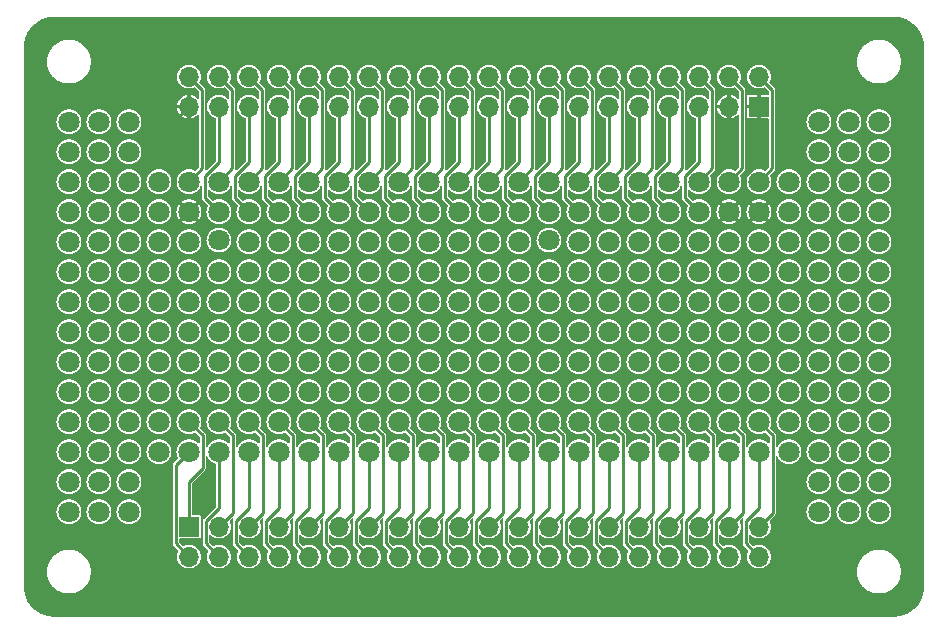
<source format=gbr>
G04 #@! TF.GenerationSoftware,KiCad,Pcbnew,7.0.6+dfsg-1*
G04 #@! TF.CreationDate,2023-07-25T09:51:37+08:00*
G04 #@! TF.ProjectId,proto,70726f74-6f2e-46b6-9963-61645f706362,a*
G04 #@! TF.SameCoordinates,Original*
G04 #@! TF.FileFunction,Copper,L1,Top*
G04 #@! TF.FilePolarity,Positive*
%FSLAX46Y46*%
G04 Gerber Fmt 4.6, Leading zero omitted, Abs format (unit mm)*
G04 Created by KiCad (PCBNEW 7.0.6+dfsg-1) date 2023-07-25 09:51:37*
%MOMM*%
%LPD*%
G01*
G04 APERTURE LIST*
G04 #@! TA.AperFunction,ComponentPad*
%ADD10C,1.800000*%
G04 #@! TD*
G04 #@! TA.AperFunction,ComponentPad*
%ADD11R,1.700000X1.700000*%
G04 #@! TD*
G04 #@! TA.AperFunction,ComponentPad*
%ADD12O,1.700000X1.700000*%
G04 #@! TD*
G04 #@! TA.AperFunction,Conductor*
%ADD13C,0.228600*%
G04 #@! TD*
G04 APERTURE END LIST*
D10*
G04 #@! TO.P,TP187,1,1*
G04 #@! TO.N,unconnected-(TP187-Pad1)*
X144780000Y-96520000D03*
G04 #@! TD*
G04 #@! TO.P,TP20,1,1*
G04 #@! TO.N,Net-(J1-PB7)*
X137160000Y-86360000D03*
G04 #@! TD*
G04 #@! TO.P,TP31,1,1*
G04 #@! TO.N,unconnected-(TP31-Pad1)*
X127000000Y-88900000D03*
G04 #@! TD*
G04 #@! TO.P,TP42,1,1*
G04 #@! TO.N,unconnected-(TP42-Pad1)*
X116840000Y-81280000D03*
G04 #@! TD*
G04 #@! TO.P,TP257,1,1*
G04 #@! TO.N,unconnected-(TP257-Pad1)*
X170180000Y-91440000D03*
G04 #@! TD*
G04 #@! TO.P,TP90,1,1*
G04 #@! TO.N,unconnected-(TP90-Pad1)*
X180340000Y-83820000D03*
G04 #@! TD*
G04 #@! TO.P,TP39,1,1*
G04 #@! TO.N,Net-(J1-U7)*
X127000000Y-83820000D03*
G04 #@! TD*
G04 #@! TO.P,TP241,1,1*
G04 #@! TO.N,Net-(J2-PB1)*
X144780000Y-104140000D03*
G04 #@! TD*
G04 #@! TO.P,TP36,1,1*
G04 #@! TO.N,unconnected-(TP36-Pad1)*
X119380000Y-88900000D03*
G04 #@! TD*
G04 #@! TO.P,TP166,1,1*
G04 #@! TO.N,unconnected-(TP166-Pad1)*
X134620000Y-101600000D03*
G04 #@! TD*
G04 #@! TO.P,TP263,1,1*
G04 #@! TO.N,unconnected-(TP263-Pad1)*
X167640000Y-101600000D03*
G04 #@! TD*
G04 #@! TO.P,TP245,1,1*
G04 #@! TO.N,Net-(J2-U0)*
X147320000Y-104140000D03*
G04 #@! TD*
G04 #@! TO.P,TP48,1,1*
G04 #@! TO.N,Net-(J1-U16)*
X165100000Y-86360000D03*
G04 #@! TD*
G04 #@! TO.P,TP47,1,1*
G04 #@! TO.N,Net-(J1-PD2)*
X142240000Y-83820000D03*
G04 #@! TD*
G04 #@! TO.P,TP32,1,1*
G04 #@! TO.N,Net-(J1-U6)*
X124460000Y-86360000D03*
G04 #@! TD*
G04 #@! TO.P,TP93,1,1*
G04 #@! TO.N,Net-(J1-3.3V)*
X167640000Y-83820000D03*
G04 #@! TD*
G04 #@! TO.P,TP96,1,1*
G04 #@! TO.N,unconnected-(TP96-Pad1)*
X175260000Y-88900000D03*
G04 #@! TD*
G04 #@! TO.P,TP266,1,1*
G04 #@! TO.N,unconnected-(TP266-Pad1)*
X177800000Y-99060000D03*
G04 #@! TD*
G04 #@! TO.P,TP2,1,1*
G04 #@! TO.N,unconnected-(TP2-Pad1)*
X114300000Y-83820000D03*
G04 #@! TD*
G04 #@! TO.P,TP115,1,1*
G04 #@! TO.N,unconnected-(TP115-Pad1)*
X116840000Y-91440000D03*
G04 #@! TD*
G04 #@! TO.P,TP95,1,1*
G04 #@! TO.N,GND*
X167640000Y-86360000D03*
G04 #@! TD*
G04 #@! TO.P,TP68,1,1*
G04 #@! TO.N,unconnected-(TP68-Pad1)*
X152400000Y-88760000D03*
G04 #@! TD*
G04 #@! TO.P,TP35,1,1*
G04 #@! TO.N,GND*
X121920000Y-86360000D03*
G04 #@! TD*
G04 #@! TO.P,TP133,1,1*
G04 #@! TO.N,unconnected-(TP133-Pad1)*
X139700000Y-101600000D03*
G04 #@! TD*
G04 #@! TO.P,TP131,1,1*
G04 #@! TO.N,unconnected-(TP131-Pad1)*
X129540000Y-96520000D03*
G04 #@! TD*
G04 #@! TO.P,TP250,1,1*
G04 #@! TO.N,unconnected-(TP250-Pad1)*
X154940000Y-91440000D03*
G04 #@! TD*
G04 #@! TO.P,TP130,1,1*
G04 #@! TO.N,unconnected-(TP130-Pad1)*
X137160000Y-101600000D03*
G04 #@! TD*
G04 #@! TO.P,TP40,1,1*
G04 #@! TO.N,Net-(J1-PC14)*
X129540000Y-83820000D03*
G04 #@! TD*
G04 #@! TO.P,TP256,1,1*
G04 #@! TO.N,Net-(J2-PB11)*
X149860000Y-104140000D03*
G04 #@! TD*
G04 #@! TO.P,TP72,1,1*
G04 #@! TO.N,Net-(J1-PA15)*
X152400000Y-86360000D03*
G04 #@! TD*
G04 #@! TO.P,TP238,1,1*
G04 #@! TO.N,Net-(J2-U2)*
X162560000Y-104140000D03*
G04 #@! TD*
G04 #@! TO.P,TP127,1,1*
G04 #@! TO.N,unconnected-(TP127-Pad1)*
X116840000Y-104140000D03*
G04 #@! TD*
G04 #@! TO.P,TP258,1,1*
G04 #@! TO.N,unconnected-(TP258-Pad1)*
X172720000Y-91440000D03*
G04 #@! TD*
G04 #@! TO.P,TP129,1,1*
G04 #@! TO.N,unconnected-(TP129-Pad1)*
X116840000Y-96520000D03*
G04 #@! TD*
G04 #@! TO.P,TP63,1,1*
G04 #@! TO.N,Net-(J1-PA8)*
X160020000Y-83820000D03*
G04 #@! TD*
G04 #@! TO.P,TP215,1,1*
G04 #@! TO.N,unconnected-(TP215-Pad1)*
X165100000Y-99060000D03*
G04 #@! TD*
G04 #@! TO.P,TP109,1,1*
G04 #@! TO.N,unconnected-(TP109-Pad1)*
X114300000Y-109220000D03*
G04 #@! TD*
G04 #@! TO.P,TP216,1,1*
G04 #@! TO.N,unconnected-(TP216-Pad1)*
X149860000Y-101600000D03*
G04 #@! TD*
G04 #@! TO.P,TP262,1,1*
G04 #@! TO.N,unconnected-(TP262-Pad1)*
X172720000Y-106680000D03*
G04 #@! TD*
G04 #@! TO.P,TP91,1,1*
G04 #@! TO.N,unconnected-(TP91-Pad1)*
X167640000Y-88900000D03*
G04 #@! TD*
G04 #@! TO.P,TP105,1,1*
G04 #@! TO.N,unconnected-(TP105-Pad1)*
X111760000Y-93980000D03*
G04 #@! TD*
G04 #@! TO.P,TP117,1,1*
G04 #@! TO.N,unconnected-(TP117-Pad1)*
X124460000Y-101600000D03*
G04 #@! TD*
G04 #@! TO.P,TP89,1,1*
G04 #@! TO.N,unconnected-(TP89-Pad1)*
X175260000Y-86360000D03*
G04 #@! TD*
G04 #@! TO.P,TP61,1,1*
G04 #@! TO.N,Net-(J1-PA11)*
X157480000Y-86360000D03*
G04 #@! TD*
G04 #@! TO.P,TP143,1,1*
G04 #@! TO.N,unconnected-(TP143-Pad1)*
X129540000Y-101600000D03*
G04 #@! TD*
G04 #@! TO.P,TP94,1,1*
G04 #@! TO.N,unconnected-(TP94-Pad1)*
X175260000Y-78740000D03*
G04 #@! TD*
G04 #@! TO.P,TP264,1,1*
G04 #@! TO.N,Net-(J2-GND-Pad37)*
X167640000Y-104140000D03*
G04 #@! TD*
G04 #@! TO.P,TP97,1,1*
G04 #@! TO.N,unconnected-(TP97-Pad1)*
X111760000Y-96520000D03*
G04 #@! TD*
G04 #@! TO.P,TP118,1,1*
G04 #@! TO.N,unconnected-(TP118-Pad1)*
X129540000Y-91440000D03*
G04 #@! TD*
G04 #@! TO.P,TP119,1,1*
G04 #@! TO.N,unconnected-(TP119-Pad1)*
X137160000Y-93980000D03*
G04 #@! TD*
G04 #@! TO.P,TP120,1,1*
G04 #@! TO.N,unconnected-(TP120-Pad1)*
X124460000Y-91440000D03*
G04 #@! TD*
G04 #@! TO.P,TP219,1,1*
G04 #@! TO.N,unconnected-(TP219-Pad1)*
X144780000Y-91440000D03*
G04 #@! TD*
G04 #@! TO.P,TP269,1,1*
G04 #@! TO.N,unconnected-(TP269-Pad1)*
X175260000Y-101600000D03*
G04 #@! TD*
G04 #@! TO.P,TP273,1,1*
G04 #@! TO.N,Net-(J2-5V)*
X170180000Y-106680000D03*
G04 #@! TD*
G04 #@! TO.P,TP146,1,1*
G04 #@! TO.N,unconnected-(TP146-Pad1)*
X132080000Y-99060000D03*
G04 #@! TD*
G04 #@! TO.P,TP106,1,1*
G04 #@! TO.N,unconnected-(TP106-Pad1)*
X114300000Y-93980000D03*
G04 #@! TD*
G04 #@! TO.P,TP167,1,1*
G04 #@! TO.N,Net-(J2-PA5)*
X137160000Y-104140000D03*
G04 #@! TD*
G04 #@! TO.P,TP222,1,1*
G04 #@! TO.N,unconnected-(TP222-Pad1)*
X162560000Y-101600000D03*
G04 #@! TD*
G04 #@! TO.P,TP171,1,1*
G04 #@! TO.N,unconnected-(TP171-Pad1)*
X116840000Y-109220000D03*
G04 #@! TD*
G04 #@! TO.P,TP12,1,1*
G04 #@! TO.N,Net-(J1-U9)*
X132080000Y-83820000D03*
G04 #@! TD*
G04 #@! TO.P,TP21,1,1*
G04 #@! TO.N,Net-(J1-PB5)*
X139700000Y-86360000D03*
G04 #@! TD*
G04 #@! TO.P,TP177,1,1*
G04 #@! TO.N,unconnected-(TP177-Pad1)*
X119380000Y-104140000D03*
G04 #@! TD*
G04 #@! TO.P,TP180,1,1*
G04 #@! TO.N,Net-(J2-NRST)*
X124460000Y-104140000D03*
G04 #@! TD*
G04 #@! TO.P,TP270,1,1*
G04 #@! TO.N,unconnected-(TP270-Pad1)*
X180340000Y-96520000D03*
G04 #@! TD*
G04 #@! TO.P,TP24,1,1*
G04 #@! TO.N,unconnected-(TP24-Pad1)*
X134620000Y-88900000D03*
G04 #@! TD*
G04 #@! TO.P,TP223,1,1*
G04 #@! TO.N,Net-(J2-PC7)*
X157480000Y-104140000D03*
G04 #@! TD*
G04 #@! TO.P,TP101,1,1*
G04 #@! TO.N,unconnected-(TP101-Pad1)*
X114300000Y-96520000D03*
G04 #@! TD*
G04 #@! TO.P,TP186,1,1*
G04 #@! TO.N,unconnected-(TP186-Pad1)*
X132080000Y-93980000D03*
G04 #@! TD*
G04 #@! TO.P,TP175,1,1*
G04 #@! TO.N,unconnected-(TP175-Pad1)*
X137160000Y-96520000D03*
G04 #@! TD*
G04 #@! TO.P,TP6,1,1*
G04 #@! TO.N,unconnected-(TP6-Pad1)*
X111760000Y-78740000D03*
G04 #@! TD*
G04 #@! TO.P,TP227,1,1*
G04 #@! TO.N,unconnected-(TP227-Pad1)*
X165100000Y-101600000D03*
G04 #@! TD*
G04 #@! TO.P,TP265,1,1*
G04 #@! TO.N,unconnected-(TP265-Pad1)*
X175260000Y-99060000D03*
G04 #@! TD*
G04 #@! TO.P,TP150,1,1*
G04 #@! TO.N,unconnected-(TP150-Pad1)*
X124460000Y-96520000D03*
G04 #@! TD*
G04 #@! TO.P,TP153,1,1*
G04 #@! TO.N,unconnected-(TP153-Pad1)*
X121920000Y-93980000D03*
G04 #@! TD*
G04 #@! TO.P,TP261,1,1*
G04 #@! TO.N,unconnected-(TP261-Pad1)*
X175260000Y-109220000D03*
G04 #@! TD*
G04 #@! TO.P,TP145,1,1*
G04 #@! TO.N,Net-(J2-PA0)*
X132080000Y-106680000D03*
G04 #@! TD*
G04 #@! TO.P,TP234,1,1*
G04 #@! TO.N,unconnected-(TP234-Pad1)*
X165100000Y-96520000D03*
G04 #@! TD*
G04 #@! TO.P,TP235,1,1*
G04 #@! TO.N,unconnected-(TP235-Pad1)*
X142240000Y-93980000D03*
G04 #@! TD*
G04 #@! TO.P,TP259,1,1*
G04 #@! TO.N,unconnected-(TP259-Pad1)*
X172720000Y-93980000D03*
G04 #@! TD*
G04 #@! TO.P,TP159,1,1*
G04 #@! TO.N,unconnected-(TP159-Pad1)*
X121920000Y-91440000D03*
G04 #@! TD*
G04 #@! TO.P,TP160,1,1*
G04 #@! TO.N,unconnected-(TP160-Pad1)*
X127000000Y-96520000D03*
G04 #@! TD*
G04 #@! TO.P,TP236,1,1*
G04 #@! TO.N,Net-(J2-PB13)*
X152400000Y-104140000D03*
G04 #@! TD*
G04 #@! TO.P,TP161,1,1*
G04 #@! TO.N,unconnected-(TP161-Pad1)*
X139700000Y-96520000D03*
G04 #@! TD*
G04 #@! TO.P,TP46,1,1*
G04 #@! TO.N,unconnected-(TP46-Pad1)*
X157480000Y-88900000D03*
G04 #@! TD*
G04 #@! TO.P,TP237,1,1*
G04 #@! TO.N,unconnected-(TP237-Pad1)*
X152400000Y-101600000D03*
G04 #@! TD*
G04 #@! TO.P,TP290,1,1*
G04 #@! TO.N,unconnected-(TP290-Pad1)*
X180340000Y-111760000D03*
G04 #@! TD*
G04 #@! TO.P,TP165,1,1*
G04 #@! TO.N,unconnected-(TP165-Pad1)*
X116840000Y-111760000D03*
G04 #@! TD*
G04 #@! TO.P,TP30,1,1*
G04 #@! TO.N,Net-(J1-PC13)*
X129540000Y-86360000D03*
G04 #@! TD*
G04 #@! TO.P,TP29,1,1*
G04 #@! TO.N,unconnected-(TP29-Pad1)*
X121920000Y-88900000D03*
G04 #@! TD*
G04 #@! TO.P,TP304,1,1*
G04 #@! TO.N,unconnected-(TP304-Pad1)*
X180340000Y-99060000D03*
G04 #@! TD*
G04 #@! TO.P,TP73,1,1*
G04 #@! TO.N,unconnected-(TP73-Pad1)*
X172720000Y-86360000D03*
G04 #@! TD*
G04 #@! TO.P,TP303,1,1*
G04 #@! TO.N,unconnected-(TP303-Pad1)*
X177800000Y-91440000D03*
G04 #@! TD*
G04 #@! TO.P,TP302,1,1*
G04 #@! TO.N,unconnected-(TP302-Pad1)*
X175260000Y-111760000D03*
G04 #@! TD*
G04 #@! TO.P,TP301,1,1*
G04 #@! TO.N,unconnected-(TP301-Pad1)*
X172720000Y-104140000D03*
G04 #@! TD*
G04 #@! TO.P,TP28,1,1*
G04 #@! TO.N,Net-(J1-PC15)*
X127000000Y-86360000D03*
G04 #@! TD*
G04 #@! TO.P,TP233,1,1*
G04 #@! TO.N,Net-(J2-PB0)*
X144780000Y-106680000D03*
G04 #@! TD*
G04 #@! TO.P,TP54,1,1*
G04 #@! TO.N,Net-(J1-PC11)*
X147320000Y-86360000D03*
G04 #@! TD*
G04 #@! TO.P,TP75,1,1*
G04 #@! TO.N,unconnected-(TP75-Pad1)*
X180340000Y-88900000D03*
G04 #@! TD*
G04 #@! TO.P,TP76,1,1*
G04 #@! TO.N,unconnected-(TP76-Pad1)*
X177800000Y-78740000D03*
G04 #@! TD*
G04 #@! TO.P,TP26,1,1*
G04 #@! TO.N,Net-(J1-U10)*
X132080000Y-86360000D03*
G04 #@! TD*
G04 #@! TO.P,TP79,1,1*
G04 #@! TO.N,unconnected-(TP79-Pad1)*
X180340000Y-86360000D03*
G04 #@! TD*
G04 #@! TO.P,TP155,1,1*
G04 #@! TO.N,unconnected-(TP155-Pad1)*
X124460000Y-99060000D03*
G04 #@! TD*
G04 #@! TO.P,TP56,1,1*
G04 #@! TO.N,Net-(J1-U8)*
X144780000Y-86360000D03*
G04 #@! TD*
G04 #@! TO.P,TP81,1,1*
G04 #@! TO.N,unconnected-(TP81-Pad1)*
X177800000Y-83820000D03*
G04 #@! TD*
G04 #@! TO.P,TP232,1,1*
G04 #@! TO.N,unconnected-(TP232-Pad1)*
X160020000Y-96520000D03*
G04 #@! TD*
G04 #@! TO.P,TP231,1,1*
G04 #@! TO.N,unconnected-(TP231-Pad1)*
X149860000Y-99060000D03*
G04 #@! TD*
G04 #@! TO.P,TP55,1,1*
G04 #@! TO.N,Net-(J1-U11)*
X149860000Y-83820000D03*
G04 #@! TD*
G04 #@! TO.P,TP230,1,1*
G04 #@! TO.N,unconnected-(TP230-Pad1)*
X144780000Y-99060000D03*
G04 #@! TD*
G04 #@! TO.P,TP229,1,1*
G04 #@! TO.N,unconnected-(TP229-Pad1)*
X165100000Y-91440000D03*
G04 #@! TD*
G04 #@! TO.P,TP228,1,1*
G04 #@! TO.N,unconnected-(TP228-Pad1)*
X149860000Y-91440000D03*
G04 #@! TD*
G04 #@! TO.P,TP147,1,1*
G04 #@! TO.N,unconnected-(TP147-Pad1)*
X124460000Y-93980000D03*
G04 #@! TD*
G04 #@! TO.P,TP299,1,1*
G04 #@! TO.N,Net-(J2-GND-Pad39)*
X170180000Y-104140000D03*
G04 #@! TD*
G04 #@! TO.P,TP214,1,1*
G04 #@! TO.N,unconnected-(TP214-Pad1)*
X160020000Y-101600000D03*
G04 #@! TD*
G04 #@! TO.P,TP102,1,1*
G04 #@! TO.N,unconnected-(TP102-Pad1)*
X114300000Y-106680000D03*
G04 #@! TD*
G04 #@! TO.P,TP82,1,1*
G04 #@! TO.N,unconnected-(TP82-Pad1)*
X177800000Y-81280000D03*
G04 #@! TD*
G04 #@! TO.P,TP100,1,1*
G04 #@! TO.N,unconnected-(TP100-Pad1)*
X114300000Y-99060000D03*
G04 #@! TD*
G04 #@! TO.P,TP1,1,1*
G04 #@! TO.N,unconnected-(TP1-Pad1)*
X114300000Y-88900000D03*
G04 #@! TD*
G04 #@! TO.P,TP51,1,1*
G04 #@! TO.N,unconnected-(TP51-Pad1)*
X142240000Y-88900000D03*
G04 #@! TD*
G04 #@! TO.P,TP225,1,1*
G04 #@! TO.N,Net-(J2-PC5)*
X142240000Y-104140000D03*
G04 #@! TD*
G04 #@! TO.P,TP224,1,1*
G04 #@! TO.N,unconnected-(TP224-Pad1)*
X157480000Y-99060000D03*
G04 #@! TD*
G04 #@! TO.P,TP297,1,1*
G04 #@! TO.N,unconnected-(TP297-Pad1)*
X175260000Y-96520000D03*
G04 #@! TD*
G04 #@! TO.P,TP296,1,1*
G04 #@! TO.N,unconnected-(TP296-Pad1)*
X180340000Y-101600000D03*
G04 #@! TD*
G04 #@! TO.P,TP49,1,1*
G04 #@! TO.N,Net-(J1-PA12)*
X154940000Y-83820000D03*
G04 #@! TD*
G04 #@! TO.P,TP295,1,1*
G04 #@! TO.N,unconnected-(TP295-Pad1)*
X170180000Y-93980000D03*
G04 #@! TD*
G04 #@! TO.P,TP23,1,1*
G04 #@! TO.N,unconnected-(TP23-Pad1)*
X119380000Y-83820000D03*
G04 #@! TD*
G04 #@! TO.P,TP294,1,1*
G04 #@! TO.N,unconnected-(TP294-Pad1)*
X175260000Y-104140000D03*
G04 #@! TD*
G04 #@! TO.P,TP221,1,1*
G04 #@! TO.N,unconnected-(TP221-Pad1)*
X157480000Y-91440000D03*
G04 #@! TD*
G04 #@! TO.P,TP293,1,1*
G04 #@! TO.N,unconnected-(TP293-Pad1)*
X172720000Y-101600000D03*
G04 #@! TD*
G04 #@! TO.P,TP220,1,1*
G04 #@! TO.N,unconnected-(TP220-Pad1)*
X165100000Y-93980000D03*
G04 #@! TD*
G04 #@! TO.P,TP274,1,1*
G04 #@! TO.N,unconnected-(TP274-Pad1)*
X167640000Y-96520000D03*
G04 #@! TD*
G04 #@! TO.P,TP289,1,1*
G04 #@! TO.N,unconnected-(TP289-Pad1)*
X180340000Y-104140000D03*
G04 #@! TD*
G04 #@! TO.P,TP288,1,1*
G04 #@! TO.N,unconnected-(TP288-Pad1)*
X175260000Y-93980000D03*
G04 #@! TD*
G04 #@! TO.P,TP108,1,1*
G04 #@! TO.N,unconnected-(TP108-Pad1)*
X111760000Y-109220000D03*
G04 #@! TD*
G04 #@! TO.P,TP218,1,1*
G04 #@! TO.N,unconnected-(TP218-Pad1)*
X149860000Y-96520000D03*
G04 #@! TD*
G04 #@! TO.P,TP217,1,1*
G04 #@! TO.N,unconnected-(TP217-Pad1)*
X144780000Y-101600000D03*
G04 #@! TD*
G04 #@! TO.P,TP44,1,1*
G04 #@! TO.N,Net-(J1-U13)*
X162560000Y-83820000D03*
G04 #@! TD*
G04 #@! TO.P,TP170,1,1*
G04 #@! TO.N,unconnected-(TP170-Pad1)*
X134620000Y-96520000D03*
G04 #@! TD*
G04 #@! TO.P,TP4,1,1*
G04 #@! TO.N,unconnected-(TP4-Pad1)*
X114300000Y-86360000D03*
G04 #@! TD*
G04 #@! TO.P,TP287,1,1*
G04 #@! TO.N,unconnected-(TP287-Pad1)*
X177800000Y-104140000D03*
G04 #@! TD*
G04 #@! TO.P,TP286,1,1*
G04 #@! TO.N,unconnected-(TP286-Pad1)*
X172720000Y-96520000D03*
G04 #@! TD*
G04 #@! TO.P,TP87,1,1*
G04 #@! TO.N,unconnected-(TP87-Pad1)*
X172720000Y-88900000D03*
G04 #@! TD*
G04 #@! TO.P,TP285,1,1*
G04 #@! TO.N,unconnected-(TP285-Pad1)*
X167640000Y-93980000D03*
G04 #@! TD*
G04 #@! TO.P,TP17,1,1*
G04 #@! TO.N,unconnected-(TP17-Pad1)*
X116840000Y-86360000D03*
G04 #@! TD*
G04 #@! TO.P,TP253,1,1*
G04 #@! TO.N,unconnected-(TP253-Pad1)*
X149860000Y-93980000D03*
G04 #@! TD*
G04 #@! TO.P,TP125,1,1*
G04 #@! TO.N,unconnected-(TP125-Pad1)*
X129540000Y-93980000D03*
G04 #@! TD*
G04 #@! TO.P,TP254,1,1*
G04 #@! TO.N,Net-(J2-PC6)*
X157480000Y-106680000D03*
G04 #@! TD*
G04 #@! TO.P,TP282,1,1*
G04 #@! TO.N,unconnected-(TP282-Pad1)*
X180340000Y-93980000D03*
G04 #@! TD*
G04 #@! TO.P,TP255,1,1*
G04 #@! TO.N,unconnected-(TP255-Pad1)*
X160020000Y-93980000D03*
G04 #@! TD*
G04 #@! TO.P,TP122,1,1*
G04 #@! TO.N,unconnected-(TP122-Pad1)*
X121920000Y-99060000D03*
G04 #@! TD*
G04 #@! TO.P,TP111,1,1*
G04 #@! TO.N,unconnected-(TP111-Pad1)*
X114300000Y-101600000D03*
G04 #@! TD*
G04 #@! TO.P,TP121,1,1*
G04 #@! TO.N,unconnected-(TP121-Pad1)*
X134620000Y-99060000D03*
G04 #@! TD*
G04 #@! TO.P,TP16,1,1*
G04 #@! TO.N,unconnected-(TP16-Pad1)*
X116840000Y-83820000D03*
G04 #@! TD*
G04 #@! TO.P,TP252,1,1*
G04 #@! TO.N,unconnected-(TP252-Pad1)*
X147320000Y-96520000D03*
G04 #@! TD*
G04 #@! TO.P,TP67,1,1*
G04 #@! TO.N,unconnected-(TP67-Pad1)*
X154940000Y-88900000D03*
G04 #@! TD*
G04 #@! TO.P,TP14,1,1*
G04 #@! TO.N,Net-(J1-PB6)*
X137160000Y-83820000D03*
G04 #@! TD*
G04 #@! TO.P,TP66,1,1*
G04 #@! TO.N,Net-(J1-U14)*
X162560000Y-86360000D03*
G04 #@! TD*
G04 #@! TO.P,TP251,1,1*
G04 #@! TO.N,unconnected-(TP251-Pad1)*
X157480000Y-101600000D03*
G04 #@! TD*
G04 #@! TO.P,TP65,1,1*
G04 #@! TO.N,Net-(J1-PA13)*
X154940000Y-86360000D03*
G04 #@! TD*
G04 #@! TO.P,TP136,1,1*
G04 #@! TO.N,unconnected-(TP136-Pad1)*
X116840000Y-106680000D03*
G04 #@! TD*
G04 #@! TO.P,TP281,1,1*
G04 #@! TO.N,unconnected-(TP281-Pad1)*
X177800000Y-109220000D03*
G04 #@! TD*
G04 #@! TO.P,TP249,1,1*
G04 #@! TO.N,unconnected-(TP249-Pad1)*
X157480000Y-93980000D03*
G04 #@! TD*
G04 #@! TO.P,TP248,1,1*
G04 #@! TO.N,unconnected-(TP248-Pad1)*
X154940000Y-96520000D03*
G04 #@! TD*
G04 #@! TO.P,TP110,1,1*
G04 #@! TO.N,unconnected-(TP110-Pad1)*
X111760000Y-104140000D03*
G04 #@! TD*
G04 #@! TO.P,TP83,1,1*
G04 #@! TO.N,Net-(J1-5V)*
X170180000Y-83820000D03*
G04 #@! TD*
G04 #@! TO.P,TP99,1,1*
G04 #@! TO.N,unconnected-(TP99-Pad1)*
X111760000Y-106680000D03*
G04 #@! TD*
G04 #@! TO.P,TP60,1,1*
G04 #@! TO.N,unconnected-(TP60-Pad1)*
X144780000Y-88900000D03*
G04 #@! TD*
G04 #@! TO.P,TP13,1,1*
G04 #@! TO.N,unconnected-(TP13-Pad1)*
X139700000Y-88900000D03*
G04 #@! TD*
G04 #@! TO.P,TP247,1,1*
G04 #@! TO.N,unconnected-(TP247-Pad1)*
X147320000Y-101600000D03*
G04 #@! TD*
G04 #@! TO.P,TP140,1,1*
G04 #@! TO.N,unconnected-(TP140-Pad1)*
X137160000Y-99060000D03*
G04 #@! TD*
G04 #@! TO.P,TP246,1,1*
G04 #@! TO.N,Net-(J2-PC9)*
X160020000Y-104140000D03*
G04 #@! TD*
G04 #@! TO.P,TP78,1,1*
G04 #@! TO.N,unconnected-(TP78-Pad1)*
X177800000Y-88900000D03*
G04 #@! TD*
G04 #@! TO.P,TP139,1,1*
G04 #@! TO.N,Net-(J2-VA)*
X121920000Y-106680000D03*
G04 #@! TD*
G04 #@! TO.P,TP138,1,1*
G04 #@! TO.N,unconnected-(TP138-Pad1)*
X127000000Y-91440000D03*
G04 #@! TD*
G04 #@! TO.P,TP137,1,1*
G04 #@! TO.N,unconnected-(TP137-Pad1)*
X119380000Y-106680000D03*
G04 #@! TD*
G04 #@! TO.P,TP279,1,1*
G04 #@! TO.N,Net-(J2-3.3V)*
X167640000Y-106680000D03*
G04 #@! TD*
G04 #@! TO.P,TP11,1,1*
G04 #@! TO.N,Net-(J1-PB4)*
X139700000Y-83820000D03*
G04 #@! TD*
G04 #@! TO.P,TP135,1,1*
G04 #@! TO.N,unconnected-(TP135-Pad1)*
X129540000Y-99060000D03*
G04 #@! TD*
G04 #@! TO.P,TP244,1,1*
G04 #@! TO.N,unconnected-(TP244-Pad1)*
X160020000Y-99060000D03*
G04 #@! TD*
G04 #@! TO.P,TP77,1,1*
G04 #@! TO.N,unconnected-(TP77-Pad1)*
X172720000Y-83820000D03*
G04 #@! TD*
G04 #@! TO.P,TP277,1,1*
G04 #@! TO.N,unconnected-(TP277-Pad1)*
X177800000Y-106680000D03*
G04 #@! TD*
G04 #@! TO.P,TP132,1,1*
G04 #@! TO.N,unconnected-(TP132-Pad1)*
X127000000Y-101600000D03*
G04 #@! TD*
G04 #@! TO.P,TP114,1,1*
G04 #@! TO.N,unconnected-(TP114-Pad1)*
X111760000Y-111760000D03*
G04 #@! TD*
G04 #@! TO.P,TP243,1,1*
G04 #@! TO.N,unconnected-(TP243-Pad1)*
X152400000Y-96520000D03*
G04 #@! TD*
G04 #@! TO.P,TP113,1,1*
G04 #@! TO.N,unconnected-(TP113-Pad1)*
X114300000Y-104140000D03*
G04 #@! TD*
G04 #@! TO.P,TP59,1,1*
G04 #@! TO.N,unconnected-(TP59-Pad1)*
X160020000Y-88900000D03*
G04 #@! TD*
G04 #@! TO.P,TP62,1,1*
G04 #@! TO.N,unconnected-(TP62-Pad1)*
X165100000Y-88900000D03*
G04 #@! TD*
G04 #@! TO.P,TP18,1,1*
G04 #@! TO.N,Net-(J1-U5)*
X124460000Y-83820000D03*
G04 #@! TD*
G04 #@! TO.P,TP242,1,1*
G04 #@! TO.N,unconnected-(TP242-Pad1)*
X154940000Y-99060000D03*
G04 #@! TD*
G04 #@! TO.P,TP10,1,1*
G04 #@! TO.N,unconnected-(TP10-Pad1)*
X114300000Y-78740000D03*
G04 #@! TD*
G04 #@! TO.P,TP45,1,1*
G04 #@! TO.N,Net-(J1-Pad23)*
X142240000Y-86360000D03*
G04 #@! TD*
G04 #@! TO.P,TP19,1,1*
G04 #@! TO.N,unconnected-(TP19-Pad1)*
X129540000Y-88900000D03*
G04 #@! TD*
G04 #@! TO.P,TP276,1,1*
G04 #@! TO.N,unconnected-(TP276-Pad1)*
X167640000Y-99060000D03*
G04 #@! TD*
G04 #@! TO.P,TP41,1,1*
G04 #@! TO.N,Net-(J1-VB)*
X121920000Y-83820000D03*
G04 #@! TD*
G04 #@! TO.P,TP240,1,1*
G04 #@! TO.N,unconnected-(TP240-Pad1)*
X142240000Y-99060000D03*
G04 #@! TD*
G04 #@! TO.P,TP80,1,1*
G04 #@! TO.N,unconnected-(TP80-Pad1)*
X175260000Y-81280000D03*
G04 #@! TD*
G04 #@! TO.P,TP112,1,1*
G04 #@! TO.N,unconnected-(TP112-Pad1)*
X114300000Y-111760000D03*
G04 #@! TD*
G04 #@! TO.P,TP34,1,1*
G04 #@! TO.N,unconnected-(TP34-Pad1)*
X119380000Y-86360000D03*
G04 #@! TD*
G04 #@! TO.P,TP33,1,1*
G04 #@! TO.N,unconnected-(TP33-Pad1)*
X116840000Y-78740000D03*
G04 #@! TD*
G04 #@! TO.P,TP3,1,1*
G04 #@! TO.N,unconnected-(TP3-Pad1)*
X111760000Y-83820000D03*
G04 #@! TD*
G04 #@! TO.P,TP58,1,1*
G04 #@! TO.N,Net-(J1-U12)*
X149860000Y-86360000D03*
G04 #@! TD*
G04 #@! TO.P,TP124,1,1*
G04 #@! TO.N,unconnected-(TP124-Pad1)*
X139700000Y-93980000D03*
G04 #@! TD*
G04 #@! TO.P,TP86,1,1*
G04 #@! TO.N,unconnected-(TP86-Pad1)*
X170180000Y-88900000D03*
G04 #@! TD*
G04 #@! TO.P,TP43,1,1*
G04 #@! TO.N,Net-(J1-PA9)*
X160020000Y-86360000D03*
G04 #@! TD*
G04 #@! TO.P,TP239,1,1*
G04 #@! TO.N,Net-(J2-PB14)*
X154940000Y-106680000D03*
G04 #@! TD*
G04 #@! TO.P,TP275,1,1*
G04 #@! TO.N,unconnected-(TP275-Pad1)*
X175260000Y-106680000D03*
G04 #@! TD*
G04 #@! TO.P,TP226,1,1*
G04 #@! TO.N,Net-(J2-U3)*
X165100000Y-106680000D03*
G04 #@! TD*
G04 #@! TO.P,TP183,1,1*
G04 #@! TO.N,unconnected-(TP183-Pad1)*
X119380000Y-101600000D03*
G04 #@! TD*
G04 #@! TO.P,TP184,1,1*
G04 #@! TO.N,Net-(J2-PA2)*
X134620000Y-106680000D03*
G04 #@! TD*
G04 #@! TO.P,TP37,1,1*
G04 #@! TO.N,Net-(J1-PB9)*
X134620000Y-86360000D03*
G04 #@! TD*
G04 #@! TO.P,TP53,1,1*
G04 #@! TO.N,Net-(J1-PA10)*
X157480000Y-83820000D03*
G04 #@! TD*
G04 #@! TO.P,TP107,1,1*
G04 #@! TO.N,unconnected-(TP107-Pad1)*
X114300000Y-91440000D03*
G04 #@! TD*
G04 #@! TO.P,TP9,1,1*
G04 #@! TO.N,unconnected-(TP9-Pad1)*
X114300000Y-81280000D03*
G04 #@! TD*
G04 #@! TO.P,TP162,1,1*
G04 #@! TO.N,unconnected-(TP162-Pad1)*
X119380000Y-96520000D03*
G04 #@! TD*
G04 #@! TO.P,TP74,1,1*
G04 #@! TO.N,unconnected-(TP74-Pad1)*
X177800000Y-86360000D03*
G04 #@! TD*
G04 #@! TO.P,TP182,1,1*
G04 #@! TO.N,unconnected-(TP182-Pad1)*
X132080000Y-101600000D03*
G04 #@! TD*
G04 #@! TO.P,TP178,1,1*
G04 #@! TO.N,unconnected-(TP178-Pad1)*
X119380000Y-93980000D03*
G04 #@! TD*
G04 #@! TO.P,TP52,1,1*
G04 #@! TO.N,Net-(J1-PC10)*
X147320000Y-83820000D03*
G04 #@! TD*
G04 #@! TO.P,TP7,1,1*
G04 #@! TO.N,unconnected-(TP7-Pad1)*
X111760000Y-86360000D03*
G04 #@! TD*
G04 #@! TO.P,TP64,1,1*
G04 #@! TO.N,Net-(J1-PC12)*
X144780000Y-83820000D03*
G04 #@! TD*
G04 #@! TO.P,TP213,1,1*
G04 #@! TO.N,unconnected-(TP213-Pad1)*
X142240000Y-101600000D03*
G04 #@! TD*
G04 #@! TO.P,TP211,1,1*
G04 #@! TO.N,unconnected-(TP211-Pad1)*
X152400000Y-99060000D03*
G04 #@! TD*
G04 #@! TO.P,TP210,1,1*
G04 #@! TO.N,Net-(J2-PB12)*
X152400000Y-106680000D03*
G04 #@! TD*
G04 #@! TO.P,TP134,1,1*
G04 #@! TO.N,Net-(J2-PA1)*
X132080000Y-104140000D03*
G04 #@! TD*
G04 #@! TO.P,TP278,1,1*
G04 #@! TO.N,unconnected-(TP278-Pad1)*
X177800000Y-96520000D03*
G04 #@! TD*
G04 #@! TO.P,TP126,1,1*
G04 #@! TO.N,unconnected-(TP126-Pad1)*
X119380000Y-91440000D03*
G04 #@! TD*
G04 #@! TO.P,TP8,1,1*
G04 #@! TO.N,unconnected-(TP8-Pad1)*
X111760000Y-88900000D03*
G04 #@! TD*
G04 #@! TO.P,TP141,1,1*
G04 #@! TO.N,unconnected-(TP141-Pad1)*
X119380000Y-99060000D03*
G04 #@! TD*
G04 #@! TO.P,TP280,1,1*
G04 #@! TO.N,unconnected-(TP280-Pad1)*
X170180000Y-96520000D03*
G04 #@! TD*
G04 #@! TO.P,TP84,1,1*
G04 #@! TO.N,unconnected-(TP84-Pad1)*
X180340000Y-81280000D03*
G04 #@! TD*
G04 #@! TO.P,TP208,1,1*
G04 #@! TO.N,Net-(J2-U4)*
X165100000Y-104140000D03*
G04 #@! TD*
G04 #@! TO.P,TP144,1,1*
G04 #@! TO.N,unconnected-(TP144-Pad1)*
X116840000Y-93980000D03*
G04 #@! TD*
G04 #@! TO.P,TP207,1,1*
G04 #@! TO.N,Net-(J2-PC4)*
X142240000Y-106680000D03*
G04 #@! TD*
G04 #@! TO.P,TP15,1,1*
G04 #@! TO.N,unconnected-(TP15-Pad1)*
X137160000Y-88900000D03*
G04 #@! TD*
G04 #@! TO.P,TP206,1,1*
G04 #@! TO.N,unconnected-(TP206-Pad1)*
X154940000Y-93980000D03*
G04 #@! TD*
G04 #@! TO.P,TP205,1,1*
G04 #@! TO.N,unconnected-(TP205-Pad1)*
X157480000Y-96520000D03*
G04 #@! TD*
G04 #@! TO.P,TP70,1,1*
G04 #@! TO.N,unconnected-(TP70-Pad1)*
X162560000Y-88900000D03*
G04 #@! TD*
G04 #@! TO.P,TP98,1,1*
G04 #@! TO.N,unconnected-(TP98-Pad1)*
X111760000Y-101600000D03*
G04 #@! TD*
G04 #@! TO.P,TP283,1,1*
G04 #@! TO.N,unconnected-(TP283-Pad1)*
X177800000Y-111760000D03*
G04 #@! TD*
G04 #@! TO.P,TP284,1,1*
G04 #@! TO.N,unconnected-(TP284-Pad1)*
X180340000Y-91440000D03*
G04 #@! TD*
G04 #@! TO.P,TP71,1,1*
G04 #@! TO.N,unconnected-(TP71-Pad1)*
X147320000Y-88900000D03*
G04 #@! TD*
G04 #@! TO.P,TP168,1,1*
G04 #@! TO.N,Net-(J2-PA3)*
X134620000Y-104140000D03*
G04 #@! TD*
G04 #@! TO.P,TP142,1,1*
G04 #@! TO.N,Net-(J2-PC3)*
X129540000Y-104140000D03*
G04 #@! TD*
G04 #@! TO.P,TP203,1,1*
G04 #@! TO.N,unconnected-(TP203-Pad1)*
X160020000Y-91440000D03*
G04 #@! TD*
G04 #@! TO.P,TP172,1,1*
G04 #@! TO.N,unconnected-(TP172-Pad1)*
X139700000Y-91440000D03*
G04 #@! TD*
G04 #@! TO.P,TP190,1,1*
G04 #@! TO.N,unconnected-(TP190-Pad1)*
X162560000Y-96520000D03*
G04 #@! TD*
G04 #@! TO.P,TP104,1,1*
G04 #@! TO.N,unconnected-(TP104-Pad1)*
X111760000Y-99060000D03*
G04 #@! TD*
G04 #@! TO.P,TP174,1,1*
G04 #@! TO.N,Net-(J2-PC1)*
X127000000Y-104140000D03*
G04 #@! TD*
G04 #@! TO.P,TP201,1,1*
G04 #@! TO.N,Net-(J2-PB2)*
X147320000Y-106680000D03*
G04 #@! TD*
G04 #@! TO.P,TP291,1,1*
G04 #@! TO.N,unconnected-(TP291-Pad1)*
X167640000Y-91440000D03*
G04 #@! TD*
G04 #@! TO.P,TP292,1,1*
G04 #@! TO.N,unconnected-(TP292-Pad1)*
X175260000Y-91440000D03*
G04 #@! TD*
G04 #@! TO.P,TP176,1,1*
G04 #@! TO.N,unconnected-(TP176-Pad1)*
X127000000Y-93980000D03*
G04 #@! TD*
G04 #@! TO.P,TP22,1,1*
G04 #@! TO.N,Net-(J1-PB8)*
X134620000Y-83820000D03*
G04 #@! TD*
G04 #@! TO.P,TP200,1,1*
G04 #@! TO.N,unconnected-(TP200-Pad1)*
X162560000Y-91440000D03*
G04 #@! TD*
G04 #@! TO.P,TP179,1,1*
G04 #@! TO.N,unconnected-(TP179-Pad1)*
X132080000Y-91440000D03*
G04 #@! TD*
G04 #@! TO.P,TP181,1,1*
G04 #@! TO.N,Net-(J2-PC0)*
X127000000Y-106680000D03*
G04 #@! TD*
G04 #@! TO.P,TP5,1,1*
G04 #@! TO.N,unconnected-(TP5-Pad1)*
X111760000Y-81280000D03*
G04 #@! TD*
G04 #@! TO.P,TP197,1,1*
G04 #@! TO.N,unconnected-(TP197-Pad1)*
X147320000Y-99060000D03*
G04 #@! TD*
G04 #@! TO.P,TP298,1,1*
G04 #@! TO.N,unconnected-(TP298-Pad1)*
X180340000Y-106680000D03*
G04 #@! TD*
G04 #@! TO.P,TP85,1,1*
G04 #@! TO.N,unconnected-(TP85-Pad1)*
X180340000Y-78740000D03*
G04 #@! TD*
G04 #@! TO.P,TP185,1,1*
G04 #@! TO.N,unconnected-(TP185-Pad1)*
X137160000Y-91440000D03*
G04 #@! TD*
G04 #@! TO.P,TP195,1,1*
G04 #@! TO.N,Net-(J2-U1)*
X162560000Y-106680000D03*
G04 #@! TD*
G04 #@! TO.P,TP103,1,1*
G04 #@! TO.N,unconnected-(TP103-Pad1)*
X111760000Y-91440000D03*
G04 #@! TD*
G04 #@! TO.P,TP25,1,1*
G04 #@! TO.N,unconnected-(TP25-Pad1)*
X124460000Y-88760000D03*
G04 #@! TD*
G04 #@! TO.P,TP149,1,1*
G04 #@! TO.N,unconnected-(TP149-Pad1)*
X134620000Y-91440000D03*
G04 #@! TD*
G04 #@! TO.P,TP300,1,1*
G04 #@! TO.N,unconnected-(TP300-Pad1)*
X170180000Y-99060000D03*
G04 #@! TD*
G04 #@! TO.P,TP194,1,1*
G04 #@! TO.N,unconnected-(TP194-Pad1)*
X144780000Y-93980000D03*
G04 #@! TD*
G04 #@! TO.P,TP151,1,1*
G04 #@! TO.N,unconnected-(TP151-Pad1)*
X139700000Y-99060000D03*
G04 #@! TD*
G04 #@! TO.P,TP152,1,1*
G04 #@! TO.N,Net-(J2-PA7)*
X139700000Y-104140000D03*
G04 #@! TD*
G04 #@! TO.P,TP27,1,1*
G04 #@! TO.N,unconnected-(TP27-Pad1)*
X116840000Y-88900000D03*
G04 #@! TD*
G04 #@! TO.P,TP193,1,1*
G04 #@! TO.N,unconnected-(TP193-Pad1)*
X147320000Y-93980000D03*
G04 #@! TD*
D11*
G04 #@! TO.P,J2,1,GND*
G04 #@! TO.N,Net-(J2-GND-Pad1)*
X121920000Y-113030000D03*
D12*
G04 #@! TO.P,J2,2,VA*
G04 #@! TO.N,Net-(J2-VA)*
X121920000Y-115570000D03*
G04 #@! TO.P,J2,3,NRST*
G04 #@! TO.N,Net-(J2-NRST)*
X124460000Y-113030000D03*
G04 #@! TO.P,J2,4,BO0*
G04 #@! TO.N,Net-(J2-BO0)*
X124460000Y-115570000D03*
G04 #@! TO.P,J2,5,PC1*
G04 #@! TO.N,Net-(J2-PC1)*
X127000000Y-113030000D03*
G04 #@! TO.P,J2,6,PC0*
G04 #@! TO.N,Net-(J2-PC0)*
X127000000Y-115570000D03*
G04 #@! TO.P,J2,7,PC3*
G04 #@! TO.N,Net-(J2-PC3)*
X129540000Y-113030000D03*
G04 #@! TO.P,J2,8,PC2*
G04 #@! TO.N,Net-(J2-PC2)*
X129540000Y-115570000D03*
G04 #@! TO.P,J2,9,PA1*
G04 #@! TO.N,Net-(J2-PA1)*
X132080000Y-113030000D03*
G04 #@! TO.P,J2,10,PA0*
G04 #@! TO.N,Net-(J2-PA0)*
X132080000Y-115570000D03*
G04 #@! TO.P,J2,11,PA3*
G04 #@! TO.N,Net-(J2-PA3)*
X134620000Y-113030000D03*
G04 #@! TO.P,J2,12,PA2*
G04 #@! TO.N,Net-(J2-PA2)*
X134620000Y-115570000D03*
G04 #@! TO.P,J2,13,PA5*
G04 #@! TO.N,Net-(J2-PA5)*
X137160000Y-113030000D03*
G04 #@! TO.P,J2,14,PA4*
G04 #@! TO.N,Net-(J2-PA4)*
X137160000Y-115570000D03*
G04 #@! TO.P,J2,15,PA7*
G04 #@! TO.N,Net-(J2-PA7)*
X139700000Y-113030000D03*
G04 #@! TO.P,J2,16,PA6*
G04 #@! TO.N,Net-(J2-PA6)*
X139700000Y-115570000D03*
G04 #@! TO.P,J2,17,PC5*
G04 #@! TO.N,Net-(J2-PC5)*
X142240000Y-113030000D03*
G04 #@! TO.P,J2,18,PC4*
G04 #@! TO.N,Net-(J2-PC4)*
X142240000Y-115570000D03*
G04 #@! TO.P,J2,19,PB1*
G04 #@! TO.N,Net-(J2-PB1)*
X144780000Y-113030000D03*
G04 #@! TO.P,J2,20,PB0*
G04 #@! TO.N,Net-(J2-PB0)*
X144780000Y-115570000D03*
G04 #@! TO.P,J2,21,U0*
G04 #@! TO.N,Net-(J2-U0)*
X147320000Y-113030000D03*
G04 #@! TO.P,J2,22,PB2*
G04 #@! TO.N,Net-(J2-PB2)*
X147320000Y-115570000D03*
G04 #@! TO.P,J2,23,PB11*
G04 #@! TO.N,Net-(J2-PB11)*
X149860000Y-113030000D03*
G04 #@! TO.P,J2,24,PB10*
G04 #@! TO.N,Net-(J2-PB10)*
X149860000Y-115570000D03*
G04 #@! TO.P,J2,25,PB13*
G04 #@! TO.N,Net-(J2-PB13)*
X152400000Y-113030000D03*
G04 #@! TO.P,J2,26,PB12*
G04 #@! TO.N,Net-(J2-PB12)*
X152400000Y-115570000D03*
G04 #@! TO.P,J2,27,PB15*
G04 #@! TO.N,Net-(J2-PB15)*
X154940000Y-113030000D03*
G04 #@! TO.P,J2,28,PB14*
G04 #@! TO.N,Net-(J2-PB14)*
X154940000Y-115570000D03*
G04 #@! TO.P,J2,29,PC7*
G04 #@! TO.N,Net-(J2-PC7)*
X157480000Y-113030000D03*
G04 #@! TO.P,J2,30,PC6*
G04 #@! TO.N,Net-(J2-PC6)*
X157480000Y-115570000D03*
G04 #@! TO.P,J2,31,PC9*
G04 #@! TO.N,Net-(J2-PC9)*
X160020000Y-113030000D03*
G04 #@! TO.P,J2,32,PC8*
G04 #@! TO.N,Net-(J2-PC8)*
X160020000Y-115570000D03*
G04 #@! TO.P,J2,33,U2*
G04 #@! TO.N,Net-(J2-U2)*
X162560000Y-113030000D03*
G04 #@! TO.P,J2,34,U1*
G04 #@! TO.N,Net-(J2-U1)*
X162560000Y-115570000D03*
G04 #@! TO.P,J2,35,U4*
G04 #@! TO.N,Net-(J2-U4)*
X165100000Y-113030000D03*
G04 #@! TO.P,J2,36,U3*
G04 #@! TO.N,Net-(J2-U3)*
X165100000Y-115570000D03*
G04 #@! TO.P,J2,37,GND*
G04 #@! TO.N,Net-(J2-GND-Pad37)*
X167640000Y-113030000D03*
G04 #@! TO.P,J2,38,3.3V*
G04 #@! TO.N,Net-(J2-3.3V)*
X167640000Y-115570000D03*
G04 #@! TO.P,J2,39,GND*
G04 #@! TO.N,Net-(J2-GND-Pad39)*
X170180000Y-113030000D03*
G04 #@! TO.P,J2,40,5V*
G04 #@! TO.N,Net-(J2-5V)*
X170180000Y-115570000D03*
G04 #@! TD*
D10*
G04 #@! TO.P,TP192,1,1*
G04 #@! TO.N,unconnected-(TP192-Pad1)*
X162560000Y-99060000D03*
G04 #@! TD*
G04 #@! TO.P,TP164,1,1*
G04 #@! TO.N,unconnected-(TP164-Pad1)*
X127000000Y-99060000D03*
G04 #@! TD*
G04 #@! TO.P,TP191,1,1*
G04 #@! TO.N,unconnected-(TP191-Pad1)*
X147320000Y-91440000D03*
G04 #@! TD*
G04 #@! TO.P,TP163,1,1*
G04 #@! TO.N,Net-(J2-PA4)*
X137160000Y-106680000D03*
G04 #@! TD*
D11*
G04 #@! TO.P,J1,1,GND*
G04 #@! TO.N,GND*
X170180000Y-77470000D03*
D12*
G04 #@! TO.P,J1,2,5V*
G04 #@! TO.N,Net-(J1-5V)*
X170180000Y-74930000D03*
G04 #@! TO.P,J1,3,GND*
G04 #@! TO.N,GND*
X167640000Y-77470000D03*
G04 #@! TO.P,J1,4,3.3V*
G04 #@! TO.N,Net-(J1-3.3V)*
X167640000Y-74930000D03*
G04 #@! TO.P,J1,5,U16*
G04 #@! TO.N,Net-(J1-U16)*
X165100000Y-77470000D03*
G04 #@! TO.P,J1,6,U15*
G04 #@! TO.N,Net-(J1-U15)*
X165100000Y-74930000D03*
G04 #@! TO.P,J1,7,U14*
G04 #@! TO.N,Net-(J1-U14)*
X162560000Y-77470000D03*
G04 #@! TO.P,J1,8,U13*
G04 #@! TO.N,Net-(J1-U13)*
X162560000Y-74930000D03*
G04 #@! TO.P,J1,9,PA9*
G04 #@! TO.N,Net-(J1-PA9)*
X160020000Y-77470000D03*
G04 #@! TO.P,J1,10,PA8*
G04 #@! TO.N,Net-(J1-PA8)*
X160020000Y-74930000D03*
G04 #@! TO.P,J1,11,PA11*
G04 #@! TO.N,Net-(J1-PA11)*
X157480000Y-77470000D03*
G04 #@! TO.P,J1,12,PA10*
G04 #@! TO.N,Net-(J1-PA10)*
X157480000Y-74930000D03*
G04 #@! TO.P,J1,13,PA13*
G04 #@! TO.N,Net-(J1-PA13)*
X154940000Y-77470000D03*
G04 #@! TO.P,J1,14,PA12*
G04 #@! TO.N,Net-(J1-PA12)*
X154940000Y-74930000D03*
G04 #@! TO.P,J1,15,PA15*
G04 #@! TO.N,Net-(J1-PA15)*
X152400000Y-77470000D03*
G04 #@! TO.P,J1,16,PA14*
G04 #@! TO.N,Net-(J1-PA14)*
X152400000Y-74930000D03*
G04 #@! TO.P,J1,17,U12*
G04 #@! TO.N,Net-(J1-U12)*
X149860000Y-77470000D03*
G04 #@! TO.P,J1,18,U11*
G04 #@! TO.N,Net-(J1-U11)*
X149860000Y-74930000D03*
G04 #@! TO.P,J1,19,PC11*
G04 #@! TO.N,Net-(J1-PC11)*
X147320000Y-77470000D03*
G04 #@! TO.P,J1,20,PC10*
G04 #@! TO.N,Net-(J1-PC10)*
X147320000Y-74930000D03*
G04 #@! TO.P,J1,21,U8*
G04 #@! TO.N,Net-(J1-U8)*
X144780000Y-77470000D03*
G04 #@! TO.P,J1,22,PC12*
G04 #@! TO.N,Net-(J1-PC12)*
X144780000Y-74930000D03*
G04 #@! TO.P,J1,23,23*
G04 #@! TO.N,Net-(J1-Pad23)*
X142240000Y-77470000D03*
G04 #@! TO.P,J1,24,PD2*
G04 #@! TO.N,Net-(J1-PD2)*
X142240000Y-74930000D03*
G04 #@! TO.P,J1,25,PB5*
G04 #@! TO.N,Net-(J1-PB5)*
X139700000Y-77470000D03*
G04 #@! TO.P,J1,26,PB4*
G04 #@! TO.N,Net-(J1-PB4)*
X139700000Y-74930000D03*
G04 #@! TO.P,J1,27,PB7*
G04 #@! TO.N,Net-(J1-PB7)*
X137160000Y-77470000D03*
G04 #@! TO.P,J1,28,PB6*
G04 #@! TO.N,Net-(J1-PB6)*
X137160000Y-74930000D03*
G04 #@! TO.P,J1,29,PB9*
G04 #@! TO.N,Net-(J1-PB9)*
X134620000Y-77470000D03*
G04 #@! TO.P,J1,30,PB8*
G04 #@! TO.N,Net-(J1-PB8)*
X134620000Y-74930000D03*
G04 #@! TO.P,J1,31,U10*
G04 #@! TO.N,Net-(J1-U10)*
X132080000Y-77470000D03*
G04 #@! TO.P,J1,32,U9*
G04 #@! TO.N,Net-(J1-U9)*
X132080000Y-74930000D03*
G04 #@! TO.P,J1,33,PC13*
G04 #@! TO.N,Net-(J1-PC13)*
X129540000Y-77470000D03*
G04 #@! TO.P,J1,34,PC14*
G04 #@! TO.N,Net-(J1-PC14)*
X129540000Y-74930000D03*
G04 #@! TO.P,J1,35,PC15*
G04 #@! TO.N,Net-(J1-PC15)*
X127000000Y-77470000D03*
G04 #@! TO.P,J1,36,U7*
G04 #@! TO.N,Net-(J1-U7)*
X127000000Y-74930000D03*
G04 #@! TO.P,J1,37,U6*
G04 #@! TO.N,Net-(J1-U6)*
X124460000Y-77470000D03*
G04 #@! TO.P,J1,38,U5*
G04 #@! TO.N,Net-(J1-U5)*
X124460000Y-74930000D03*
G04 #@! TO.P,J1,39,GND*
G04 #@! TO.N,GND*
X121920000Y-77470000D03*
G04 #@! TO.P,J1,40,VB*
G04 #@! TO.N,Net-(J1-VB)*
X121920000Y-74930000D03*
G04 #@! TD*
D10*
G04 #@! TO.P,TP158,1,1*
G04 #@! TO.N,unconnected-(TP158-Pad1)*
X132080000Y-96520000D03*
G04 #@! TD*
G04 #@! TO.P,TP157,1,1*
G04 #@! TO.N,Net-(J2-GND-Pad1)*
X121920000Y-104140000D03*
G04 #@! TD*
G04 #@! TO.P,TP57,1,1*
G04 #@! TO.N,unconnected-(TP57-Pad1)*
X149860000Y-88900000D03*
G04 #@! TD*
G04 #@! TO.P,TP154,1,1*
G04 #@! TO.N,unconnected-(TP154-Pad1)*
X116840000Y-101600000D03*
G04 #@! TD*
G04 #@! TO.P,TP148,1,1*
G04 #@! TO.N,unconnected-(TP148-Pad1)*
X121920000Y-96520000D03*
G04 #@! TD*
G04 #@! TO.P,TP196,1,1*
G04 #@! TO.N,unconnected-(TP196-Pad1)*
X152400000Y-93980000D03*
G04 #@! TD*
G04 #@! TO.P,TP198,1,1*
G04 #@! TO.N,unconnected-(TP198-Pad1)*
X154940000Y-101600000D03*
G04 #@! TD*
G04 #@! TO.P,TP199,1,1*
G04 #@! TO.N,unconnected-(TP199-Pad1)*
X152400000Y-91440000D03*
G04 #@! TD*
G04 #@! TO.P,TP271,1,1*
G04 #@! TO.N,unconnected-(TP271-Pad1)*
X177800000Y-101600000D03*
G04 #@! TD*
G04 #@! TO.P,TP272,1,1*
G04 #@! TO.N,unconnected-(TP272-Pad1)*
X177800000Y-93980000D03*
G04 #@! TD*
G04 #@! TO.P,TP169,1,1*
G04 #@! TO.N,Net-(J2-BO0)*
X124460000Y-106680000D03*
G04 #@! TD*
G04 #@! TO.P,TP204,1,1*
G04 #@! TO.N,Net-(J2-PB10)*
X149860000Y-106680000D03*
G04 #@! TD*
G04 #@! TO.P,TP92,1,1*
G04 #@! TO.N,GND*
X170180000Y-86360000D03*
G04 #@! TD*
G04 #@! TO.P,TP267,1,1*
G04 #@! TO.N,unconnected-(TP267-Pad1)*
X172720000Y-99060000D03*
G04 #@! TD*
G04 #@! TO.P,TP69,1,1*
G04 #@! TO.N,Net-(J1-U15)*
X165100000Y-83820000D03*
G04 #@! TD*
G04 #@! TO.P,TP116,1,1*
G04 #@! TO.N,Net-(J2-PC2)*
X129540000Y-106680000D03*
G04 #@! TD*
G04 #@! TO.P,TP88,1,1*
G04 #@! TO.N,unconnected-(TP88-Pad1)*
X175260000Y-83820000D03*
G04 #@! TD*
G04 #@! TO.P,TP260,1,1*
G04 #@! TO.N,unconnected-(TP260-Pad1)*
X180340000Y-109220000D03*
G04 #@! TD*
G04 #@! TO.P,TP209,1,1*
G04 #@! TO.N,Net-(J2-PB15)*
X154940000Y-104140000D03*
G04 #@! TD*
G04 #@! TO.P,TP212,1,1*
G04 #@! TO.N,unconnected-(TP212-Pad1)*
X162560000Y-93980000D03*
G04 #@! TD*
G04 #@! TO.P,TP128,1,1*
G04 #@! TO.N,Net-(J2-PA6)*
X139700000Y-106680000D03*
G04 #@! TD*
G04 #@! TO.P,TP202,1,1*
G04 #@! TO.N,unconnected-(TP202-Pad1)*
X142240000Y-96520000D03*
G04 #@! TD*
G04 #@! TO.P,TP189,1,1*
G04 #@! TO.N,Net-(J2-PC8)*
X160020000Y-106680000D03*
G04 #@! TD*
G04 #@! TO.P,TP38,1,1*
G04 #@! TO.N,unconnected-(TP38-Pad1)*
X132080000Y-88900000D03*
G04 #@! TD*
G04 #@! TO.P,TP268,1,1*
G04 #@! TO.N,unconnected-(TP268-Pad1)*
X170180000Y-101600000D03*
G04 #@! TD*
G04 #@! TO.P,TP123,1,1*
G04 #@! TO.N,unconnected-(TP123-Pad1)*
X116840000Y-99060000D03*
G04 #@! TD*
G04 #@! TO.P,TP50,1,1*
G04 #@! TO.N,Net-(J1-PA14)*
X152400000Y-83820000D03*
G04 #@! TD*
G04 #@! TO.P,TP173,1,1*
G04 #@! TO.N,unconnected-(TP173-Pad1)*
X134620000Y-93980000D03*
G04 #@! TD*
G04 #@! TO.P,TP156,1,1*
G04 #@! TO.N,unconnected-(TP156-Pad1)*
X121920000Y-101600000D03*
G04 #@! TD*
G04 #@! TO.P,TP188,1,1*
G04 #@! TO.N,unconnected-(TP188-Pad1)*
X142240000Y-91440000D03*
G04 #@! TD*
D13*
G04 #@! TO.N,GND*
X170180000Y-82170037D02*
X169013300Y-83336737D01*
X169013300Y-85193300D02*
X170180000Y-86360000D01*
X170180000Y-77470000D02*
X170180000Y-82170037D01*
X121920000Y-77470000D02*
X120753300Y-78636700D01*
X169013300Y-83336737D02*
X169013300Y-85193300D01*
X120753300Y-85193300D02*
X121920000Y-86360000D01*
X166473300Y-83336737D02*
X166473300Y-85193300D01*
X167640000Y-82170037D02*
X166473300Y-83336737D01*
X120753300Y-78636700D02*
X120753300Y-85193300D01*
X166473300Y-85193300D02*
X167640000Y-86360000D01*
X167640000Y-77470000D02*
X167640000Y-82170037D01*
G04 #@! TO.N,Net-(J1-3.3V)*
X168756700Y-82703300D02*
X167640000Y-83820000D01*
X168756700Y-76046700D02*
X168756700Y-82703300D01*
X167640000Y-74930000D02*
X168756700Y-76046700D01*
G04 #@! TO.N,Net-(J1-U16)*
X165100000Y-82170037D02*
X163933300Y-83336737D01*
X163933300Y-83336737D02*
X163933300Y-85193300D01*
X165100000Y-77470000D02*
X165100000Y-82170037D01*
X163933300Y-85193300D02*
X165100000Y-86360000D01*
G04 #@! TO.N,Net-(J1-5V)*
X171296700Y-82703300D02*
X170180000Y-83820000D01*
X171296700Y-76046700D02*
X171296700Y-82703300D01*
X170180000Y-74930000D02*
X171296700Y-76046700D01*
G04 #@! TO.N,Net-(J2-GND-Pad1)*
X123086700Y-108053300D02*
X123086700Y-105306700D01*
X123086700Y-105306700D02*
X121920000Y-104140000D01*
X121920000Y-109220000D02*
X123086700Y-108053300D01*
X121920000Y-113030000D02*
X121920000Y-109220000D01*
G04 #@! TO.N,Net-(J2-3.3V)*
X167640000Y-111450747D02*
X167640000Y-106680000D01*
X166523300Y-114453300D02*
X166523300Y-112567447D01*
X167640000Y-115570000D02*
X166523300Y-114453300D01*
X166523300Y-112567447D02*
X167640000Y-111450747D01*
G04 #@! TO.N,Net-(J2-GND-Pad39)*
X171346700Y-105306700D02*
X171346700Y-111863300D01*
X171346700Y-111863300D02*
X170180000Y-113030000D01*
X170180000Y-104140000D02*
X171346700Y-105306700D01*
G04 #@! TO.N,Net-(J2-5V)*
X170180000Y-111450747D02*
X170180000Y-106680000D01*
X169063300Y-112567447D02*
X170180000Y-111450747D01*
X170180000Y-115570000D02*
X169063300Y-114453300D01*
X169063300Y-114453300D02*
X169063300Y-112567447D01*
G04 #@! TO.N,Net-(J1-U15)*
X166216700Y-76046700D02*
X166216700Y-82703300D01*
X165100000Y-74930000D02*
X166216700Y-76046700D01*
X166216700Y-82703300D02*
X165100000Y-83820000D01*
G04 #@! TO.N,Net-(J1-U14)*
X161393300Y-85193300D02*
X162560000Y-86360000D01*
X162560000Y-82170037D02*
X161393300Y-83336737D01*
X162560000Y-77470000D02*
X162560000Y-82170037D01*
X161393300Y-83336737D02*
X161393300Y-85193300D01*
G04 #@! TO.N,Net-(J1-U13)*
X162560000Y-74930000D02*
X163676700Y-76046700D01*
X163676700Y-82703300D02*
X162560000Y-83820000D01*
X163676700Y-76046700D02*
X163676700Y-82703300D01*
G04 #@! TO.N,Net-(J1-PA9)*
X160020000Y-77470000D02*
X160020000Y-82170037D01*
X158853300Y-83336737D02*
X158853300Y-85193300D01*
X160020000Y-82170037D02*
X158853300Y-83336737D01*
X158853300Y-85193300D02*
X160020000Y-86360000D01*
G04 #@! TO.N,Net-(J1-PA8)*
X161136700Y-82703300D02*
X160020000Y-83820000D01*
X160020000Y-74930000D02*
X161136700Y-76046700D01*
X161136700Y-76046700D02*
X161136700Y-82703300D01*
G04 #@! TO.N,Net-(J1-PA11)*
X156313300Y-83336737D02*
X156313300Y-85193300D01*
X156313300Y-85193300D02*
X157480000Y-86360000D01*
X157480000Y-82170037D02*
X156313300Y-83336737D01*
X157480000Y-77470000D02*
X157480000Y-82170037D01*
G04 #@! TO.N,Net-(J1-PA10)*
X158596700Y-82703300D02*
X157480000Y-83820000D01*
X158596700Y-76046700D02*
X158596700Y-82703300D01*
X157480000Y-74930000D02*
X158596700Y-76046700D01*
G04 #@! TO.N,Net-(J1-PA13)*
X153773300Y-83336737D02*
X153773300Y-85193300D01*
X154940000Y-82170037D02*
X153773300Y-83336737D01*
X154940000Y-77470000D02*
X154940000Y-82170037D01*
X153773300Y-85193300D02*
X154940000Y-86360000D01*
G04 #@! TO.N,Net-(J1-PA12)*
X156056700Y-76046700D02*
X156056700Y-82703300D01*
X156056700Y-82703300D02*
X154940000Y-83820000D01*
X154940000Y-74930000D02*
X156056700Y-76046700D01*
G04 #@! TO.N,Net-(J1-PA15)*
X152400000Y-77470000D02*
X152400000Y-82170037D01*
X151233300Y-85193300D02*
X152400000Y-86360000D01*
X152400000Y-82170037D02*
X151233300Y-83336737D01*
X151233300Y-83336737D02*
X151233300Y-85193300D01*
G04 #@! TO.N,Net-(J1-PA14)*
X153516700Y-82703300D02*
X152400000Y-83820000D01*
X152400000Y-74930000D02*
X153516700Y-76046700D01*
X153516700Y-76046700D02*
X153516700Y-82703300D01*
G04 #@! TO.N,Net-(J1-U12)*
X148693300Y-83336737D02*
X148693300Y-85193300D01*
X149860000Y-77470000D02*
X149860000Y-82170037D01*
X148693300Y-85193300D02*
X149860000Y-86360000D01*
X149860000Y-82170037D02*
X148693300Y-83336737D01*
G04 #@! TO.N,Net-(J1-U11)*
X150976700Y-82703300D02*
X149860000Y-83820000D01*
X149860000Y-74930000D02*
X150976700Y-76046700D01*
X150976700Y-76046700D02*
X150976700Y-82703300D01*
G04 #@! TO.N,Net-(J1-PC11)*
X146153300Y-85193300D02*
X147320000Y-86360000D01*
X147320000Y-77470000D02*
X147320000Y-82170037D01*
X147320000Y-82170037D02*
X146153300Y-83336737D01*
X146153300Y-83336737D02*
X146153300Y-85193300D01*
G04 #@! TO.N,Net-(J1-PC10)*
X147320000Y-74930000D02*
X148436700Y-76046700D01*
X148436700Y-76046700D02*
X148436700Y-82703300D01*
X148436700Y-82703300D02*
X147320000Y-83820000D01*
G04 #@! TO.N,Net-(J1-U8)*
X144780000Y-82170037D02*
X143613300Y-83336737D01*
X144780000Y-77470000D02*
X144780000Y-82170037D01*
X143613300Y-85193300D02*
X144780000Y-86360000D01*
X143613300Y-83336737D02*
X143613300Y-85193300D01*
G04 #@! TO.N,Net-(J1-PC12)*
X144780000Y-74930000D02*
X145896700Y-76046700D01*
X145896700Y-82703300D02*
X144780000Y-83820000D01*
X145896700Y-76046700D02*
X145896700Y-82703300D01*
G04 #@! TO.N,Net-(J1-Pad23)*
X142240000Y-77470000D02*
X142240000Y-82170037D01*
X142240000Y-82170037D02*
X141073300Y-83336737D01*
X141073300Y-85193300D02*
X142240000Y-86360000D01*
X141073300Y-83336737D02*
X141073300Y-85193300D01*
G04 #@! TO.N,Net-(J1-PD2)*
X143356700Y-82703300D02*
X142240000Y-83820000D01*
X142240000Y-74930000D02*
X143356700Y-76046700D01*
X143356700Y-76046700D02*
X143356700Y-82703300D01*
G04 #@! TO.N,Net-(J1-PB5)*
X138533300Y-85193300D02*
X139700000Y-86360000D01*
X138533300Y-83336737D02*
X138533300Y-85193300D01*
X139700000Y-82170037D02*
X138533300Y-83336737D01*
X139700000Y-77470000D02*
X139700000Y-82170037D01*
G04 #@! TO.N,Net-(J1-PB4)*
X140816700Y-82703300D02*
X139700000Y-83820000D01*
X139700000Y-74930000D02*
X140816700Y-76046700D01*
X140816700Y-76046700D02*
X140816700Y-82703300D01*
G04 #@! TO.N,Net-(J1-PB7)*
X137160000Y-77470000D02*
X137160000Y-82170037D01*
X137160000Y-82170037D02*
X135993300Y-83336737D01*
X135993300Y-83336737D02*
X135993300Y-85193300D01*
X135993300Y-85193300D02*
X137160000Y-86360000D01*
G04 #@! TO.N,Net-(J1-PB6)*
X137160000Y-74930000D02*
X138276700Y-76046700D01*
X138276700Y-82703300D02*
X137160000Y-83820000D01*
X138276700Y-76046700D02*
X138276700Y-82703300D01*
G04 #@! TO.N,Net-(J1-PB9)*
X133453300Y-85193300D02*
X134620000Y-86360000D01*
X134620000Y-82170037D02*
X133453300Y-83336737D01*
X133453300Y-83336737D02*
X133453300Y-85193300D01*
X134620000Y-77470000D02*
X134620000Y-82170037D01*
G04 #@! TO.N,Net-(J1-PB8)*
X135736700Y-82703300D02*
X134620000Y-83820000D01*
X135736700Y-76046700D02*
X135736700Y-82703300D01*
X134620000Y-74930000D02*
X135736700Y-76046700D01*
G04 #@! TO.N,Net-(J1-U10)*
X132080000Y-77470000D02*
X132080000Y-82170037D01*
X130913300Y-83336737D02*
X130913300Y-85193300D01*
X130913300Y-85193300D02*
X132080000Y-86360000D01*
X132080000Y-82170037D02*
X130913300Y-83336737D01*
G04 #@! TO.N,Net-(J1-U9)*
X132080000Y-74930000D02*
X133196700Y-76046700D01*
X133196700Y-76046700D02*
X133196700Y-82703300D01*
X133196700Y-82703300D02*
X132080000Y-83820000D01*
G04 #@! TO.N,Net-(J1-PC13)*
X128373300Y-83336737D02*
X128373300Y-85193300D01*
X128373300Y-85193300D02*
X129540000Y-86360000D01*
X129540000Y-82170037D02*
X128373300Y-83336737D01*
X129540000Y-77470000D02*
X129540000Y-82170037D01*
G04 #@! TO.N,Net-(J1-PC14)*
X130656700Y-82703300D02*
X129540000Y-83820000D01*
X130656700Y-76046700D02*
X130656700Y-82703300D01*
X129540000Y-74930000D02*
X130656700Y-76046700D01*
G04 #@! TO.N,Net-(J1-PC15)*
X125833300Y-85193300D02*
X127000000Y-86360000D01*
X127000000Y-77470000D02*
X127000000Y-82170037D01*
X125833300Y-83336737D02*
X125833300Y-85193300D01*
X127000000Y-82170037D02*
X125833300Y-83336737D01*
G04 #@! TO.N,Net-(J1-U7)*
X128116700Y-76046700D02*
X128116700Y-82703300D01*
X128116700Y-82703300D02*
X127000000Y-83820000D01*
X127000000Y-74930000D02*
X128116700Y-76046700D01*
G04 #@! TO.N,Net-(J1-U6)*
X123293300Y-85193300D02*
X124460000Y-86360000D01*
X124460000Y-77470000D02*
X124460000Y-82170037D01*
X123293300Y-83336737D02*
X123293300Y-85193300D01*
X124460000Y-82170037D02*
X123293300Y-83336737D01*
G04 #@! TO.N,Net-(J1-U5)*
X125576700Y-82703300D02*
X124460000Y-83820000D01*
X124460000Y-74930000D02*
X125576700Y-76046700D01*
X125576700Y-76046700D02*
X125576700Y-82703300D01*
G04 #@! TO.N,Net-(J1-VB)*
X123036700Y-82703300D02*
X121920000Y-83820000D01*
X123036700Y-76046700D02*
X123036700Y-82703300D01*
X121920000Y-74930000D02*
X123036700Y-76046700D01*
G04 #@! TO.N,Net-(J2-VA)*
X120803300Y-114453300D02*
X120803300Y-107796700D01*
X121920000Y-115570000D02*
X120803300Y-114453300D01*
X120803300Y-107796700D02*
X121920000Y-106680000D01*
G04 #@! TO.N,Net-(J2-NRST)*
X124460000Y-113030000D02*
X125626700Y-111863300D01*
X125626700Y-111863300D02*
X125626700Y-105306700D01*
X125626700Y-105306700D02*
X124460000Y-104140000D01*
G04 #@! TO.N,Net-(J2-BO0)*
X123343300Y-112567447D02*
X124460000Y-111450747D01*
X123343300Y-114453300D02*
X123343300Y-112567447D01*
X124460000Y-111450747D02*
X124460000Y-106680000D01*
X124460000Y-115570000D02*
X123343300Y-114453300D01*
G04 #@! TO.N,Net-(J2-PC1)*
X128166700Y-111863300D02*
X128166700Y-105306700D01*
X127000000Y-113030000D02*
X128166700Y-111863300D01*
X128166700Y-105306700D02*
X127000000Y-104140000D01*
G04 #@! TO.N,Net-(J2-PC0)*
X125883300Y-114453300D02*
X125883300Y-112567447D01*
X127000000Y-115570000D02*
X125883300Y-114453300D01*
X125883300Y-112567447D02*
X127000000Y-111450747D01*
X127000000Y-111450747D02*
X127000000Y-106680000D01*
G04 #@! TO.N,Net-(J2-PC3)*
X129540000Y-113030000D02*
X130706700Y-111863300D01*
X130706700Y-111863300D02*
X130706700Y-105306700D01*
X130706700Y-105306700D02*
X129540000Y-104140000D01*
G04 #@! TO.N,Net-(J2-PC2)*
X128423300Y-112567447D02*
X129540000Y-111450747D01*
X128423300Y-114453300D02*
X128423300Y-112567447D01*
X129540000Y-115570000D02*
X128423300Y-114453300D01*
X129540000Y-111450747D02*
X129540000Y-106680000D01*
G04 #@! TO.N,Net-(J2-PA1)*
X132080000Y-113030000D02*
X133246700Y-111863300D01*
X133246700Y-105306700D02*
X132080000Y-104140000D01*
X133246700Y-111863300D02*
X133246700Y-105306700D01*
G04 #@! TO.N,Net-(J2-PA0)*
X132080000Y-115570000D02*
X130963300Y-114453300D01*
X130963300Y-114453300D02*
X130963300Y-112567447D01*
X132080000Y-111450747D02*
X132080000Y-106680000D01*
X130963300Y-112567447D02*
X132080000Y-111450747D01*
G04 #@! TO.N,Net-(J2-PA3)*
X135786700Y-111863300D02*
X135786700Y-105306700D01*
X135786700Y-105306700D02*
X134620000Y-104140000D01*
X134620000Y-113030000D02*
X135786700Y-111863300D01*
G04 #@! TO.N,Net-(J2-PA2)*
X133503300Y-112567447D02*
X134620000Y-111450747D01*
X134620000Y-111450747D02*
X134620000Y-106680000D01*
X133503300Y-114453300D02*
X133503300Y-112567447D01*
X134620000Y-115570000D02*
X133503300Y-114453300D01*
G04 #@! TO.N,Net-(J2-PA5)*
X138326700Y-105306700D02*
X137160000Y-104140000D01*
X137160000Y-113030000D02*
X138326700Y-111863300D01*
X138326700Y-111863300D02*
X138326700Y-105306700D01*
G04 #@! TO.N,Net-(J2-PA4)*
X137160000Y-115570000D02*
X136043300Y-114453300D01*
X136043300Y-114453300D02*
X136043300Y-112567447D01*
X136043300Y-112567447D02*
X137160000Y-111450747D01*
X137160000Y-111450747D02*
X137160000Y-106680000D01*
G04 #@! TO.N,Net-(J2-PA7)*
X140866700Y-111863300D02*
X140866700Y-105306700D01*
X139700000Y-113030000D02*
X140866700Y-111863300D01*
X140866700Y-105306700D02*
X139700000Y-104140000D01*
G04 #@! TO.N,Net-(J2-PA6)*
X138583300Y-114453300D02*
X138583300Y-112567447D01*
X138583300Y-112567447D02*
X139700000Y-111450747D01*
X139700000Y-111450747D02*
X139700000Y-106680000D01*
X139700000Y-115570000D02*
X138583300Y-114453300D01*
G04 #@! TO.N,Net-(J2-PC5)*
X143406700Y-105306700D02*
X143406700Y-111863300D01*
X142240000Y-104140000D02*
X143406700Y-105306700D01*
X143406700Y-111863300D02*
X142240000Y-113030000D01*
G04 #@! TO.N,Net-(J2-PC4)*
X141123300Y-114453300D02*
X141123300Y-112567447D01*
X142240000Y-115570000D02*
X141123300Y-114453300D01*
X142240000Y-111450747D02*
X142240000Y-106680000D01*
X141123300Y-112567447D02*
X142240000Y-111450747D01*
G04 #@! TO.N,Net-(J2-PB1)*
X144780000Y-104140000D02*
X145946700Y-105306700D01*
X145946700Y-111863300D02*
X144780000Y-113030000D01*
X145946700Y-105306700D02*
X145946700Y-111863300D01*
G04 #@! TO.N,Net-(J2-PB0)*
X144780000Y-115570000D02*
X143663300Y-114453300D01*
X143663300Y-114453300D02*
X143663300Y-112567447D01*
X144780000Y-111450747D02*
X144780000Y-106680000D01*
X143663300Y-112567447D02*
X144780000Y-111450747D01*
G04 #@! TO.N,Net-(J2-U0)*
X148486700Y-111863300D02*
X147320000Y-113030000D01*
X147320000Y-104140000D02*
X148486700Y-105306700D01*
X148486700Y-105306700D02*
X148486700Y-111863300D01*
G04 #@! TO.N,Net-(J2-PB2)*
X147320000Y-111450747D02*
X147320000Y-106680000D01*
X147320000Y-115570000D02*
X146203300Y-114453300D01*
X146203300Y-112567447D02*
X147320000Y-111450747D01*
X146203300Y-114453300D02*
X146203300Y-112567447D01*
G04 #@! TO.N,Net-(J2-PB11)*
X151026700Y-111863300D02*
X149860000Y-113030000D01*
X151026700Y-105306700D02*
X151026700Y-111863300D01*
X149860000Y-104140000D02*
X151026700Y-105306700D01*
G04 #@! TO.N,Net-(J2-PB10)*
X149860000Y-115570000D02*
X148743300Y-114453300D01*
X149860000Y-111450747D02*
X149860000Y-106680000D01*
X148743300Y-114453300D02*
X148743300Y-112567447D01*
X148743300Y-112567447D02*
X149860000Y-111450747D01*
G04 #@! TO.N,Net-(J2-PB13)*
X153566700Y-111863300D02*
X152400000Y-113030000D01*
X153566700Y-105306700D02*
X153566700Y-111863300D01*
X152400000Y-104140000D02*
X153566700Y-105306700D01*
G04 #@! TO.N,Net-(J2-PB12)*
X151283300Y-114453300D02*
X151283300Y-112567447D01*
X152400000Y-115570000D02*
X151283300Y-114453300D01*
X152400000Y-111450747D02*
X152400000Y-106680000D01*
X151283300Y-112567447D02*
X152400000Y-111450747D01*
G04 #@! TO.N,Net-(J2-PB15)*
X156106700Y-105306700D02*
X156106700Y-111863300D01*
X154940000Y-104140000D02*
X156106700Y-105306700D01*
X156106700Y-111863300D02*
X154940000Y-113030000D01*
G04 #@! TO.N,Net-(J2-PB14)*
X153823300Y-114453300D02*
X153823300Y-112567447D01*
X154940000Y-111450747D02*
X154940000Y-106680000D01*
X153823300Y-112567447D02*
X154940000Y-111450747D01*
X154940000Y-115570000D02*
X153823300Y-114453300D01*
G04 #@! TO.N,Net-(J2-PC7)*
X157480000Y-104140000D02*
X158646700Y-105306700D01*
X158646700Y-105306700D02*
X158646700Y-111863300D01*
X158646700Y-111863300D02*
X157480000Y-113030000D01*
G04 #@! TO.N,Net-(J2-PC6)*
X156363300Y-112567447D02*
X157480000Y-111450747D01*
X157480000Y-115570000D02*
X156363300Y-114453300D01*
X156363300Y-114453300D02*
X156363300Y-112567447D01*
X157480000Y-111450747D02*
X157480000Y-106680000D01*
G04 #@! TO.N,Net-(J2-PC9)*
X161186700Y-111863300D02*
X160020000Y-113030000D01*
X160020000Y-104140000D02*
X161186700Y-105306700D01*
X161186700Y-105306700D02*
X161186700Y-111863300D01*
G04 #@! TO.N,Net-(J2-PC8)*
X158903300Y-112567447D02*
X160020000Y-111450747D01*
X160020000Y-115570000D02*
X158903300Y-114453300D01*
X158903300Y-114453300D02*
X158903300Y-112567447D01*
X160020000Y-111450747D02*
X160020000Y-106680000D01*
G04 #@! TO.N,Net-(J2-U2)*
X162560000Y-104140000D02*
X163726700Y-105306700D01*
X163726700Y-105306700D02*
X163726700Y-111863300D01*
X163726700Y-111863300D02*
X162560000Y-113030000D01*
G04 #@! TO.N,Net-(J2-U1)*
X161443300Y-114453300D02*
X161443300Y-112567447D01*
X161443300Y-112567447D02*
X162560000Y-111450747D01*
X162560000Y-111450747D02*
X162560000Y-106680000D01*
X162560000Y-115570000D02*
X161443300Y-114453300D01*
G04 #@! TO.N,Net-(J2-U4)*
X165100000Y-104140000D02*
X166266700Y-105306700D01*
X166266700Y-105306700D02*
X166266700Y-111863300D01*
X166266700Y-111863300D02*
X165100000Y-113030000D01*
G04 #@! TO.N,Net-(J2-U3)*
X163983300Y-114453300D02*
X163983300Y-112567447D01*
X163983300Y-112567447D02*
X165100000Y-111450747D01*
X165100000Y-111450747D02*
X165100000Y-106680000D01*
X165100000Y-115570000D02*
X163983300Y-114453300D01*
G04 #@! TO.N,Net-(J2-GND-Pad37)*
X167640000Y-104140000D02*
X168806700Y-105306700D01*
X168806700Y-105306700D02*
X168806700Y-111863300D01*
X168806700Y-111863300D02*
X167640000Y-113030000D01*
G04 #@! TD*
G04 #@! TA.AperFunction,Conductor*
G04 #@! TO.N,GND*
G36*
X181746496Y-69854197D02*
G01*
X181748462Y-69854303D01*
X181873395Y-69864477D01*
X181883548Y-69865304D01*
X181885572Y-69865524D01*
X182019837Y-69883817D01*
X182021837Y-69884144D01*
X182154927Y-69909682D01*
X182156900Y-69910116D01*
X182281581Y-69941123D01*
X182290086Y-69943317D01*
X182291639Y-69943756D01*
X182406932Y-69979156D01*
X182419917Y-69983295D01*
X182424216Y-69984666D01*
X182532687Y-70024516D01*
X182555073Y-70033061D01*
X182657392Y-70077075D01*
X182657420Y-70077087D01*
X182683048Y-70088555D01*
X182780128Y-70136702D01*
X182807726Y-70150958D01*
X182900102Y-70203186D01*
X182900129Y-70203201D01*
X182928755Y-70220087D01*
X183016828Y-70276383D01*
X183034523Y-70288206D01*
X183045701Y-70295674D01*
X183129708Y-70356016D01*
X183148333Y-70370033D01*
X183158300Y-70377534D01*
X183238284Y-70441827D01*
X183266174Y-70465378D01*
X183301728Y-70497274D01*
X183342196Y-70533580D01*
X183368986Y-70558907D01*
X183441092Y-70631013D01*
X183466419Y-70657803D01*
X183497873Y-70692863D01*
X183534631Y-70733835D01*
X183558171Y-70761713D01*
X183622465Y-70841699D01*
X183643982Y-70870289D01*
X183704315Y-70954283D01*
X183723616Y-70983171D01*
X183779912Y-71071244D01*
X183796798Y-71099870D01*
X183849036Y-71192265D01*
X183863288Y-71219852D01*
X183911444Y-71316951D01*
X183922912Y-71342579D01*
X183966936Y-71444920D01*
X183975483Y-71467312D01*
X184015333Y-71575783D01*
X184020850Y-71593090D01*
X184028272Y-71617262D01*
X184056232Y-71708324D01*
X184056690Y-71709944D01*
X184058878Y-71718426D01*
X184089880Y-71843088D01*
X184090318Y-71845077D01*
X184115853Y-71978152D01*
X184116182Y-71980162D01*
X184134475Y-72114427D01*
X184134695Y-72116451D01*
X184145694Y-72251509D01*
X184145804Y-72253543D01*
X184149500Y-72390000D01*
X184149500Y-118110000D01*
X184145804Y-118246456D01*
X184145694Y-118248490D01*
X184134695Y-118383548D01*
X184134475Y-118385572D01*
X184116182Y-118519837D01*
X184115853Y-118521847D01*
X184090318Y-118654922D01*
X184089880Y-118656911D01*
X184058878Y-118781574D01*
X184056689Y-118790056D01*
X184056226Y-118791697D01*
X184020850Y-118906909D01*
X184015333Y-118924216D01*
X183975483Y-119032687D01*
X183966936Y-119055079D01*
X183922912Y-119157420D01*
X183911444Y-119183048D01*
X183863288Y-119280147D01*
X183849036Y-119307734D01*
X183796798Y-119400129D01*
X183779912Y-119428755D01*
X183723616Y-119516828D01*
X183704315Y-119545716D01*
X183643982Y-119629710D01*
X183622465Y-119658300D01*
X183558171Y-119738286D01*
X183534623Y-119766173D01*
X183466419Y-119842196D01*
X183441092Y-119868986D01*
X183368986Y-119941092D01*
X183342196Y-119966419D01*
X183266173Y-120034623D01*
X183238286Y-120058171D01*
X183158300Y-120122465D01*
X183129710Y-120143982D01*
X183045716Y-120204315D01*
X183016828Y-120223616D01*
X182928755Y-120279912D01*
X182900129Y-120296798D01*
X182807734Y-120349036D01*
X182780147Y-120363288D01*
X182683048Y-120411444D01*
X182657420Y-120422912D01*
X182555079Y-120466936D01*
X182532687Y-120475483D01*
X182424216Y-120515333D01*
X182406909Y-120520850D01*
X182291697Y-120556226D01*
X182290056Y-120556689D01*
X182281574Y-120558878D01*
X182156911Y-120589880D01*
X182154922Y-120590318D01*
X182021847Y-120615853D01*
X182019837Y-120616182D01*
X181885572Y-120634475D01*
X181883548Y-120634695D01*
X181748490Y-120645694D01*
X181746459Y-120645803D01*
X181610000Y-120649500D01*
X110490000Y-120649500D01*
X110353538Y-120645803D01*
X110351509Y-120645694D01*
X110216451Y-120634695D01*
X110214427Y-120634475D01*
X110080162Y-120616182D01*
X110078152Y-120615853D01*
X109945077Y-120590318D01*
X109943088Y-120589880D01*
X109818426Y-120558878D01*
X109809944Y-120556690D01*
X109808324Y-120556232D01*
X109717262Y-120528272D01*
X109693090Y-120520850D01*
X109675783Y-120515333D01*
X109567312Y-120475483D01*
X109544920Y-120466936D01*
X109442579Y-120422912D01*
X109416951Y-120411444D01*
X109319852Y-120363288D01*
X109292265Y-120349036D01*
X109199870Y-120296798D01*
X109171244Y-120279912D01*
X109083171Y-120223616D01*
X109054283Y-120204315D01*
X108970283Y-120143977D01*
X108941699Y-120122465D01*
X108861713Y-120058171D01*
X108856049Y-120053388D01*
X108833828Y-120034624D01*
X108797150Y-120001719D01*
X108757803Y-119966419D01*
X108731013Y-119941092D01*
X108658907Y-119868986D01*
X108633580Y-119842196D01*
X108565386Y-119766184D01*
X108541827Y-119738284D01*
X108477534Y-119658300D01*
X108456017Y-119629710D01*
X108429402Y-119592658D01*
X108395679Y-119545708D01*
X108376383Y-119516828D01*
X108320087Y-119428755D01*
X108303201Y-119400129D01*
X108250959Y-119307728D01*
X108236711Y-119280147D01*
X108216397Y-119239188D01*
X108188555Y-119183048D01*
X108177087Y-119157420D01*
X108158525Y-119114269D01*
X108133061Y-119055073D01*
X108124516Y-119032687D01*
X108084666Y-118924216D01*
X108083295Y-118919917D01*
X108079156Y-118906932D01*
X108043756Y-118791639D01*
X108043317Y-118790086D01*
X108041122Y-118781574D01*
X108010116Y-118656900D01*
X108009682Y-118654927D01*
X108009681Y-118654922D01*
X107984144Y-118521837D01*
X107983817Y-118519837D01*
X107965524Y-118385572D01*
X107965304Y-118383548D01*
X107959224Y-118308887D01*
X107954303Y-118248462D01*
X107954197Y-118246496D01*
X107950500Y-118110000D01*
X107950500Y-118109500D01*
X107950500Y-116840000D01*
X109908509Y-116840000D01*
X109912473Y-116961093D01*
X109924349Y-117081668D01*
X109944085Y-117201208D01*
X109971597Y-117319201D01*
X109971598Y-117319203D01*
X109971598Y-117319204D01*
X110006766Y-117435141D01*
X110049444Y-117548534D01*
X110099445Y-117658887D01*
X110099444Y-117658887D01*
X110156564Y-117765749D01*
X110156569Y-117765757D01*
X110220541Y-117868633D01*
X110220542Y-117868634D01*
X110220546Y-117868640D01*
X110220546Y-117868641D01*
X110291112Y-117967115D01*
X110291113Y-117967116D01*
X110367971Y-118060768D01*
X110367970Y-118060768D01*
X110450798Y-118149202D01*
X110539232Y-118232030D01*
X110539232Y-118232029D01*
X110632884Y-118308887D01*
X110632885Y-118308888D01*
X110731359Y-118379454D01*
X110731360Y-118379454D01*
X110731367Y-118379459D01*
X110790054Y-118415952D01*
X110834251Y-118443436D01*
X110941113Y-118500556D01*
X110941113Y-118500555D01*
X111051466Y-118550556D01*
X111164859Y-118593234D01*
X111280796Y-118628402D01*
X111280799Y-118628403D01*
X111398792Y-118655915D01*
X111518332Y-118675651D01*
X111638907Y-118687527D01*
X111729727Y-118690500D01*
X111790273Y-118690500D01*
X111881093Y-118687527D01*
X112001668Y-118675651D01*
X112121208Y-118655915D01*
X112239201Y-118628403D01*
X112239204Y-118628402D01*
X112355141Y-118593234D01*
X112468534Y-118550556D01*
X112578887Y-118500555D01*
X112578887Y-118500556D01*
X112685749Y-118443436D01*
X112729945Y-118415952D01*
X112788633Y-118379459D01*
X112788640Y-118379454D01*
X112788641Y-118379454D01*
X112887115Y-118308888D01*
X112887116Y-118308887D01*
X112980768Y-118232029D01*
X112980768Y-118232030D01*
X113069202Y-118149202D01*
X113152030Y-118060768D01*
X113152029Y-118060768D01*
X113228887Y-117967116D01*
X113228889Y-117967114D01*
X113299458Y-117868634D01*
X113363432Y-117765757D01*
X113363432Y-117765756D01*
X113363436Y-117765749D01*
X113363438Y-117765746D01*
X113420552Y-117658894D01*
X113420553Y-117658892D01*
X113470556Y-117548534D01*
X113513234Y-117435141D01*
X113548402Y-117319204D01*
X113548402Y-117319203D01*
X113548403Y-117319201D01*
X113575915Y-117201208D01*
X113595651Y-117081668D01*
X113607527Y-116961093D01*
X113611491Y-116840000D01*
X178488509Y-116840000D01*
X178492473Y-116961093D01*
X178504349Y-117081668D01*
X178524085Y-117201208D01*
X178551597Y-117319201D01*
X178551598Y-117319203D01*
X178551598Y-117319204D01*
X178586766Y-117435141D01*
X178629444Y-117548534D01*
X178679445Y-117658887D01*
X178679444Y-117658887D01*
X178736564Y-117765749D01*
X178736569Y-117765757D01*
X178800541Y-117868633D01*
X178800542Y-117868634D01*
X178800546Y-117868640D01*
X178800546Y-117868641D01*
X178871112Y-117967115D01*
X178871113Y-117967116D01*
X178947971Y-118060768D01*
X178947970Y-118060768D01*
X179030798Y-118149202D01*
X179119232Y-118232030D01*
X179119232Y-118232029D01*
X179212884Y-118308887D01*
X179212885Y-118308888D01*
X179311359Y-118379454D01*
X179311360Y-118379454D01*
X179311367Y-118379459D01*
X179370054Y-118415952D01*
X179414251Y-118443436D01*
X179521113Y-118500556D01*
X179521113Y-118500555D01*
X179631466Y-118550556D01*
X179744859Y-118593234D01*
X179860796Y-118628402D01*
X179860799Y-118628403D01*
X179978792Y-118655915D01*
X180098332Y-118675651D01*
X180218907Y-118687527D01*
X180309727Y-118690500D01*
X180370273Y-118690500D01*
X180461093Y-118687527D01*
X180581668Y-118675651D01*
X180701208Y-118655915D01*
X180819201Y-118628403D01*
X180819204Y-118628402D01*
X180935141Y-118593234D01*
X181048534Y-118550556D01*
X181158887Y-118500555D01*
X181158887Y-118500556D01*
X181265749Y-118443436D01*
X181309945Y-118415952D01*
X181368633Y-118379459D01*
X181368640Y-118379454D01*
X181368641Y-118379454D01*
X181467115Y-118308888D01*
X181467116Y-118308887D01*
X181560768Y-118232029D01*
X181560768Y-118232030D01*
X181649202Y-118149202D01*
X181732030Y-118060768D01*
X181732029Y-118060768D01*
X181808887Y-117967116D01*
X181808889Y-117967114D01*
X181879458Y-117868634D01*
X181943432Y-117765757D01*
X181943432Y-117765756D01*
X181943436Y-117765749D01*
X181943438Y-117765746D01*
X182000552Y-117658894D01*
X182000553Y-117658892D01*
X182050556Y-117548534D01*
X182093234Y-117435141D01*
X182128402Y-117319204D01*
X182128402Y-117319203D01*
X182128403Y-117319201D01*
X182155915Y-117201208D01*
X182175651Y-117081668D01*
X182187527Y-116961093D01*
X182191491Y-116840000D01*
X182187527Y-116718907D01*
X182175651Y-116598332D01*
X182155915Y-116478792D01*
X182128403Y-116360799D01*
X182108635Y-116295631D01*
X182093234Y-116244859D01*
X182050556Y-116131466D01*
X182000555Y-116021113D01*
X182000556Y-116021113D01*
X181943436Y-115914251D01*
X181915952Y-115870054D01*
X181879459Y-115811367D01*
X181879454Y-115811360D01*
X181879454Y-115811359D01*
X181808888Y-115712885D01*
X181808888Y-115712886D01*
X181808887Y-115712884D01*
X181732029Y-115619232D01*
X181732030Y-115619232D01*
X181649202Y-115530798D01*
X181560768Y-115447970D01*
X181560768Y-115447971D01*
X181467116Y-115371113D01*
X181467115Y-115371112D01*
X181368641Y-115300546D01*
X181368640Y-115300546D01*
X181368633Y-115300541D01*
X181309945Y-115264047D01*
X181265749Y-115236564D01*
X181158887Y-115179444D01*
X181158887Y-115179445D01*
X181048534Y-115129444D01*
X180935141Y-115086766D01*
X180819204Y-115051598D01*
X180819201Y-115051597D01*
X180701208Y-115024085D01*
X180581668Y-115004349D01*
X180461093Y-114992473D01*
X180370273Y-114989500D01*
X180309727Y-114989500D01*
X180218907Y-114992473D01*
X180098332Y-115004349D01*
X179978792Y-115024085D01*
X179860799Y-115051597D01*
X179860796Y-115051598D01*
X179744859Y-115086766D01*
X179631466Y-115129444D01*
X179521113Y-115179445D01*
X179521113Y-115179444D01*
X179414251Y-115236564D01*
X179370054Y-115264047D01*
X179311367Y-115300541D01*
X179311360Y-115300546D01*
X179311359Y-115300546D01*
X179212885Y-115371112D01*
X179212884Y-115371113D01*
X179119232Y-115447971D01*
X179119232Y-115447970D01*
X179030798Y-115530798D01*
X178947970Y-115619232D01*
X178947971Y-115619232D01*
X178871113Y-115712884D01*
X178871112Y-115712886D01*
X178871112Y-115712885D01*
X178800542Y-115811366D01*
X178736568Y-115914243D01*
X178736568Y-115914244D01*
X178736562Y-115914254D01*
X178679448Y-116021106D01*
X178679447Y-116021108D01*
X178629444Y-116131466D01*
X178586766Y-116244859D01*
X178571365Y-116295631D01*
X178551597Y-116360799D01*
X178524085Y-116478792D01*
X178504349Y-116598332D01*
X178492473Y-116718907D01*
X178488509Y-116840000D01*
X113611491Y-116840000D01*
X113607527Y-116718907D01*
X113595651Y-116598332D01*
X113575915Y-116478792D01*
X113548403Y-116360799D01*
X113528635Y-116295631D01*
X113513234Y-116244859D01*
X113470556Y-116131466D01*
X113420555Y-116021113D01*
X113420556Y-116021113D01*
X113363436Y-115914251D01*
X113335952Y-115870054D01*
X113299459Y-115811367D01*
X113299454Y-115811360D01*
X113299454Y-115811359D01*
X113228888Y-115712885D01*
X113228888Y-115712886D01*
X113228887Y-115712884D01*
X113152029Y-115619232D01*
X113152030Y-115619232D01*
X113069202Y-115530798D01*
X112980768Y-115447970D01*
X112980768Y-115447971D01*
X112887116Y-115371113D01*
X112887115Y-115371112D01*
X112788641Y-115300546D01*
X112788640Y-115300546D01*
X112788633Y-115300541D01*
X112729945Y-115264047D01*
X112685749Y-115236564D01*
X112578887Y-115179444D01*
X112578887Y-115179445D01*
X112468534Y-115129444D01*
X112355141Y-115086766D01*
X112239204Y-115051598D01*
X112239201Y-115051597D01*
X112121208Y-115024085D01*
X112001668Y-115004349D01*
X111881093Y-114992473D01*
X111790273Y-114989500D01*
X111729727Y-114989500D01*
X111638907Y-114992473D01*
X111518332Y-115004349D01*
X111398792Y-115024085D01*
X111280799Y-115051597D01*
X111280796Y-115051598D01*
X111164859Y-115086766D01*
X111051466Y-115129444D01*
X110941113Y-115179445D01*
X110941113Y-115179444D01*
X110834251Y-115236564D01*
X110790054Y-115264047D01*
X110731367Y-115300541D01*
X110731360Y-115300546D01*
X110731359Y-115300546D01*
X110632885Y-115371112D01*
X110632884Y-115371113D01*
X110539232Y-115447971D01*
X110539232Y-115447970D01*
X110450798Y-115530798D01*
X110367970Y-115619232D01*
X110367971Y-115619232D01*
X110291113Y-115712884D01*
X110291112Y-115712886D01*
X110291112Y-115712885D01*
X110220542Y-115811366D01*
X110156568Y-115914243D01*
X110156568Y-115914244D01*
X110156562Y-115914254D01*
X110099448Y-116021106D01*
X110099447Y-116021108D01*
X110049444Y-116131466D01*
X110006766Y-116244859D01*
X109991365Y-116295631D01*
X109971597Y-116360799D01*
X109944085Y-116478792D01*
X109924349Y-116598332D01*
X109912473Y-116718907D01*
X109908509Y-116840000D01*
X107950500Y-116840000D01*
X107950500Y-114476681D01*
X120536100Y-114476681D01*
X120537846Y-114486582D01*
X120538274Y-114489834D01*
X120539152Y-114499867D01*
X120539154Y-114499877D01*
X120541762Y-114509614D01*
X120542470Y-114512810D01*
X120544215Y-114522707D01*
X120544218Y-114522716D01*
X120544219Y-114522721D01*
X120547660Y-114532176D01*
X120548645Y-114535300D01*
X120551254Y-114545035D01*
X120555510Y-114554163D01*
X120556764Y-114557192D01*
X120560209Y-114566656D01*
X120560210Y-114566658D01*
X120565249Y-114575385D01*
X120566764Y-114578296D01*
X120571014Y-114587411D01*
X120576785Y-114595652D01*
X120578539Y-114598404D01*
X120583586Y-114607145D01*
X120583586Y-114607146D01*
X120590060Y-114614862D01*
X120592058Y-114617465D01*
X120597826Y-114625703D01*
X120597830Y-114625708D01*
X120597831Y-114625709D01*
X120606109Y-114633987D01*
X120816490Y-114844368D01*
X121007802Y-115035680D01*
X121022187Y-115055826D01*
X121029251Y-115079552D01*
X121028228Y-115104286D01*
X121020852Y-115124483D01*
X121015511Y-115134410D01*
X120980104Y-115217250D01*
X120980097Y-115217268D01*
X120952269Y-115302912D01*
X120932219Y-115390759D01*
X120920129Y-115480012D01*
X120916089Y-115569992D01*
X120916089Y-115570007D01*
X120920129Y-115659987D01*
X120932219Y-115749240D01*
X120952269Y-115837087D01*
X120980097Y-115922731D01*
X120980104Y-115922749D01*
X121015507Y-116005581D01*
X121023861Y-116021106D01*
X121058194Y-116084905D01*
X121107819Y-116160084D01*
X121107823Y-116160089D01*
X121163974Y-116230502D01*
X121163977Y-116230505D01*
X121163983Y-116230512D01*
X121226235Y-116295622D01*
X121226236Y-116295623D01*
X121226244Y-116295631D01*
X121294056Y-116354876D01*
X121294077Y-116354893D01*
X121366955Y-116407842D01*
X121366958Y-116407844D01*
X121444275Y-116454038D01*
X121444283Y-116454043D01*
X121476722Y-116469663D01*
X121525438Y-116493124D01*
X121609774Y-116524776D01*
X121696609Y-116548741D01*
X121785242Y-116564825D01*
X121785247Y-116564825D01*
X121785252Y-116564826D01*
X121874943Y-116572899D01*
X121874958Y-116572899D01*
X121874960Y-116572900D01*
X121874961Y-116572900D01*
X121965039Y-116572900D01*
X121965040Y-116572900D01*
X121965041Y-116572899D01*
X121965056Y-116572899D01*
X122054747Y-116564826D01*
X122054747Y-116564825D01*
X122054758Y-116564825D01*
X122143391Y-116548741D01*
X122230226Y-116524776D01*
X122314562Y-116493124D01*
X122395722Y-116454040D01*
X122446214Y-116423871D01*
X122473041Y-116407844D01*
X122473044Y-116407842D01*
X122473045Y-116407840D01*
X122473052Y-116407837D01*
X122545928Y-116354889D01*
X122613765Y-116295622D01*
X122676017Y-116230512D01*
X122732181Y-116160084D01*
X122781806Y-116084905D01*
X122824493Y-116005581D01*
X122859896Y-115922749D01*
X122862657Y-115914251D01*
X122887730Y-115837087D01*
X122887730Y-115837084D01*
X122887733Y-115837077D01*
X122907778Y-115749255D01*
X122919870Y-115659990D01*
X122921700Y-115619232D01*
X122923911Y-115570007D01*
X122923911Y-115569992D01*
X122919870Y-115480012D01*
X122907780Y-115390759D01*
X122907779Y-115390757D01*
X122907778Y-115390745D01*
X122887733Y-115302923D01*
X122887731Y-115302917D01*
X122887730Y-115302912D01*
X122859902Y-115217268D01*
X122859899Y-115217260D01*
X122859896Y-115217251D01*
X122824493Y-115134419D01*
X122781806Y-115055095D01*
X122732181Y-114979916D01*
X122676017Y-114909488D01*
X122613765Y-114844378D01*
X122613763Y-114844376D01*
X122613755Y-114844368D01*
X122545943Y-114785123D01*
X122545922Y-114785106D01*
X122473044Y-114732157D01*
X122473041Y-114732155D01*
X122395724Y-114685961D01*
X122395716Y-114685956D01*
X122334876Y-114656659D01*
X122314562Y-114646876D01*
X122314558Y-114646874D01*
X122314555Y-114646873D01*
X122230225Y-114615223D01*
X122143396Y-114591260D01*
X122143391Y-114591259D01*
X122132140Y-114589217D01*
X122054756Y-114575174D01*
X122054747Y-114575173D01*
X121965056Y-114567100D01*
X121965040Y-114567100D01*
X121874960Y-114567100D01*
X121874943Y-114567100D01*
X121785252Y-114575173D01*
X121785243Y-114575174D01*
X121696603Y-114591260D01*
X121609774Y-114615223D01*
X121525444Y-114646873D01*
X121525445Y-114646873D01*
X121525441Y-114646874D01*
X121525438Y-114646876D01*
X121502081Y-114658124D01*
X121471804Y-114672704D01*
X121448037Y-114679627D01*
X121423310Y-114678458D01*
X121400302Y-114669323D01*
X121386003Y-114658125D01*
X121092526Y-114364648D01*
X121078141Y-114344502D01*
X121071077Y-114320776D01*
X121070500Y-114311474D01*
X121070500Y-114108099D01*
X121074575Y-114083682D01*
X121086357Y-114061910D01*
X121104569Y-114045144D01*
X121127239Y-114035200D01*
X121145700Y-114032899D01*
X122780188Y-114032899D01*
X122780190Y-114032899D01*
X122801130Y-114030761D01*
X122835058Y-114019518D01*
X122865480Y-114000754D01*
X122890754Y-113975480D01*
X122909518Y-113945058D01*
X122920761Y-113911130D01*
X122922900Y-113890191D01*
X122922899Y-112169810D01*
X122920761Y-112148870D01*
X122909518Y-112114942D01*
X122905530Y-112108477D01*
X122890753Y-112084519D01*
X122890749Y-112084514D01*
X122865485Y-112059250D01*
X122865480Y-112059246D01*
X122835060Y-112040482D01*
X122801131Y-112029239D01*
X122798138Y-112028933D01*
X122780191Y-112027100D01*
X122780185Y-112027100D01*
X122262400Y-112027100D01*
X122237983Y-112023025D01*
X122216211Y-112011243D01*
X122199445Y-111993031D01*
X122189501Y-111970361D01*
X122187200Y-111951900D01*
X122187200Y-109361826D01*
X122191275Y-109337409D01*
X122203057Y-109315637D01*
X122209226Y-109308652D01*
X122743277Y-108774601D01*
X123283891Y-108233987D01*
X123292169Y-108225709D01*
X123297946Y-108217456D01*
X123299924Y-108214878D01*
X123306414Y-108207145D01*
X123311459Y-108198405D01*
X123313204Y-108195666D01*
X123318986Y-108187410D01*
X123323238Y-108178287D01*
X123324741Y-108175399D01*
X123329791Y-108166655D01*
X123333240Y-108157175D01*
X123334483Y-108154174D01*
X123338745Y-108145037D01*
X123341359Y-108135279D01*
X123342324Y-108132217D01*
X123345781Y-108122721D01*
X123347530Y-108112798D01*
X123348233Y-108109623D01*
X123350846Y-108099876D01*
X123351723Y-108089834D01*
X123352147Y-108086612D01*
X123353900Y-108076677D01*
X123353900Y-108029923D01*
X123353900Y-107139054D01*
X123357975Y-107114637D01*
X123369757Y-107092865D01*
X123387969Y-107076099D01*
X123410639Y-107066155D01*
X123435310Y-107064111D01*
X123459307Y-107070188D01*
X123480032Y-107083728D01*
X123495236Y-107103263D01*
X123498576Y-107110277D01*
X123504839Y-107125397D01*
X123547291Y-107206950D01*
X123547293Y-107206952D01*
X123575431Y-107251120D01*
X123596694Y-107284495D01*
X123652666Y-107357440D01*
X123652666Y-107357439D01*
X123677019Y-107384016D01*
X123714778Y-107425222D01*
X123782561Y-107487334D01*
X123782560Y-107487334D01*
X123782564Y-107487337D01*
X123855506Y-107543307D01*
X123933048Y-107592707D01*
X123933050Y-107592708D01*
X123933049Y-107592708D01*
X124014603Y-107635161D01*
X124080822Y-107662590D01*
X124099544Y-107670345D01*
X124140214Y-107683168D01*
X124162274Y-107694396D01*
X124179495Y-107712179D01*
X124190008Y-107734591D01*
X124192799Y-107754887D01*
X124192799Y-111308921D01*
X124188724Y-111333338D01*
X124176942Y-111355110D01*
X124170773Y-111362095D01*
X123170891Y-112361978D01*
X123137832Y-112395036D01*
X123137831Y-112395038D01*
X123132054Y-112403287D01*
X123130060Y-112405886D01*
X123123587Y-112413601D01*
X123123581Y-112413609D01*
X123118542Y-112422335D01*
X123116783Y-112425095D01*
X123111017Y-112433331D01*
X123111010Y-112433342D01*
X123106761Y-112442456D01*
X123105247Y-112445364D01*
X123100211Y-112454086D01*
X123100205Y-112454099D01*
X123096765Y-112463551D01*
X123095512Y-112466576D01*
X123091255Y-112475708D01*
X123091254Y-112475712D01*
X123088647Y-112485439D01*
X123087663Y-112488560D01*
X123084221Y-112498019D01*
X123084219Y-112498024D01*
X123082469Y-112507942D01*
X123081761Y-112511135D01*
X123079155Y-112520865D01*
X123079153Y-112520874D01*
X123078276Y-112530903D01*
X123077848Y-112534154D01*
X123076100Y-112544068D01*
X123076100Y-114476681D01*
X123076099Y-114476681D01*
X123077846Y-114486582D01*
X123078274Y-114489834D01*
X123079152Y-114499867D01*
X123079154Y-114499877D01*
X123081762Y-114509614D01*
X123082470Y-114512810D01*
X123084215Y-114522707D01*
X123084218Y-114522716D01*
X123084219Y-114522721D01*
X123087660Y-114532176D01*
X123088645Y-114535300D01*
X123091254Y-114545035D01*
X123095510Y-114554163D01*
X123096764Y-114557192D01*
X123100209Y-114566656D01*
X123100210Y-114566658D01*
X123105249Y-114575385D01*
X123106764Y-114578296D01*
X123111014Y-114587411D01*
X123116785Y-114595652D01*
X123118539Y-114598404D01*
X123123586Y-114607145D01*
X123123586Y-114607146D01*
X123130060Y-114614862D01*
X123132058Y-114617465D01*
X123137826Y-114625703D01*
X123137830Y-114625708D01*
X123137831Y-114625709D01*
X123146109Y-114633987D01*
X123356490Y-114844368D01*
X123547802Y-115035680D01*
X123562187Y-115055826D01*
X123569251Y-115079552D01*
X123568228Y-115104286D01*
X123560852Y-115124483D01*
X123555511Y-115134410D01*
X123520104Y-115217250D01*
X123520097Y-115217268D01*
X123492269Y-115302912D01*
X123472219Y-115390759D01*
X123460129Y-115480012D01*
X123456089Y-115569992D01*
X123456089Y-115570007D01*
X123460129Y-115659987D01*
X123472219Y-115749240D01*
X123492269Y-115837087D01*
X123520097Y-115922731D01*
X123520104Y-115922749D01*
X123555507Y-116005581D01*
X123563861Y-116021106D01*
X123598194Y-116084905D01*
X123647819Y-116160084D01*
X123647823Y-116160089D01*
X123703974Y-116230502D01*
X123703977Y-116230505D01*
X123703983Y-116230512D01*
X123766235Y-116295622D01*
X123766236Y-116295623D01*
X123766244Y-116295631D01*
X123834056Y-116354876D01*
X123834077Y-116354893D01*
X123906955Y-116407842D01*
X123906958Y-116407844D01*
X123984275Y-116454038D01*
X123984283Y-116454043D01*
X124016722Y-116469663D01*
X124065438Y-116493124D01*
X124149774Y-116524776D01*
X124236609Y-116548741D01*
X124325242Y-116564825D01*
X124325247Y-116564825D01*
X124325252Y-116564826D01*
X124414943Y-116572899D01*
X124414958Y-116572899D01*
X124414960Y-116572900D01*
X124414961Y-116572900D01*
X124505039Y-116572900D01*
X124505040Y-116572900D01*
X124505041Y-116572899D01*
X124505056Y-116572899D01*
X124594747Y-116564826D01*
X124594747Y-116564825D01*
X124594758Y-116564825D01*
X124683391Y-116548741D01*
X124770226Y-116524776D01*
X124854562Y-116493124D01*
X124935722Y-116454040D01*
X124986214Y-116423871D01*
X125013041Y-116407844D01*
X125013044Y-116407842D01*
X125013045Y-116407840D01*
X125013052Y-116407837D01*
X125085928Y-116354889D01*
X125153765Y-116295622D01*
X125216017Y-116230512D01*
X125272181Y-116160084D01*
X125321806Y-116084905D01*
X125364493Y-116005581D01*
X125399896Y-115922749D01*
X125402657Y-115914251D01*
X125427730Y-115837087D01*
X125427730Y-115837084D01*
X125427733Y-115837077D01*
X125447778Y-115749255D01*
X125459870Y-115659990D01*
X125461700Y-115619232D01*
X125463911Y-115570007D01*
X125463911Y-115569992D01*
X125459870Y-115480012D01*
X125447780Y-115390759D01*
X125447779Y-115390757D01*
X125447778Y-115390745D01*
X125427733Y-115302923D01*
X125427731Y-115302917D01*
X125427730Y-115302912D01*
X125399902Y-115217268D01*
X125399899Y-115217260D01*
X125399896Y-115217251D01*
X125364493Y-115134419D01*
X125321806Y-115055095D01*
X125272181Y-114979916D01*
X125216017Y-114909488D01*
X125153765Y-114844378D01*
X125153763Y-114844376D01*
X125153755Y-114844368D01*
X125085943Y-114785123D01*
X125085922Y-114785106D01*
X125013044Y-114732157D01*
X125013041Y-114732155D01*
X124935724Y-114685961D01*
X124935716Y-114685956D01*
X124874876Y-114656659D01*
X124854562Y-114646876D01*
X124854558Y-114646874D01*
X124854555Y-114646873D01*
X124770225Y-114615223D01*
X124683396Y-114591260D01*
X124683391Y-114591259D01*
X124672140Y-114589217D01*
X124594756Y-114575174D01*
X124594747Y-114575173D01*
X124505056Y-114567100D01*
X124505040Y-114567100D01*
X124414960Y-114567100D01*
X124414943Y-114567100D01*
X124325252Y-114575173D01*
X124325243Y-114575174D01*
X124236603Y-114591260D01*
X124149774Y-114615223D01*
X124065444Y-114646873D01*
X124065445Y-114646873D01*
X124065441Y-114646874D01*
X124065438Y-114646876D01*
X124042081Y-114658124D01*
X124011804Y-114672704D01*
X123988037Y-114679627D01*
X123963310Y-114678458D01*
X123940302Y-114669323D01*
X123926003Y-114658125D01*
X123632526Y-114364648D01*
X123618141Y-114344502D01*
X123611077Y-114320776D01*
X123610500Y-114311474D01*
X123610500Y-113780207D01*
X123614575Y-113755790D01*
X123626357Y-113734018D01*
X123644569Y-113717252D01*
X123667239Y-113707308D01*
X123691910Y-113705264D01*
X123715907Y-113711341D01*
X123736632Y-113724881D01*
X123740054Y-113728239D01*
X123766236Y-113755623D01*
X123766244Y-113755631D01*
X123834056Y-113814876D01*
X123834077Y-113814893D01*
X123906955Y-113867842D01*
X123906958Y-113867844D01*
X123984275Y-113914038D01*
X123984283Y-113914043D01*
X124016722Y-113929663D01*
X124065438Y-113953124D01*
X124149774Y-113984776D01*
X124236609Y-114008741D01*
X124325242Y-114024825D01*
X124325247Y-114024825D01*
X124325252Y-114024826D01*
X124414943Y-114032899D01*
X124414958Y-114032899D01*
X124414960Y-114032900D01*
X124414961Y-114032900D01*
X124505039Y-114032900D01*
X124505040Y-114032900D01*
X124505041Y-114032899D01*
X124505056Y-114032899D01*
X124594747Y-114024826D01*
X124594747Y-114024825D01*
X124594758Y-114024825D01*
X124683391Y-114008741D01*
X124770226Y-113984776D01*
X124854562Y-113953124D01*
X124935722Y-113914040D01*
X124986214Y-113883871D01*
X125013041Y-113867844D01*
X125013044Y-113867842D01*
X125013045Y-113867840D01*
X125013052Y-113867837D01*
X125085928Y-113814889D01*
X125153765Y-113755622D01*
X125216017Y-113690512D01*
X125272181Y-113620084D01*
X125321806Y-113544905D01*
X125364493Y-113465581D01*
X125399896Y-113382749D01*
X125427733Y-113297077D01*
X125447778Y-113209255D01*
X125459870Y-113119990D01*
X125463911Y-113030000D01*
X125459870Y-112940010D01*
X125447778Y-112850745D01*
X125427733Y-112762923D01*
X125427731Y-112762917D01*
X125427730Y-112762912D01*
X125399902Y-112677268D01*
X125399899Y-112677260D01*
X125399896Y-112677251D01*
X125364493Y-112594419D01*
X125359149Y-112584488D01*
X125351166Y-112561055D01*
X125351225Y-112536300D01*
X125359319Y-112512906D01*
X125372189Y-112495687D01*
X125545616Y-112322261D01*
X125565758Y-112307881D01*
X125589484Y-112300817D01*
X125614217Y-112301841D01*
X125637279Y-112310839D01*
X125656169Y-112326838D01*
X125668841Y-112348104D01*
X125673921Y-112372333D01*
X125670859Y-112396897D01*
X125663905Y-112413049D01*
X125658543Y-112422334D01*
X125656784Y-112425095D01*
X125651016Y-112433333D01*
X125651010Y-112433342D01*
X125646761Y-112442456D01*
X125645247Y-112445364D01*
X125640211Y-112454086D01*
X125640205Y-112454099D01*
X125636765Y-112463551D01*
X125635512Y-112466576D01*
X125631255Y-112475708D01*
X125631254Y-112475712D01*
X125628647Y-112485439D01*
X125627663Y-112488560D01*
X125624221Y-112498019D01*
X125624219Y-112498024D01*
X125622469Y-112507942D01*
X125621761Y-112511135D01*
X125619155Y-112520865D01*
X125619153Y-112520874D01*
X125618276Y-112530903D01*
X125617848Y-112534154D01*
X125616100Y-112544068D01*
X125616100Y-114476681D01*
X125616099Y-114476681D01*
X125617846Y-114486582D01*
X125618274Y-114489834D01*
X125619152Y-114499867D01*
X125619154Y-114499877D01*
X125621762Y-114509614D01*
X125622470Y-114512810D01*
X125624215Y-114522707D01*
X125624218Y-114522716D01*
X125624219Y-114522721D01*
X125627660Y-114532176D01*
X125628645Y-114535300D01*
X125631254Y-114545035D01*
X125635510Y-114554163D01*
X125636764Y-114557192D01*
X125640209Y-114566656D01*
X125640210Y-114566658D01*
X125645249Y-114575385D01*
X125646764Y-114578296D01*
X125651014Y-114587411D01*
X125656785Y-114595652D01*
X125658539Y-114598404D01*
X125663586Y-114607145D01*
X125663586Y-114607146D01*
X125670060Y-114614862D01*
X125672058Y-114617465D01*
X125677826Y-114625703D01*
X125677830Y-114625708D01*
X125677831Y-114625709D01*
X125686109Y-114633987D01*
X125896490Y-114844368D01*
X126087802Y-115035680D01*
X126102187Y-115055826D01*
X126109251Y-115079552D01*
X126108228Y-115104286D01*
X126100852Y-115124483D01*
X126095511Y-115134410D01*
X126060104Y-115217250D01*
X126060097Y-115217268D01*
X126032269Y-115302912D01*
X126012219Y-115390759D01*
X126000129Y-115480012D01*
X125996089Y-115569992D01*
X125996089Y-115570007D01*
X126000129Y-115659987D01*
X126012219Y-115749240D01*
X126032269Y-115837087D01*
X126060097Y-115922731D01*
X126060104Y-115922749D01*
X126095507Y-116005581D01*
X126103861Y-116021106D01*
X126138194Y-116084905D01*
X126187819Y-116160084D01*
X126187823Y-116160089D01*
X126243974Y-116230502D01*
X126243977Y-116230505D01*
X126243983Y-116230512D01*
X126306235Y-116295622D01*
X126306236Y-116295623D01*
X126306244Y-116295631D01*
X126374056Y-116354876D01*
X126374077Y-116354893D01*
X126446955Y-116407842D01*
X126446958Y-116407844D01*
X126524275Y-116454038D01*
X126524283Y-116454043D01*
X126556722Y-116469663D01*
X126605438Y-116493124D01*
X126689774Y-116524776D01*
X126776609Y-116548741D01*
X126865242Y-116564825D01*
X126865247Y-116564825D01*
X126865252Y-116564826D01*
X126954943Y-116572899D01*
X126954958Y-116572899D01*
X126954960Y-116572900D01*
X126954961Y-116572900D01*
X127045039Y-116572900D01*
X127045040Y-116572900D01*
X127045041Y-116572899D01*
X127045056Y-116572899D01*
X127134747Y-116564826D01*
X127134747Y-116564825D01*
X127134758Y-116564825D01*
X127223391Y-116548741D01*
X127310226Y-116524776D01*
X127394562Y-116493124D01*
X127475722Y-116454040D01*
X127526214Y-116423871D01*
X127553041Y-116407844D01*
X127553044Y-116407842D01*
X127553045Y-116407840D01*
X127553052Y-116407837D01*
X127625928Y-116354889D01*
X127693765Y-116295622D01*
X127756017Y-116230512D01*
X127812181Y-116160084D01*
X127861806Y-116084905D01*
X127904493Y-116005581D01*
X127939896Y-115922749D01*
X127942657Y-115914251D01*
X127967730Y-115837087D01*
X127967730Y-115837084D01*
X127967733Y-115837077D01*
X127987778Y-115749255D01*
X127999870Y-115659990D01*
X128001700Y-115619232D01*
X128003911Y-115570007D01*
X128003911Y-115569992D01*
X127999870Y-115480012D01*
X127987780Y-115390759D01*
X127987779Y-115390757D01*
X127987778Y-115390745D01*
X127967733Y-115302923D01*
X127967731Y-115302917D01*
X127967730Y-115302912D01*
X127939902Y-115217268D01*
X127939899Y-115217260D01*
X127939896Y-115217251D01*
X127904493Y-115134419D01*
X127861806Y-115055095D01*
X127812181Y-114979916D01*
X127756017Y-114909488D01*
X127693765Y-114844378D01*
X127693763Y-114844376D01*
X127693755Y-114844368D01*
X127625943Y-114785123D01*
X127625922Y-114785106D01*
X127553044Y-114732157D01*
X127553041Y-114732155D01*
X127475724Y-114685961D01*
X127475716Y-114685956D01*
X127414876Y-114656659D01*
X127394562Y-114646876D01*
X127394558Y-114646874D01*
X127394555Y-114646873D01*
X127310225Y-114615223D01*
X127223396Y-114591260D01*
X127223391Y-114591259D01*
X127212140Y-114589217D01*
X127134756Y-114575174D01*
X127134747Y-114575173D01*
X127045056Y-114567100D01*
X127045040Y-114567100D01*
X126954960Y-114567100D01*
X126954943Y-114567100D01*
X126865252Y-114575173D01*
X126865243Y-114575174D01*
X126776603Y-114591260D01*
X126689774Y-114615223D01*
X126605444Y-114646873D01*
X126605445Y-114646873D01*
X126605441Y-114646874D01*
X126605438Y-114646876D01*
X126582081Y-114658124D01*
X126551804Y-114672704D01*
X126528037Y-114679627D01*
X126503310Y-114678458D01*
X126480302Y-114669323D01*
X126466003Y-114658125D01*
X126172526Y-114364648D01*
X126158141Y-114344502D01*
X126151077Y-114320776D01*
X126150500Y-114311474D01*
X126150500Y-113780207D01*
X126154575Y-113755790D01*
X126166357Y-113734018D01*
X126184569Y-113717252D01*
X126207239Y-113707308D01*
X126231910Y-113705264D01*
X126255907Y-113711341D01*
X126276632Y-113724881D01*
X126280054Y-113728239D01*
X126306236Y-113755623D01*
X126306244Y-113755631D01*
X126374056Y-113814876D01*
X126374077Y-113814893D01*
X126446955Y-113867842D01*
X126446958Y-113867844D01*
X126524275Y-113914038D01*
X126524283Y-113914043D01*
X126556722Y-113929663D01*
X126605438Y-113953124D01*
X126689774Y-113984776D01*
X126776609Y-114008741D01*
X126865242Y-114024825D01*
X126865247Y-114024825D01*
X126865252Y-114024826D01*
X126954943Y-114032899D01*
X126954958Y-114032899D01*
X126954960Y-114032900D01*
X126954961Y-114032900D01*
X127045039Y-114032900D01*
X127045040Y-114032900D01*
X127045041Y-114032899D01*
X127045056Y-114032899D01*
X127134747Y-114024826D01*
X127134747Y-114024825D01*
X127134758Y-114024825D01*
X127223391Y-114008741D01*
X127310226Y-113984776D01*
X127394562Y-113953124D01*
X127475722Y-113914040D01*
X127526214Y-113883871D01*
X127553041Y-113867844D01*
X127553044Y-113867842D01*
X127553045Y-113867840D01*
X127553052Y-113867837D01*
X127625928Y-113814889D01*
X127693765Y-113755622D01*
X127756017Y-113690512D01*
X127812181Y-113620084D01*
X127861806Y-113544905D01*
X127904493Y-113465581D01*
X127939896Y-113382749D01*
X127967733Y-113297077D01*
X127987778Y-113209255D01*
X127999870Y-113119990D01*
X128003911Y-113030000D01*
X127999870Y-112940010D01*
X127987778Y-112850745D01*
X127967733Y-112762923D01*
X127967731Y-112762917D01*
X127967730Y-112762912D01*
X127939902Y-112677268D01*
X127939899Y-112677260D01*
X127939896Y-112677251D01*
X127904493Y-112594419D01*
X127899149Y-112584488D01*
X127891166Y-112561055D01*
X127891225Y-112536300D01*
X127899319Y-112512906D01*
X127912189Y-112495687D01*
X128085616Y-112322261D01*
X128105758Y-112307881D01*
X128129484Y-112300817D01*
X128154217Y-112301841D01*
X128177279Y-112310839D01*
X128196169Y-112326838D01*
X128208841Y-112348104D01*
X128213921Y-112372333D01*
X128210859Y-112396897D01*
X128203905Y-112413049D01*
X128198543Y-112422334D01*
X128196784Y-112425095D01*
X128191016Y-112433333D01*
X128191010Y-112433342D01*
X128186761Y-112442456D01*
X128185247Y-112445364D01*
X128180211Y-112454086D01*
X128180205Y-112454099D01*
X128176765Y-112463551D01*
X128175512Y-112466576D01*
X128171255Y-112475708D01*
X128171254Y-112475712D01*
X128168647Y-112485439D01*
X128167663Y-112488560D01*
X128164221Y-112498019D01*
X128164219Y-112498024D01*
X128162469Y-112507942D01*
X128161761Y-112511135D01*
X128159155Y-112520865D01*
X128159153Y-112520874D01*
X128158276Y-112530903D01*
X128157848Y-112534154D01*
X128156100Y-112544068D01*
X128156100Y-114476681D01*
X128156099Y-114476681D01*
X128157846Y-114486582D01*
X128158274Y-114489834D01*
X128159152Y-114499867D01*
X128159154Y-114499877D01*
X128161762Y-114509614D01*
X128162470Y-114512810D01*
X128164215Y-114522707D01*
X128164218Y-114522716D01*
X128164219Y-114522721D01*
X128167660Y-114532176D01*
X128168645Y-114535300D01*
X128171254Y-114545035D01*
X128175510Y-114554163D01*
X128176764Y-114557192D01*
X128180209Y-114566656D01*
X128180210Y-114566658D01*
X128185249Y-114575385D01*
X128186764Y-114578296D01*
X128191014Y-114587411D01*
X128196785Y-114595652D01*
X128198539Y-114598404D01*
X128203586Y-114607145D01*
X128203586Y-114607146D01*
X128210060Y-114614862D01*
X128212058Y-114617465D01*
X128217826Y-114625703D01*
X128217830Y-114625708D01*
X128217831Y-114625709D01*
X128226109Y-114633987D01*
X128436490Y-114844368D01*
X128627802Y-115035680D01*
X128642187Y-115055826D01*
X128649251Y-115079552D01*
X128648228Y-115104286D01*
X128640852Y-115124483D01*
X128635511Y-115134410D01*
X128600104Y-115217250D01*
X128600097Y-115217268D01*
X128572269Y-115302912D01*
X128552219Y-115390759D01*
X128540129Y-115480012D01*
X128536089Y-115569992D01*
X128536089Y-115570007D01*
X128540129Y-115659987D01*
X128552219Y-115749240D01*
X128572269Y-115837087D01*
X128600097Y-115922731D01*
X128600104Y-115922749D01*
X128635507Y-116005581D01*
X128643861Y-116021106D01*
X128678194Y-116084905D01*
X128727819Y-116160084D01*
X128727823Y-116160089D01*
X128783974Y-116230502D01*
X128783977Y-116230505D01*
X128783983Y-116230512D01*
X128846235Y-116295622D01*
X128846236Y-116295623D01*
X128846244Y-116295631D01*
X128914056Y-116354876D01*
X128914077Y-116354893D01*
X128986955Y-116407842D01*
X128986958Y-116407844D01*
X129064275Y-116454038D01*
X129064283Y-116454043D01*
X129096722Y-116469663D01*
X129145438Y-116493124D01*
X129229774Y-116524776D01*
X129316609Y-116548741D01*
X129405242Y-116564825D01*
X129405247Y-116564825D01*
X129405252Y-116564826D01*
X129494943Y-116572899D01*
X129494958Y-116572899D01*
X129494960Y-116572900D01*
X129494961Y-116572900D01*
X129585039Y-116572900D01*
X129585040Y-116572900D01*
X129585041Y-116572899D01*
X129585056Y-116572899D01*
X129674747Y-116564826D01*
X129674747Y-116564825D01*
X129674758Y-116564825D01*
X129763391Y-116548741D01*
X129850226Y-116524776D01*
X129934562Y-116493124D01*
X130015722Y-116454040D01*
X130066214Y-116423871D01*
X130093041Y-116407844D01*
X130093044Y-116407842D01*
X130093045Y-116407840D01*
X130093052Y-116407837D01*
X130165928Y-116354889D01*
X130233765Y-116295622D01*
X130296017Y-116230512D01*
X130352181Y-116160084D01*
X130401806Y-116084905D01*
X130444493Y-116005581D01*
X130479896Y-115922749D01*
X130482657Y-115914251D01*
X130507730Y-115837087D01*
X130507730Y-115837084D01*
X130507733Y-115837077D01*
X130527778Y-115749255D01*
X130539870Y-115659990D01*
X130541700Y-115619232D01*
X130543911Y-115570007D01*
X130543911Y-115569992D01*
X130539870Y-115480012D01*
X130527780Y-115390759D01*
X130527779Y-115390757D01*
X130527778Y-115390745D01*
X130507733Y-115302923D01*
X130507731Y-115302917D01*
X130507730Y-115302912D01*
X130479902Y-115217268D01*
X130479899Y-115217260D01*
X130479896Y-115217251D01*
X130444493Y-115134419D01*
X130401806Y-115055095D01*
X130352181Y-114979916D01*
X130296017Y-114909488D01*
X130233765Y-114844378D01*
X130233763Y-114844376D01*
X130233755Y-114844368D01*
X130165943Y-114785123D01*
X130165922Y-114785106D01*
X130093044Y-114732157D01*
X130093041Y-114732155D01*
X130015724Y-114685961D01*
X130015716Y-114685956D01*
X129954876Y-114656659D01*
X129934562Y-114646876D01*
X129934558Y-114646874D01*
X129934555Y-114646873D01*
X129850225Y-114615223D01*
X129763396Y-114591260D01*
X129763391Y-114591259D01*
X129752140Y-114589217D01*
X129674756Y-114575174D01*
X129674747Y-114575173D01*
X129585056Y-114567100D01*
X129585040Y-114567100D01*
X129494960Y-114567100D01*
X129494943Y-114567100D01*
X129405252Y-114575173D01*
X129405243Y-114575174D01*
X129316603Y-114591260D01*
X129229774Y-114615223D01*
X129145444Y-114646873D01*
X129145445Y-114646873D01*
X129145441Y-114646874D01*
X129145438Y-114646876D01*
X129122081Y-114658124D01*
X129091804Y-114672704D01*
X129068037Y-114679627D01*
X129043310Y-114678458D01*
X129020302Y-114669323D01*
X129006003Y-114658125D01*
X128712525Y-114364647D01*
X128698140Y-114344501D01*
X128691076Y-114320775D01*
X128690499Y-114311488D01*
X128690499Y-113780204D01*
X128694574Y-113755789D01*
X128706356Y-113734017D01*
X128724568Y-113717251D01*
X128747238Y-113707307D01*
X128771909Y-113705263D01*
X128795906Y-113711340D01*
X128816631Y-113724880D01*
X128820053Y-113728238D01*
X128846236Y-113755623D01*
X128846244Y-113755631D01*
X128914056Y-113814876D01*
X128914077Y-113814893D01*
X128986955Y-113867842D01*
X128986958Y-113867844D01*
X129064275Y-113914038D01*
X129064283Y-113914043D01*
X129096722Y-113929663D01*
X129145438Y-113953124D01*
X129229774Y-113984776D01*
X129316609Y-114008741D01*
X129405242Y-114024825D01*
X129405247Y-114024825D01*
X129405252Y-114024826D01*
X129494943Y-114032899D01*
X129494958Y-114032899D01*
X129494960Y-114032900D01*
X129494961Y-114032900D01*
X129585039Y-114032900D01*
X129585040Y-114032900D01*
X129585041Y-114032899D01*
X129585056Y-114032899D01*
X129674747Y-114024826D01*
X129674747Y-114024825D01*
X129674758Y-114024825D01*
X129763391Y-114008741D01*
X129850226Y-113984776D01*
X129934562Y-113953124D01*
X130015722Y-113914040D01*
X130066214Y-113883871D01*
X130093041Y-113867844D01*
X130093044Y-113867842D01*
X130093045Y-113867840D01*
X130093052Y-113867837D01*
X130165928Y-113814889D01*
X130233765Y-113755622D01*
X130296017Y-113690512D01*
X130352181Y-113620084D01*
X130401806Y-113544905D01*
X130444493Y-113465581D01*
X130479896Y-113382749D01*
X130507733Y-113297077D01*
X130527778Y-113209255D01*
X130539870Y-113119990D01*
X130543911Y-113030000D01*
X130539870Y-112940010D01*
X130527778Y-112850745D01*
X130507733Y-112762923D01*
X130507731Y-112762917D01*
X130507730Y-112762912D01*
X130479902Y-112677268D01*
X130479899Y-112677260D01*
X130479896Y-112677251D01*
X130444493Y-112594419D01*
X130439149Y-112584488D01*
X130431166Y-112561055D01*
X130431225Y-112536300D01*
X130439319Y-112512906D01*
X130452189Y-112495687D01*
X130625616Y-112322261D01*
X130645758Y-112307881D01*
X130669484Y-112300817D01*
X130694217Y-112301841D01*
X130717279Y-112310839D01*
X130736169Y-112326838D01*
X130748841Y-112348104D01*
X130753921Y-112372333D01*
X130750859Y-112396897D01*
X130743905Y-112413049D01*
X130738543Y-112422334D01*
X130736784Y-112425095D01*
X130731016Y-112433333D01*
X130731010Y-112433342D01*
X130726761Y-112442456D01*
X130725247Y-112445364D01*
X130720211Y-112454086D01*
X130720205Y-112454099D01*
X130716765Y-112463551D01*
X130715512Y-112466576D01*
X130711255Y-112475708D01*
X130711254Y-112475712D01*
X130708647Y-112485439D01*
X130707663Y-112488560D01*
X130704221Y-112498019D01*
X130704219Y-112498024D01*
X130702469Y-112507942D01*
X130701761Y-112511135D01*
X130699155Y-112520865D01*
X130699153Y-112520874D01*
X130698276Y-112530903D01*
X130697848Y-112534154D01*
X130696100Y-112544068D01*
X130696100Y-114476681D01*
X130696099Y-114476681D01*
X130697846Y-114486582D01*
X130698274Y-114489834D01*
X130699152Y-114499867D01*
X130699154Y-114499877D01*
X130701762Y-114509614D01*
X130702470Y-114512810D01*
X130704215Y-114522707D01*
X130704218Y-114522716D01*
X130704219Y-114522721D01*
X130707660Y-114532176D01*
X130708645Y-114535300D01*
X130711254Y-114545035D01*
X130715510Y-114554163D01*
X130716764Y-114557192D01*
X130720209Y-114566656D01*
X130720210Y-114566658D01*
X130725249Y-114575385D01*
X130726764Y-114578296D01*
X130731014Y-114587411D01*
X130736785Y-114595652D01*
X130738539Y-114598404D01*
X130743586Y-114607145D01*
X130743586Y-114607146D01*
X130750060Y-114614862D01*
X130752058Y-114617465D01*
X130757826Y-114625703D01*
X130757830Y-114625708D01*
X130757831Y-114625709D01*
X130766109Y-114633987D01*
X130976490Y-114844368D01*
X131167802Y-115035680D01*
X131182187Y-115055826D01*
X131189251Y-115079552D01*
X131188228Y-115104286D01*
X131180852Y-115124483D01*
X131175511Y-115134410D01*
X131140104Y-115217250D01*
X131140097Y-115217268D01*
X131112269Y-115302912D01*
X131092219Y-115390759D01*
X131080129Y-115480012D01*
X131076089Y-115569992D01*
X131076089Y-115570007D01*
X131080129Y-115659987D01*
X131092219Y-115749240D01*
X131112269Y-115837087D01*
X131140097Y-115922731D01*
X131140104Y-115922749D01*
X131175507Y-116005581D01*
X131183861Y-116021106D01*
X131218194Y-116084905D01*
X131267819Y-116160084D01*
X131267823Y-116160089D01*
X131323974Y-116230502D01*
X131323977Y-116230505D01*
X131323983Y-116230512D01*
X131386235Y-116295622D01*
X131386236Y-116295623D01*
X131386244Y-116295631D01*
X131454056Y-116354876D01*
X131454077Y-116354893D01*
X131526955Y-116407842D01*
X131526958Y-116407844D01*
X131604275Y-116454038D01*
X131604283Y-116454043D01*
X131636722Y-116469663D01*
X131685438Y-116493124D01*
X131769774Y-116524776D01*
X131856609Y-116548741D01*
X131945242Y-116564825D01*
X131945247Y-116564825D01*
X131945252Y-116564826D01*
X132034943Y-116572899D01*
X132034958Y-116572899D01*
X132034960Y-116572900D01*
X132034961Y-116572900D01*
X132125039Y-116572900D01*
X132125040Y-116572900D01*
X132125041Y-116572899D01*
X132125056Y-116572899D01*
X132214747Y-116564826D01*
X132214747Y-116564825D01*
X132214758Y-116564825D01*
X132303391Y-116548741D01*
X132390226Y-116524776D01*
X132474562Y-116493124D01*
X132555722Y-116454040D01*
X132606214Y-116423871D01*
X132633041Y-116407844D01*
X132633044Y-116407842D01*
X132633045Y-116407840D01*
X132633052Y-116407837D01*
X132705928Y-116354889D01*
X132773765Y-116295622D01*
X132836017Y-116230512D01*
X132892181Y-116160084D01*
X132941806Y-116084905D01*
X132984493Y-116005581D01*
X133019896Y-115922749D01*
X133022657Y-115914251D01*
X133047730Y-115837087D01*
X133047730Y-115837084D01*
X133047733Y-115837077D01*
X133067778Y-115749255D01*
X133079870Y-115659990D01*
X133081700Y-115619232D01*
X133083911Y-115570007D01*
X133083911Y-115569992D01*
X133079870Y-115480012D01*
X133067780Y-115390759D01*
X133067779Y-115390757D01*
X133067778Y-115390745D01*
X133047733Y-115302923D01*
X133047731Y-115302917D01*
X133047730Y-115302912D01*
X133019902Y-115217268D01*
X133019899Y-115217260D01*
X133019896Y-115217251D01*
X132984493Y-115134419D01*
X132941806Y-115055095D01*
X132892181Y-114979916D01*
X132836017Y-114909488D01*
X132773765Y-114844378D01*
X132773763Y-114844376D01*
X132773755Y-114844368D01*
X132705943Y-114785123D01*
X132705922Y-114785106D01*
X132633044Y-114732157D01*
X132633041Y-114732155D01*
X132555724Y-114685961D01*
X132555716Y-114685956D01*
X132494876Y-114656659D01*
X132474562Y-114646876D01*
X132474558Y-114646874D01*
X132474555Y-114646873D01*
X132390225Y-114615223D01*
X132303396Y-114591260D01*
X132303391Y-114591259D01*
X132292140Y-114589217D01*
X132214756Y-114575174D01*
X132214747Y-114575173D01*
X132125056Y-114567100D01*
X132125040Y-114567100D01*
X132034960Y-114567100D01*
X132034943Y-114567100D01*
X131945252Y-114575173D01*
X131945243Y-114575174D01*
X131856603Y-114591260D01*
X131769774Y-114615223D01*
X131685444Y-114646873D01*
X131685445Y-114646873D01*
X131685441Y-114646874D01*
X131685438Y-114646876D01*
X131662081Y-114658124D01*
X131631804Y-114672704D01*
X131608037Y-114679627D01*
X131583310Y-114678458D01*
X131560302Y-114669323D01*
X131546003Y-114658125D01*
X131252526Y-114364648D01*
X131238141Y-114344502D01*
X131231077Y-114320776D01*
X131230500Y-114311474D01*
X131230500Y-113780207D01*
X131234575Y-113755790D01*
X131246357Y-113734018D01*
X131264569Y-113717252D01*
X131287239Y-113707308D01*
X131311910Y-113705264D01*
X131335907Y-113711341D01*
X131356632Y-113724881D01*
X131360054Y-113728239D01*
X131386236Y-113755623D01*
X131386244Y-113755631D01*
X131454056Y-113814876D01*
X131454077Y-113814893D01*
X131526955Y-113867842D01*
X131526958Y-113867844D01*
X131604275Y-113914038D01*
X131604283Y-113914043D01*
X131636722Y-113929663D01*
X131685438Y-113953124D01*
X131769774Y-113984776D01*
X131856609Y-114008741D01*
X131945242Y-114024825D01*
X131945247Y-114024825D01*
X131945252Y-114024826D01*
X132034943Y-114032899D01*
X132034958Y-114032899D01*
X132034960Y-114032900D01*
X132034961Y-114032900D01*
X132125039Y-114032900D01*
X132125040Y-114032900D01*
X132125041Y-114032899D01*
X132125056Y-114032899D01*
X132214747Y-114024826D01*
X132214747Y-114024825D01*
X132214758Y-114024825D01*
X132303391Y-114008741D01*
X132390226Y-113984776D01*
X132474562Y-113953124D01*
X132555722Y-113914040D01*
X132606214Y-113883871D01*
X132633041Y-113867844D01*
X132633044Y-113867842D01*
X132633045Y-113867840D01*
X132633052Y-113867837D01*
X132705928Y-113814889D01*
X132773765Y-113755622D01*
X132836017Y-113690512D01*
X132892181Y-113620084D01*
X132941806Y-113544905D01*
X132984493Y-113465581D01*
X133019896Y-113382749D01*
X133047733Y-113297077D01*
X133067778Y-113209255D01*
X133079870Y-113119990D01*
X133083911Y-113030000D01*
X133079870Y-112940010D01*
X133067778Y-112850745D01*
X133047733Y-112762923D01*
X133047731Y-112762917D01*
X133047730Y-112762912D01*
X133019902Y-112677268D01*
X133019899Y-112677260D01*
X133019896Y-112677251D01*
X132984493Y-112594419D01*
X132979149Y-112584488D01*
X132971166Y-112561055D01*
X132971225Y-112536300D01*
X132979319Y-112512906D01*
X132992189Y-112495687D01*
X133165616Y-112322261D01*
X133185758Y-112307881D01*
X133209484Y-112300817D01*
X133234217Y-112301841D01*
X133257279Y-112310839D01*
X133276169Y-112326838D01*
X133288841Y-112348104D01*
X133293921Y-112372333D01*
X133290859Y-112396897D01*
X133283905Y-112413049D01*
X133278543Y-112422334D01*
X133276784Y-112425095D01*
X133271016Y-112433333D01*
X133271010Y-112433342D01*
X133266761Y-112442456D01*
X133265247Y-112445364D01*
X133260211Y-112454086D01*
X133260205Y-112454099D01*
X133256765Y-112463551D01*
X133255512Y-112466576D01*
X133251255Y-112475708D01*
X133251254Y-112475712D01*
X133248647Y-112485439D01*
X133247663Y-112488560D01*
X133244221Y-112498019D01*
X133244219Y-112498024D01*
X133242469Y-112507942D01*
X133241761Y-112511135D01*
X133239155Y-112520865D01*
X133239153Y-112520874D01*
X133238276Y-112530903D01*
X133237848Y-112534154D01*
X133236100Y-112544068D01*
X133236100Y-114476681D01*
X133236099Y-114476681D01*
X133237846Y-114486582D01*
X133238274Y-114489834D01*
X133239152Y-114499867D01*
X133239154Y-114499877D01*
X133241762Y-114509614D01*
X133242470Y-114512810D01*
X133244215Y-114522707D01*
X133244218Y-114522716D01*
X133244219Y-114522721D01*
X133247660Y-114532176D01*
X133248645Y-114535300D01*
X133251254Y-114545035D01*
X133255510Y-114554163D01*
X133256764Y-114557192D01*
X133260209Y-114566656D01*
X133260210Y-114566658D01*
X133265249Y-114575385D01*
X133266764Y-114578296D01*
X133271014Y-114587411D01*
X133276785Y-114595652D01*
X133278539Y-114598404D01*
X133283586Y-114607145D01*
X133283586Y-114607146D01*
X133290060Y-114614862D01*
X133292058Y-114617465D01*
X133297826Y-114625703D01*
X133297830Y-114625708D01*
X133297831Y-114625709D01*
X133306109Y-114633987D01*
X133516490Y-114844368D01*
X133707802Y-115035680D01*
X133722187Y-115055826D01*
X133729251Y-115079552D01*
X133728228Y-115104286D01*
X133720852Y-115124483D01*
X133715511Y-115134410D01*
X133680104Y-115217250D01*
X133680097Y-115217268D01*
X133652269Y-115302912D01*
X133632219Y-115390759D01*
X133620129Y-115480012D01*
X133616089Y-115569992D01*
X133616089Y-115570007D01*
X133620129Y-115659987D01*
X133632219Y-115749240D01*
X133652269Y-115837087D01*
X133680097Y-115922731D01*
X133680104Y-115922749D01*
X133715507Y-116005581D01*
X133723861Y-116021106D01*
X133758194Y-116084905D01*
X133807819Y-116160084D01*
X133807823Y-116160089D01*
X133863974Y-116230502D01*
X133863977Y-116230505D01*
X133863983Y-116230512D01*
X133926235Y-116295622D01*
X133926236Y-116295623D01*
X133926244Y-116295631D01*
X133994056Y-116354876D01*
X133994077Y-116354893D01*
X134066955Y-116407842D01*
X134066958Y-116407844D01*
X134144275Y-116454038D01*
X134144283Y-116454043D01*
X134176722Y-116469663D01*
X134225438Y-116493124D01*
X134309774Y-116524776D01*
X134396609Y-116548741D01*
X134485242Y-116564825D01*
X134485247Y-116564825D01*
X134485252Y-116564826D01*
X134574943Y-116572899D01*
X134574958Y-116572899D01*
X134574960Y-116572900D01*
X134574961Y-116572900D01*
X134665039Y-116572900D01*
X134665040Y-116572900D01*
X134665041Y-116572899D01*
X134665056Y-116572899D01*
X134754747Y-116564826D01*
X134754747Y-116564825D01*
X134754758Y-116564825D01*
X134843391Y-116548741D01*
X134930226Y-116524776D01*
X135014562Y-116493124D01*
X135095722Y-116454040D01*
X135146214Y-116423871D01*
X135173041Y-116407844D01*
X135173044Y-116407842D01*
X135173045Y-116407840D01*
X135173052Y-116407837D01*
X135245928Y-116354889D01*
X135313765Y-116295622D01*
X135376017Y-116230512D01*
X135432181Y-116160084D01*
X135481806Y-116084905D01*
X135524493Y-116005581D01*
X135559896Y-115922749D01*
X135562657Y-115914251D01*
X135587730Y-115837087D01*
X135587730Y-115837084D01*
X135587733Y-115837077D01*
X135607778Y-115749255D01*
X135619870Y-115659990D01*
X135621700Y-115619232D01*
X135623911Y-115570007D01*
X135623911Y-115569992D01*
X135619870Y-115480012D01*
X135607780Y-115390759D01*
X135607779Y-115390757D01*
X135607778Y-115390745D01*
X135587733Y-115302923D01*
X135587731Y-115302917D01*
X135587730Y-115302912D01*
X135559902Y-115217268D01*
X135559899Y-115217260D01*
X135559896Y-115217251D01*
X135524493Y-115134419D01*
X135481806Y-115055095D01*
X135432181Y-114979916D01*
X135376017Y-114909488D01*
X135313765Y-114844378D01*
X135313763Y-114844376D01*
X135313755Y-114844368D01*
X135245943Y-114785123D01*
X135245922Y-114785106D01*
X135173044Y-114732157D01*
X135173041Y-114732155D01*
X135095724Y-114685961D01*
X135095716Y-114685956D01*
X135034876Y-114656659D01*
X135014562Y-114646876D01*
X135014558Y-114646874D01*
X135014555Y-114646873D01*
X134930225Y-114615223D01*
X134843396Y-114591260D01*
X134843391Y-114591259D01*
X134832140Y-114589217D01*
X134754756Y-114575174D01*
X134754747Y-114575173D01*
X134665056Y-114567100D01*
X134665040Y-114567100D01*
X134574960Y-114567100D01*
X134574943Y-114567100D01*
X134485252Y-114575173D01*
X134485243Y-114575174D01*
X134396603Y-114591260D01*
X134309774Y-114615223D01*
X134225440Y-114646874D01*
X134171805Y-114672703D01*
X134148037Y-114679626D01*
X134123310Y-114678457D01*
X134100302Y-114669322D01*
X134086004Y-114658124D01*
X133792526Y-114364646D01*
X133778141Y-114344500D01*
X133771077Y-114320774D01*
X133770500Y-114311472D01*
X133770500Y-113780207D01*
X133774575Y-113755790D01*
X133786357Y-113734018D01*
X133804569Y-113717252D01*
X133827239Y-113707308D01*
X133851910Y-113705264D01*
X133875907Y-113711341D01*
X133896632Y-113724881D01*
X133900054Y-113728239D01*
X133926236Y-113755623D01*
X133926244Y-113755631D01*
X133994056Y-113814876D01*
X133994077Y-113814893D01*
X134066955Y-113867842D01*
X134066958Y-113867844D01*
X134144275Y-113914038D01*
X134144283Y-113914043D01*
X134176722Y-113929663D01*
X134225438Y-113953124D01*
X134309774Y-113984776D01*
X134396609Y-114008741D01*
X134485242Y-114024825D01*
X134485247Y-114024825D01*
X134485252Y-114024826D01*
X134574943Y-114032899D01*
X134574958Y-114032899D01*
X134574960Y-114032900D01*
X134574961Y-114032900D01*
X134665039Y-114032900D01*
X134665040Y-114032900D01*
X134665041Y-114032899D01*
X134665056Y-114032899D01*
X134754747Y-114024826D01*
X134754747Y-114024825D01*
X134754758Y-114024825D01*
X134843391Y-114008741D01*
X134930226Y-113984776D01*
X135014562Y-113953124D01*
X135095722Y-113914040D01*
X135146214Y-113883871D01*
X135173041Y-113867844D01*
X135173044Y-113867842D01*
X135173045Y-113867840D01*
X135173052Y-113867837D01*
X135245928Y-113814889D01*
X135313765Y-113755622D01*
X135376017Y-113690512D01*
X135432181Y-113620084D01*
X135481806Y-113544905D01*
X135524493Y-113465581D01*
X135559896Y-113382749D01*
X135587733Y-113297077D01*
X135607778Y-113209255D01*
X135619870Y-113119990D01*
X135623911Y-113030000D01*
X135619870Y-112940010D01*
X135607778Y-112850745D01*
X135587733Y-112762923D01*
X135587731Y-112762917D01*
X135587730Y-112762912D01*
X135559902Y-112677268D01*
X135559899Y-112677260D01*
X135559896Y-112677251D01*
X135524493Y-112594419D01*
X135519149Y-112584488D01*
X135511166Y-112561055D01*
X135511225Y-112536300D01*
X135519319Y-112512906D01*
X135532189Y-112495687D01*
X135705616Y-112322261D01*
X135725758Y-112307881D01*
X135749484Y-112300817D01*
X135774217Y-112301841D01*
X135797279Y-112310839D01*
X135816169Y-112326838D01*
X135828841Y-112348104D01*
X135833921Y-112372333D01*
X135830859Y-112396897D01*
X135823905Y-112413049D01*
X135818543Y-112422334D01*
X135816784Y-112425095D01*
X135811016Y-112433333D01*
X135811010Y-112433342D01*
X135806761Y-112442456D01*
X135805247Y-112445364D01*
X135800211Y-112454086D01*
X135800205Y-112454099D01*
X135796765Y-112463551D01*
X135795512Y-112466576D01*
X135791255Y-112475708D01*
X135791254Y-112475712D01*
X135788647Y-112485439D01*
X135787663Y-112488560D01*
X135784221Y-112498019D01*
X135784219Y-112498024D01*
X135782469Y-112507942D01*
X135781761Y-112511135D01*
X135779155Y-112520865D01*
X135779153Y-112520874D01*
X135778276Y-112530903D01*
X135777848Y-112534154D01*
X135776100Y-112544068D01*
X135776100Y-114476681D01*
X135776099Y-114476681D01*
X135777846Y-114486582D01*
X135778274Y-114489834D01*
X135779152Y-114499867D01*
X135779154Y-114499877D01*
X135781762Y-114509614D01*
X135782470Y-114512810D01*
X135784215Y-114522707D01*
X135784218Y-114522716D01*
X135784219Y-114522721D01*
X135787660Y-114532176D01*
X135788645Y-114535300D01*
X135791254Y-114545035D01*
X135795510Y-114554163D01*
X135796764Y-114557192D01*
X135800209Y-114566656D01*
X135800210Y-114566658D01*
X135805249Y-114575385D01*
X135806764Y-114578296D01*
X135811014Y-114587411D01*
X135816785Y-114595652D01*
X135818539Y-114598404D01*
X135823586Y-114607145D01*
X135823586Y-114607146D01*
X135830060Y-114614862D01*
X135832058Y-114617465D01*
X135837826Y-114625703D01*
X135837830Y-114625708D01*
X135837831Y-114625709D01*
X135846109Y-114633987D01*
X136056490Y-114844368D01*
X136247802Y-115035680D01*
X136262187Y-115055826D01*
X136269251Y-115079552D01*
X136268228Y-115104286D01*
X136260852Y-115124483D01*
X136255511Y-115134410D01*
X136220104Y-115217250D01*
X136220097Y-115217268D01*
X136192269Y-115302912D01*
X136172219Y-115390759D01*
X136160129Y-115480012D01*
X136156089Y-115569992D01*
X136156089Y-115570007D01*
X136160129Y-115659987D01*
X136172219Y-115749240D01*
X136192269Y-115837087D01*
X136220097Y-115922731D01*
X136220104Y-115922749D01*
X136255507Y-116005581D01*
X136263861Y-116021106D01*
X136298194Y-116084905D01*
X136347819Y-116160084D01*
X136347823Y-116160089D01*
X136403974Y-116230502D01*
X136403977Y-116230505D01*
X136403983Y-116230512D01*
X136466235Y-116295622D01*
X136466236Y-116295623D01*
X136466244Y-116295631D01*
X136534056Y-116354876D01*
X136534077Y-116354893D01*
X136606955Y-116407842D01*
X136606958Y-116407844D01*
X136684275Y-116454038D01*
X136684283Y-116454043D01*
X136716722Y-116469663D01*
X136765438Y-116493124D01*
X136849774Y-116524776D01*
X136936609Y-116548741D01*
X137025242Y-116564825D01*
X137025247Y-116564825D01*
X137025252Y-116564826D01*
X137114943Y-116572899D01*
X137114958Y-116572899D01*
X137114960Y-116572900D01*
X137114961Y-116572900D01*
X137205039Y-116572900D01*
X137205040Y-116572900D01*
X137205041Y-116572899D01*
X137205056Y-116572899D01*
X137294747Y-116564826D01*
X137294747Y-116564825D01*
X137294758Y-116564825D01*
X137383391Y-116548741D01*
X137470226Y-116524776D01*
X137554562Y-116493124D01*
X137635722Y-116454040D01*
X137686214Y-116423871D01*
X137713041Y-116407844D01*
X137713044Y-116407842D01*
X137713045Y-116407840D01*
X137713052Y-116407837D01*
X137785928Y-116354889D01*
X137853765Y-116295622D01*
X137916017Y-116230512D01*
X137972181Y-116160084D01*
X138021806Y-116084905D01*
X138064493Y-116005581D01*
X138099896Y-115922749D01*
X138102657Y-115914251D01*
X138127730Y-115837087D01*
X138127730Y-115837084D01*
X138127733Y-115837077D01*
X138147778Y-115749255D01*
X138159870Y-115659990D01*
X138161700Y-115619232D01*
X138163911Y-115570007D01*
X138163911Y-115569992D01*
X138159870Y-115480012D01*
X138147780Y-115390759D01*
X138147779Y-115390757D01*
X138147778Y-115390745D01*
X138127733Y-115302923D01*
X138127731Y-115302917D01*
X138127730Y-115302912D01*
X138099902Y-115217268D01*
X138099899Y-115217260D01*
X138099896Y-115217251D01*
X138064493Y-115134419D01*
X138021806Y-115055095D01*
X137972181Y-114979916D01*
X137916017Y-114909488D01*
X137853765Y-114844378D01*
X137853763Y-114844376D01*
X137853755Y-114844368D01*
X137785943Y-114785123D01*
X137785922Y-114785106D01*
X137713044Y-114732157D01*
X137713041Y-114732155D01*
X137635724Y-114685961D01*
X137635716Y-114685956D01*
X137574876Y-114656659D01*
X137554562Y-114646876D01*
X137554558Y-114646874D01*
X137554555Y-114646873D01*
X137470225Y-114615223D01*
X137383396Y-114591260D01*
X137383391Y-114591259D01*
X137372140Y-114589217D01*
X137294756Y-114575174D01*
X137294747Y-114575173D01*
X137205056Y-114567100D01*
X137205040Y-114567100D01*
X137114960Y-114567100D01*
X137114943Y-114567100D01*
X137025252Y-114575173D01*
X137025243Y-114575174D01*
X136936603Y-114591260D01*
X136849774Y-114615223D01*
X136765444Y-114646873D01*
X136765445Y-114646873D01*
X136765441Y-114646874D01*
X136765438Y-114646876D01*
X136742081Y-114658124D01*
X136711804Y-114672704D01*
X136688037Y-114679627D01*
X136663310Y-114678458D01*
X136640302Y-114669323D01*
X136626003Y-114658125D01*
X136332526Y-114364648D01*
X136318141Y-114344502D01*
X136311077Y-114320776D01*
X136310500Y-114311474D01*
X136310500Y-113780207D01*
X136314575Y-113755790D01*
X136326357Y-113734018D01*
X136344569Y-113717252D01*
X136367239Y-113707308D01*
X136391910Y-113705264D01*
X136415907Y-113711341D01*
X136436632Y-113724881D01*
X136440054Y-113728239D01*
X136466236Y-113755623D01*
X136466244Y-113755631D01*
X136534056Y-113814876D01*
X136534077Y-113814893D01*
X136606955Y-113867842D01*
X136606958Y-113867844D01*
X136684275Y-113914038D01*
X136684283Y-113914043D01*
X136716722Y-113929663D01*
X136765438Y-113953124D01*
X136849774Y-113984776D01*
X136936609Y-114008741D01*
X137025242Y-114024825D01*
X137025247Y-114024825D01*
X137025252Y-114024826D01*
X137114943Y-114032899D01*
X137114958Y-114032899D01*
X137114960Y-114032900D01*
X137114961Y-114032900D01*
X137205039Y-114032900D01*
X137205040Y-114032900D01*
X137205041Y-114032899D01*
X137205056Y-114032899D01*
X137294747Y-114024826D01*
X137294747Y-114024825D01*
X137294758Y-114024825D01*
X137383391Y-114008741D01*
X137470226Y-113984776D01*
X137554562Y-113953124D01*
X137635722Y-113914040D01*
X137686214Y-113883871D01*
X137713041Y-113867844D01*
X137713044Y-113867842D01*
X137713045Y-113867840D01*
X137713052Y-113867837D01*
X137785928Y-113814889D01*
X137853765Y-113755622D01*
X137916017Y-113690512D01*
X137972181Y-113620084D01*
X138021806Y-113544905D01*
X138064493Y-113465581D01*
X138099896Y-113382749D01*
X138127733Y-113297077D01*
X138147778Y-113209255D01*
X138159870Y-113119990D01*
X138163911Y-113030000D01*
X138159870Y-112940010D01*
X138147778Y-112850745D01*
X138127733Y-112762923D01*
X138127731Y-112762917D01*
X138127730Y-112762912D01*
X138099902Y-112677268D01*
X138099899Y-112677260D01*
X138099896Y-112677251D01*
X138064493Y-112594419D01*
X138059149Y-112584488D01*
X138051166Y-112561055D01*
X138051225Y-112536300D01*
X138059319Y-112512906D01*
X138072189Y-112495687D01*
X138245616Y-112322261D01*
X138265758Y-112307881D01*
X138289484Y-112300817D01*
X138314217Y-112301841D01*
X138337279Y-112310839D01*
X138356169Y-112326838D01*
X138368841Y-112348104D01*
X138373921Y-112372333D01*
X138370859Y-112396897D01*
X138363905Y-112413049D01*
X138358543Y-112422334D01*
X138356784Y-112425095D01*
X138351016Y-112433333D01*
X138351010Y-112433342D01*
X138346761Y-112442456D01*
X138345247Y-112445364D01*
X138340211Y-112454086D01*
X138340205Y-112454099D01*
X138336765Y-112463551D01*
X138335512Y-112466576D01*
X138331255Y-112475708D01*
X138331254Y-112475712D01*
X138328647Y-112485439D01*
X138327663Y-112488560D01*
X138324221Y-112498019D01*
X138324219Y-112498024D01*
X138322469Y-112507942D01*
X138321761Y-112511135D01*
X138319155Y-112520865D01*
X138319153Y-112520874D01*
X138318276Y-112530903D01*
X138317848Y-112534154D01*
X138316100Y-112544068D01*
X138316100Y-114476681D01*
X138316099Y-114476681D01*
X138317846Y-114486582D01*
X138318274Y-114489834D01*
X138319152Y-114499867D01*
X138319154Y-114499877D01*
X138321762Y-114509614D01*
X138322470Y-114512810D01*
X138324215Y-114522707D01*
X138324218Y-114522716D01*
X138324219Y-114522721D01*
X138327660Y-114532176D01*
X138328645Y-114535300D01*
X138331254Y-114545035D01*
X138335510Y-114554163D01*
X138336764Y-114557192D01*
X138340209Y-114566656D01*
X138340210Y-114566658D01*
X138345249Y-114575385D01*
X138346764Y-114578296D01*
X138351014Y-114587411D01*
X138356785Y-114595652D01*
X138358539Y-114598404D01*
X138363586Y-114607145D01*
X138363586Y-114607146D01*
X138370060Y-114614862D01*
X138372058Y-114617465D01*
X138377826Y-114625703D01*
X138377830Y-114625708D01*
X138377831Y-114625709D01*
X138386108Y-114633986D01*
X138386109Y-114633987D01*
X138596490Y-114844368D01*
X138787802Y-115035680D01*
X138802187Y-115055826D01*
X138809251Y-115079552D01*
X138808228Y-115104286D01*
X138800852Y-115124483D01*
X138795511Y-115134410D01*
X138760104Y-115217250D01*
X138760097Y-115217268D01*
X138732269Y-115302912D01*
X138712219Y-115390759D01*
X138700129Y-115480012D01*
X138696089Y-115569992D01*
X138696089Y-115570007D01*
X138700129Y-115659987D01*
X138712219Y-115749240D01*
X138732269Y-115837087D01*
X138760097Y-115922731D01*
X138760104Y-115922749D01*
X138795507Y-116005581D01*
X138803861Y-116021106D01*
X138838194Y-116084905D01*
X138887819Y-116160084D01*
X138887823Y-116160089D01*
X138943974Y-116230502D01*
X138943977Y-116230505D01*
X138943983Y-116230512D01*
X139006235Y-116295622D01*
X139006236Y-116295623D01*
X139006244Y-116295631D01*
X139074056Y-116354876D01*
X139074077Y-116354893D01*
X139146955Y-116407842D01*
X139146958Y-116407844D01*
X139224275Y-116454038D01*
X139224283Y-116454043D01*
X139256722Y-116469663D01*
X139305438Y-116493124D01*
X139389774Y-116524776D01*
X139476609Y-116548741D01*
X139565242Y-116564825D01*
X139565247Y-116564825D01*
X139565252Y-116564826D01*
X139654943Y-116572899D01*
X139654958Y-116572899D01*
X139654960Y-116572900D01*
X139654961Y-116572900D01*
X139745039Y-116572900D01*
X139745040Y-116572900D01*
X139745041Y-116572899D01*
X139745056Y-116572899D01*
X139834747Y-116564826D01*
X139834747Y-116564825D01*
X139834758Y-116564825D01*
X139923391Y-116548741D01*
X140010226Y-116524776D01*
X140094562Y-116493124D01*
X140175722Y-116454040D01*
X140226214Y-116423871D01*
X140253041Y-116407844D01*
X140253044Y-116407842D01*
X140253045Y-116407840D01*
X140253052Y-116407837D01*
X140325928Y-116354889D01*
X140393765Y-116295622D01*
X140456017Y-116230512D01*
X140512181Y-116160084D01*
X140561806Y-116084905D01*
X140604493Y-116005581D01*
X140639896Y-115922749D01*
X140642657Y-115914251D01*
X140667730Y-115837087D01*
X140667730Y-115837084D01*
X140667733Y-115837077D01*
X140687778Y-115749255D01*
X140699870Y-115659990D01*
X140701700Y-115619232D01*
X140703911Y-115570007D01*
X140703911Y-115569992D01*
X140699870Y-115480012D01*
X140687780Y-115390759D01*
X140687779Y-115390757D01*
X140687778Y-115390745D01*
X140667733Y-115302923D01*
X140667731Y-115302917D01*
X140667730Y-115302912D01*
X140639902Y-115217268D01*
X140639899Y-115217260D01*
X140639896Y-115217251D01*
X140604493Y-115134419D01*
X140561806Y-115055095D01*
X140512181Y-114979916D01*
X140456017Y-114909488D01*
X140393765Y-114844378D01*
X140393763Y-114844376D01*
X140393755Y-114844368D01*
X140325943Y-114785123D01*
X140325922Y-114785106D01*
X140253044Y-114732157D01*
X140253041Y-114732155D01*
X140175724Y-114685961D01*
X140175716Y-114685956D01*
X140114876Y-114656659D01*
X140094562Y-114646876D01*
X140094558Y-114646874D01*
X140094555Y-114646873D01*
X140010225Y-114615223D01*
X139923396Y-114591260D01*
X139923391Y-114591259D01*
X139912140Y-114589217D01*
X139834756Y-114575174D01*
X139834747Y-114575173D01*
X139745056Y-114567100D01*
X139745040Y-114567100D01*
X139654960Y-114567100D01*
X139654943Y-114567100D01*
X139565252Y-114575173D01*
X139565243Y-114575174D01*
X139476603Y-114591260D01*
X139389774Y-114615223D01*
X139305444Y-114646873D01*
X139305445Y-114646873D01*
X139305441Y-114646874D01*
X139305438Y-114646876D01*
X139282081Y-114658124D01*
X139251804Y-114672704D01*
X139228037Y-114679627D01*
X139203310Y-114678458D01*
X139180302Y-114669323D01*
X139166003Y-114658125D01*
X138872526Y-114364648D01*
X138858141Y-114344502D01*
X138851077Y-114320776D01*
X138850500Y-114311474D01*
X138850500Y-113780207D01*
X138854575Y-113755790D01*
X138866357Y-113734018D01*
X138884569Y-113717252D01*
X138907239Y-113707308D01*
X138931910Y-113705264D01*
X138955907Y-113711341D01*
X138976632Y-113724881D01*
X138980054Y-113728239D01*
X139006236Y-113755623D01*
X139006244Y-113755631D01*
X139074056Y-113814876D01*
X139074077Y-113814893D01*
X139146955Y-113867842D01*
X139146958Y-113867844D01*
X139224275Y-113914038D01*
X139224283Y-113914043D01*
X139256722Y-113929663D01*
X139305438Y-113953124D01*
X139389774Y-113984776D01*
X139476609Y-114008741D01*
X139565242Y-114024825D01*
X139565247Y-114024825D01*
X139565252Y-114024826D01*
X139654943Y-114032899D01*
X139654958Y-114032899D01*
X139654960Y-114032900D01*
X139654961Y-114032900D01*
X139745039Y-114032900D01*
X139745040Y-114032900D01*
X139745041Y-114032899D01*
X139745056Y-114032899D01*
X139834747Y-114024826D01*
X139834747Y-114024825D01*
X139834758Y-114024825D01*
X139923391Y-114008741D01*
X140010226Y-113984776D01*
X140094562Y-113953124D01*
X140175722Y-113914040D01*
X140226214Y-113883871D01*
X140253041Y-113867844D01*
X140253044Y-113867842D01*
X140253045Y-113867840D01*
X140253052Y-113867837D01*
X140325928Y-113814889D01*
X140393765Y-113755622D01*
X140456017Y-113690512D01*
X140512181Y-113620084D01*
X140561806Y-113544905D01*
X140604493Y-113465581D01*
X140639896Y-113382749D01*
X140667733Y-113297077D01*
X140687778Y-113209255D01*
X140699870Y-113119990D01*
X140703911Y-113030000D01*
X140699870Y-112940010D01*
X140687778Y-112850745D01*
X140667733Y-112762923D01*
X140667731Y-112762917D01*
X140667730Y-112762912D01*
X140639902Y-112677268D01*
X140639899Y-112677260D01*
X140639896Y-112677251D01*
X140604493Y-112594419D01*
X140599149Y-112584488D01*
X140591166Y-112561055D01*
X140591225Y-112536300D01*
X140599319Y-112512906D01*
X140612189Y-112495687D01*
X140785616Y-112322261D01*
X140805758Y-112307881D01*
X140829484Y-112300817D01*
X140854217Y-112301841D01*
X140877279Y-112310839D01*
X140896169Y-112326838D01*
X140908841Y-112348104D01*
X140913921Y-112372333D01*
X140910859Y-112396897D01*
X140903905Y-112413049D01*
X140898543Y-112422334D01*
X140896784Y-112425095D01*
X140891016Y-112433333D01*
X140891010Y-112433342D01*
X140886761Y-112442456D01*
X140885247Y-112445364D01*
X140880211Y-112454086D01*
X140880205Y-112454099D01*
X140876765Y-112463551D01*
X140875512Y-112466576D01*
X140871255Y-112475708D01*
X140871254Y-112475712D01*
X140868647Y-112485439D01*
X140867663Y-112488560D01*
X140864221Y-112498019D01*
X140864219Y-112498024D01*
X140862469Y-112507942D01*
X140861761Y-112511135D01*
X140859155Y-112520865D01*
X140859153Y-112520874D01*
X140858276Y-112530903D01*
X140857848Y-112534154D01*
X140856100Y-112544068D01*
X140856100Y-114476681D01*
X140856099Y-114476681D01*
X140857846Y-114486582D01*
X140858274Y-114489834D01*
X140859152Y-114499867D01*
X140859154Y-114499877D01*
X140861762Y-114509614D01*
X140862470Y-114512810D01*
X140864215Y-114522707D01*
X140864218Y-114522716D01*
X140864219Y-114522721D01*
X140867660Y-114532176D01*
X140868645Y-114535300D01*
X140871254Y-114545035D01*
X140875510Y-114554163D01*
X140876764Y-114557192D01*
X140880209Y-114566656D01*
X140880210Y-114566658D01*
X140885249Y-114575385D01*
X140886764Y-114578296D01*
X140891014Y-114587411D01*
X140896785Y-114595652D01*
X140898539Y-114598404D01*
X140903586Y-114607145D01*
X140903586Y-114607146D01*
X140910060Y-114614862D01*
X140912058Y-114617465D01*
X140917826Y-114625703D01*
X140917830Y-114625708D01*
X140917831Y-114625709D01*
X140926108Y-114633986D01*
X140926109Y-114633987D01*
X141136490Y-114844368D01*
X141327802Y-115035680D01*
X141342187Y-115055826D01*
X141349251Y-115079552D01*
X141348228Y-115104286D01*
X141340852Y-115124483D01*
X141335511Y-115134410D01*
X141300104Y-115217250D01*
X141300097Y-115217268D01*
X141272269Y-115302912D01*
X141252219Y-115390759D01*
X141240129Y-115480012D01*
X141236089Y-115569992D01*
X141236089Y-115570007D01*
X141240129Y-115659987D01*
X141252219Y-115749240D01*
X141272269Y-115837087D01*
X141300097Y-115922731D01*
X141300104Y-115922749D01*
X141335507Y-116005581D01*
X141343861Y-116021106D01*
X141378194Y-116084905D01*
X141427819Y-116160084D01*
X141427823Y-116160089D01*
X141483974Y-116230502D01*
X141483977Y-116230505D01*
X141483983Y-116230512D01*
X141546235Y-116295622D01*
X141546236Y-116295623D01*
X141546244Y-116295631D01*
X141614056Y-116354876D01*
X141614077Y-116354893D01*
X141686955Y-116407842D01*
X141686958Y-116407844D01*
X141764275Y-116454038D01*
X141764283Y-116454043D01*
X141796722Y-116469663D01*
X141845438Y-116493124D01*
X141929774Y-116524776D01*
X142016609Y-116548741D01*
X142105242Y-116564825D01*
X142105247Y-116564825D01*
X142105252Y-116564826D01*
X142194943Y-116572899D01*
X142194958Y-116572899D01*
X142194960Y-116572900D01*
X142194961Y-116572900D01*
X142285039Y-116572900D01*
X142285040Y-116572900D01*
X142285041Y-116572899D01*
X142285056Y-116572899D01*
X142374747Y-116564826D01*
X142374747Y-116564825D01*
X142374758Y-116564825D01*
X142463391Y-116548741D01*
X142550226Y-116524776D01*
X142634562Y-116493124D01*
X142715722Y-116454040D01*
X142766214Y-116423871D01*
X142793041Y-116407844D01*
X142793044Y-116407842D01*
X142793045Y-116407840D01*
X142793052Y-116407837D01*
X142865928Y-116354889D01*
X142933765Y-116295622D01*
X142996017Y-116230512D01*
X143052181Y-116160084D01*
X143101806Y-116084905D01*
X143144493Y-116005581D01*
X143179896Y-115922749D01*
X143182657Y-115914251D01*
X143207730Y-115837087D01*
X143207730Y-115837084D01*
X143207733Y-115837077D01*
X143227778Y-115749255D01*
X143239870Y-115659990D01*
X143241700Y-115619232D01*
X143243911Y-115570007D01*
X143243911Y-115569992D01*
X143239870Y-115480012D01*
X143227780Y-115390759D01*
X143227779Y-115390757D01*
X143227778Y-115390745D01*
X143207733Y-115302923D01*
X143207731Y-115302917D01*
X143207730Y-115302912D01*
X143179902Y-115217268D01*
X143179899Y-115217260D01*
X143179896Y-115217251D01*
X143144493Y-115134419D01*
X143101806Y-115055095D01*
X143052181Y-114979916D01*
X142996017Y-114909488D01*
X142933765Y-114844378D01*
X142933763Y-114844376D01*
X142933755Y-114844368D01*
X142865943Y-114785123D01*
X142865922Y-114785106D01*
X142793044Y-114732157D01*
X142793041Y-114732155D01*
X142715724Y-114685961D01*
X142715716Y-114685956D01*
X142654876Y-114656659D01*
X142634562Y-114646876D01*
X142634558Y-114646874D01*
X142634555Y-114646873D01*
X142550225Y-114615223D01*
X142463396Y-114591260D01*
X142463391Y-114591259D01*
X142452140Y-114589217D01*
X142374756Y-114575174D01*
X142374747Y-114575173D01*
X142285056Y-114567100D01*
X142285040Y-114567100D01*
X142194960Y-114567100D01*
X142194943Y-114567100D01*
X142105252Y-114575173D01*
X142105243Y-114575174D01*
X142016603Y-114591260D01*
X141929774Y-114615223D01*
X141845444Y-114646873D01*
X141845445Y-114646873D01*
X141845441Y-114646874D01*
X141845438Y-114646876D01*
X141822081Y-114658124D01*
X141791804Y-114672704D01*
X141768037Y-114679627D01*
X141743310Y-114678458D01*
X141720302Y-114669323D01*
X141706003Y-114658125D01*
X141412526Y-114364648D01*
X141398141Y-114344502D01*
X141391077Y-114320776D01*
X141390500Y-114311474D01*
X141390500Y-113780207D01*
X141394575Y-113755790D01*
X141406357Y-113734018D01*
X141424569Y-113717252D01*
X141447239Y-113707308D01*
X141471910Y-113705264D01*
X141495907Y-113711341D01*
X141516632Y-113724881D01*
X141520054Y-113728239D01*
X141546236Y-113755623D01*
X141546244Y-113755631D01*
X141614056Y-113814876D01*
X141614077Y-113814893D01*
X141686955Y-113867842D01*
X141686958Y-113867844D01*
X141764275Y-113914038D01*
X141764283Y-113914043D01*
X141796722Y-113929663D01*
X141845438Y-113953124D01*
X141929774Y-113984776D01*
X142016609Y-114008741D01*
X142105242Y-114024825D01*
X142105247Y-114024825D01*
X142105252Y-114024826D01*
X142194943Y-114032899D01*
X142194958Y-114032899D01*
X142194960Y-114032900D01*
X142194961Y-114032900D01*
X142285039Y-114032900D01*
X142285040Y-114032900D01*
X142285041Y-114032899D01*
X142285056Y-114032899D01*
X142374747Y-114024826D01*
X142374747Y-114024825D01*
X142374758Y-114024825D01*
X142463391Y-114008741D01*
X142550226Y-113984776D01*
X142634562Y-113953124D01*
X142715722Y-113914040D01*
X142766214Y-113883871D01*
X142793041Y-113867844D01*
X142793044Y-113867842D01*
X142793045Y-113867840D01*
X142793052Y-113867837D01*
X142865928Y-113814889D01*
X142933765Y-113755622D01*
X142996017Y-113690512D01*
X143052181Y-113620084D01*
X143101806Y-113544905D01*
X143144493Y-113465581D01*
X143179896Y-113382749D01*
X143207733Y-113297077D01*
X143227778Y-113209255D01*
X143239870Y-113119990D01*
X143243911Y-113030000D01*
X143239870Y-112940010D01*
X143227778Y-112850745D01*
X143207733Y-112762923D01*
X143207731Y-112762917D01*
X143207730Y-112762912D01*
X143179902Y-112677268D01*
X143179899Y-112677260D01*
X143179896Y-112677251D01*
X143144493Y-112594419D01*
X143139149Y-112584488D01*
X143131166Y-112561055D01*
X143131225Y-112536300D01*
X143139319Y-112512906D01*
X143152189Y-112495687D01*
X143325616Y-112322261D01*
X143345758Y-112307881D01*
X143369484Y-112300817D01*
X143394217Y-112301841D01*
X143417279Y-112310839D01*
X143436169Y-112326838D01*
X143448841Y-112348104D01*
X143453921Y-112372333D01*
X143450859Y-112396897D01*
X143443905Y-112413049D01*
X143438543Y-112422334D01*
X143436784Y-112425095D01*
X143431016Y-112433333D01*
X143431010Y-112433342D01*
X143426761Y-112442456D01*
X143425247Y-112445364D01*
X143420211Y-112454086D01*
X143420205Y-112454099D01*
X143416765Y-112463551D01*
X143415512Y-112466576D01*
X143411255Y-112475708D01*
X143411254Y-112475712D01*
X143408647Y-112485439D01*
X143407663Y-112488560D01*
X143404221Y-112498019D01*
X143404219Y-112498024D01*
X143402469Y-112507942D01*
X143401761Y-112511135D01*
X143399155Y-112520865D01*
X143399153Y-112520874D01*
X143398276Y-112530903D01*
X143397848Y-112534154D01*
X143396100Y-112544068D01*
X143396100Y-114476681D01*
X143396099Y-114476681D01*
X143397846Y-114486582D01*
X143398274Y-114489834D01*
X143399152Y-114499867D01*
X143399154Y-114499877D01*
X143401762Y-114509614D01*
X143402470Y-114512810D01*
X143404215Y-114522707D01*
X143404218Y-114522716D01*
X143404219Y-114522721D01*
X143407660Y-114532176D01*
X143408645Y-114535300D01*
X143411254Y-114545035D01*
X143415510Y-114554163D01*
X143416764Y-114557192D01*
X143420209Y-114566656D01*
X143420210Y-114566658D01*
X143425249Y-114575385D01*
X143426764Y-114578296D01*
X143431014Y-114587411D01*
X143436785Y-114595652D01*
X143438539Y-114598404D01*
X143443586Y-114607145D01*
X143443586Y-114607146D01*
X143450060Y-114614862D01*
X143452058Y-114617465D01*
X143457826Y-114625703D01*
X143457830Y-114625708D01*
X143457831Y-114625709D01*
X143466108Y-114633986D01*
X143466109Y-114633987D01*
X143676490Y-114844368D01*
X143867802Y-115035680D01*
X143882187Y-115055826D01*
X143889251Y-115079552D01*
X143888228Y-115104286D01*
X143880852Y-115124483D01*
X143875511Y-115134410D01*
X143840104Y-115217250D01*
X143840097Y-115217268D01*
X143812269Y-115302912D01*
X143792219Y-115390759D01*
X143780129Y-115480012D01*
X143776089Y-115569992D01*
X143776089Y-115570007D01*
X143780129Y-115659987D01*
X143792219Y-115749240D01*
X143812269Y-115837087D01*
X143840097Y-115922731D01*
X143840104Y-115922749D01*
X143875507Y-116005581D01*
X143883861Y-116021106D01*
X143918194Y-116084905D01*
X143967819Y-116160084D01*
X143967823Y-116160089D01*
X144023974Y-116230502D01*
X144023977Y-116230505D01*
X144023983Y-116230512D01*
X144086235Y-116295622D01*
X144086236Y-116295623D01*
X144086244Y-116295631D01*
X144154056Y-116354876D01*
X144154077Y-116354893D01*
X144226955Y-116407842D01*
X144226958Y-116407844D01*
X144304275Y-116454038D01*
X144304283Y-116454043D01*
X144336722Y-116469663D01*
X144385438Y-116493124D01*
X144469774Y-116524776D01*
X144556609Y-116548741D01*
X144645242Y-116564825D01*
X144645247Y-116564825D01*
X144645252Y-116564826D01*
X144734943Y-116572899D01*
X144734958Y-116572899D01*
X144734960Y-116572900D01*
X144734961Y-116572900D01*
X144825039Y-116572900D01*
X144825040Y-116572900D01*
X144825041Y-116572899D01*
X144825056Y-116572899D01*
X144914747Y-116564826D01*
X144914747Y-116564825D01*
X144914758Y-116564825D01*
X145003391Y-116548741D01*
X145090226Y-116524776D01*
X145174562Y-116493124D01*
X145255722Y-116454040D01*
X145306214Y-116423871D01*
X145333041Y-116407844D01*
X145333044Y-116407842D01*
X145333045Y-116407840D01*
X145333052Y-116407837D01*
X145405928Y-116354889D01*
X145473765Y-116295622D01*
X145536017Y-116230512D01*
X145592181Y-116160084D01*
X145641806Y-116084905D01*
X145684493Y-116005581D01*
X145719896Y-115922749D01*
X145722657Y-115914251D01*
X145747730Y-115837087D01*
X145747730Y-115837084D01*
X145747733Y-115837077D01*
X145767778Y-115749255D01*
X145779870Y-115659990D01*
X145781700Y-115619232D01*
X145783911Y-115570007D01*
X145783911Y-115569992D01*
X145779870Y-115480012D01*
X145767780Y-115390759D01*
X145767779Y-115390757D01*
X145767778Y-115390745D01*
X145747733Y-115302923D01*
X145747731Y-115302917D01*
X145747730Y-115302912D01*
X145719902Y-115217268D01*
X145719899Y-115217260D01*
X145719896Y-115217251D01*
X145684493Y-115134419D01*
X145641806Y-115055095D01*
X145592181Y-114979916D01*
X145536017Y-114909488D01*
X145473765Y-114844378D01*
X145473763Y-114844376D01*
X145473755Y-114844368D01*
X145405943Y-114785123D01*
X145405922Y-114785106D01*
X145333044Y-114732157D01*
X145333041Y-114732155D01*
X145255724Y-114685961D01*
X145255716Y-114685956D01*
X145194876Y-114656659D01*
X145174562Y-114646876D01*
X145174558Y-114646874D01*
X145174555Y-114646873D01*
X145090225Y-114615223D01*
X145003396Y-114591260D01*
X145003391Y-114591259D01*
X144992140Y-114589217D01*
X144914756Y-114575174D01*
X144914747Y-114575173D01*
X144825056Y-114567100D01*
X144825040Y-114567100D01*
X144734960Y-114567100D01*
X144734943Y-114567100D01*
X144645252Y-114575173D01*
X144645243Y-114575174D01*
X144556603Y-114591260D01*
X144469774Y-114615223D01*
X144385440Y-114646874D01*
X144331805Y-114672703D01*
X144308037Y-114679626D01*
X144283310Y-114678457D01*
X144260302Y-114669322D01*
X144246004Y-114658124D01*
X143952526Y-114364646D01*
X143938141Y-114344500D01*
X143931077Y-114320774D01*
X143930500Y-114311472D01*
X143930500Y-113780207D01*
X143934575Y-113755790D01*
X143946357Y-113734018D01*
X143964569Y-113717252D01*
X143987239Y-113707308D01*
X144011910Y-113705264D01*
X144035907Y-113711341D01*
X144056632Y-113724881D01*
X144060054Y-113728239D01*
X144086236Y-113755623D01*
X144086244Y-113755631D01*
X144154056Y-113814876D01*
X144154077Y-113814893D01*
X144226955Y-113867842D01*
X144226958Y-113867844D01*
X144304275Y-113914038D01*
X144304283Y-113914043D01*
X144336722Y-113929663D01*
X144385438Y-113953124D01*
X144469774Y-113984776D01*
X144556609Y-114008741D01*
X144645242Y-114024825D01*
X144645247Y-114024825D01*
X144645252Y-114024826D01*
X144734943Y-114032899D01*
X144734958Y-114032899D01*
X144734960Y-114032900D01*
X144734961Y-114032900D01*
X144825039Y-114032900D01*
X144825040Y-114032900D01*
X144825041Y-114032899D01*
X144825056Y-114032899D01*
X144914747Y-114024826D01*
X144914747Y-114024825D01*
X144914758Y-114024825D01*
X145003391Y-114008741D01*
X145090226Y-113984776D01*
X145174562Y-113953124D01*
X145255722Y-113914040D01*
X145306214Y-113883871D01*
X145333041Y-113867844D01*
X145333044Y-113867842D01*
X145333045Y-113867840D01*
X145333052Y-113867837D01*
X145405928Y-113814889D01*
X145473765Y-113755622D01*
X145536017Y-113690512D01*
X145592181Y-113620084D01*
X145641806Y-113544905D01*
X145684493Y-113465581D01*
X145719896Y-113382749D01*
X145747733Y-113297077D01*
X145767778Y-113209255D01*
X145779870Y-113119990D01*
X145783911Y-113030000D01*
X145779870Y-112940010D01*
X145767778Y-112850745D01*
X145747733Y-112762923D01*
X145747731Y-112762917D01*
X145747730Y-112762912D01*
X145719902Y-112677268D01*
X145719899Y-112677260D01*
X145719896Y-112677251D01*
X145684493Y-112594419D01*
X145679149Y-112584488D01*
X145671166Y-112561055D01*
X145671225Y-112536300D01*
X145679319Y-112512906D01*
X145692189Y-112495687D01*
X145865616Y-112322261D01*
X145885758Y-112307881D01*
X145909484Y-112300817D01*
X145934217Y-112301841D01*
X145957279Y-112310839D01*
X145976169Y-112326838D01*
X145988841Y-112348104D01*
X145993921Y-112372333D01*
X145990859Y-112396897D01*
X145983905Y-112413049D01*
X145978543Y-112422334D01*
X145976784Y-112425095D01*
X145971016Y-112433333D01*
X145971010Y-112433342D01*
X145966761Y-112442456D01*
X145965247Y-112445364D01*
X145960211Y-112454086D01*
X145960205Y-112454099D01*
X145956765Y-112463551D01*
X145955512Y-112466576D01*
X145951255Y-112475708D01*
X145951254Y-112475712D01*
X145948647Y-112485439D01*
X145947663Y-112488560D01*
X145944221Y-112498019D01*
X145944219Y-112498024D01*
X145942469Y-112507942D01*
X145941761Y-112511135D01*
X145939155Y-112520865D01*
X145939153Y-112520874D01*
X145938276Y-112530903D01*
X145937848Y-112534154D01*
X145936100Y-112544068D01*
X145936100Y-114476681D01*
X145936099Y-114476681D01*
X145937846Y-114486582D01*
X145938274Y-114489834D01*
X145939152Y-114499867D01*
X145939154Y-114499877D01*
X145941762Y-114509614D01*
X145942470Y-114512810D01*
X145944215Y-114522707D01*
X145944218Y-114522716D01*
X145944219Y-114522721D01*
X145947660Y-114532176D01*
X145948645Y-114535300D01*
X145951254Y-114545035D01*
X145955510Y-114554163D01*
X145956764Y-114557192D01*
X145960209Y-114566656D01*
X145960210Y-114566658D01*
X145965249Y-114575385D01*
X145966764Y-114578296D01*
X145971014Y-114587411D01*
X145976785Y-114595652D01*
X145978539Y-114598404D01*
X145983586Y-114607145D01*
X145983586Y-114607146D01*
X145990060Y-114614862D01*
X145992058Y-114617465D01*
X145997826Y-114625703D01*
X145997830Y-114625708D01*
X145997831Y-114625709D01*
X146006108Y-114633986D01*
X146006109Y-114633987D01*
X146216490Y-114844368D01*
X146407802Y-115035680D01*
X146422187Y-115055826D01*
X146429251Y-115079552D01*
X146428228Y-115104286D01*
X146420852Y-115124483D01*
X146415511Y-115134410D01*
X146380104Y-115217250D01*
X146380097Y-115217268D01*
X146352269Y-115302912D01*
X146332219Y-115390759D01*
X146320129Y-115480012D01*
X146316089Y-115569992D01*
X146316089Y-115570007D01*
X146320129Y-115659987D01*
X146332219Y-115749240D01*
X146352269Y-115837087D01*
X146380097Y-115922731D01*
X146380104Y-115922749D01*
X146415507Y-116005581D01*
X146423861Y-116021106D01*
X146458194Y-116084905D01*
X146507819Y-116160084D01*
X146507823Y-116160089D01*
X146563974Y-116230502D01*
X146563977Y-116230505D01*
X146563983Y-116230512D01*
X146626235Y-116295622D01*
X146626236Y-116295623D01*
X146626244Y-116295631D01*
X146694056Y-116354876D01*
X146694077Y-116354893D01*
X146766955Y-116407842D01*
X146766958Y-116407844D01*
X146844275Y-116454038D01*
X146844283Y-116454043D01*
X146876722Y-116469663D01*
X146925438Y-116493124D01*
X147009774Y-116524776D01*
X147096609Y-116548741D01*
X147185242Y-116564825D01*
X147185247Y-116564825D01*
X147185252Y-116564826D01*
X147274943Y-116572899D01*
X147274958Y-116572899D01*
X147274960Y-116572900D01*
X147274961Y-116572900D01*
X147365039Y-116572900D01*
X147365040Y-116572900D01*
X147365041Y-116572899D01*
X147365056Y-116572899D01*
X147454747Y-116564826D01*
X147454747Y-116564825D01*
X147454758Y-116564825D01*
X147543391Y-116548741D01*
X147630226Y-116524776D01*
X147714562Y-116493124D01*
X147795722Y-116454040D01*
X147846214Y-116423871D01*
X147873041Y-116407844D01*
X147873044Y-116407842D01*
X147873045Y-116407840D01*
X147873052Y-116407837D01*
X147945928Y-116354889D01*
X148013765Y-116295622D01*
X148076017Y-116230512D01*
X148132181Y-116160084D01*
X148181806Y-116084905D01*
X148224493Y-116005581D01*
X148259896Y-115922749D01*
X148262657Y-115914251D01*
X148287730Y-115837087D01*
X148287730Y-115837084D01*
X148287733Y-115837077D01*
X148307778Y-115749255D01*
X148319870Y-115659990D01*
X148321700Y-115619232D01*
X148323911Y-115570007D01*
X148323911Y-115569992D01*
X148319870Y-115480012D01*
X148307780Y-115390759D01*
X148307779Y-115390757D01*
X148307778Y-115390745D01*
X148287733Y-115302923D01*
X148287731Y-115302917D01*
X148287730Y-115302912D01*
X148259902Y-115217268D01*
X148259899Y-115217260D01*
X148259896Y-115217251D01*
X148224493Y-115134419D01*
X148181806Y-115055095D01*
X148132181Y-114979916D01*
X148076017Y-114909488D01*
X148013765Y-114844378D01*
X148013763Y-114844376D01*
X148013755Y-114844368D01*
X147945943Y-114785123D01*
X147945922Y-114785106D01*
X147873044Y-114732157D01*
X147873041Y-114732155D01*
X147795724Y-114685961D01*
X147795716Y-114685956D01*
X147734876Y-114656659D01*
X147714562Y-114646876D01*
X147714558Y-114646874D01*
X147714555Y-114646873D01*
X147630225Y-114615223D01*
X147543396Y-114591260D01*
X147543391Y-114591259D01*
X147532140Y-114589217D01*
X147454756Y-114575174D01*
X147454747Y-114575173D01*
X147365056Y-114567100D01*
X147365040Y-114567100D01*
X147274960Y-114567100D01*
X147274943Y-114567100D01*
X147185252Y-114575173D01*
X147185243Y-114575174D01*
X147096603Y-114591260D01*
X147009774Y-114615223D01*
X146925440Y-114646874D01*
X146871805Y-114672703D01*
X146848037Y-114679626D01*
X146823310Y-114678457D01*
X146800302Y-114669322D01*
X146786004Y-114658124D01*
X146492526Y-114364646D01*
X146478141Y-114344500D01*
X146471077Y-114320774D01*
X146470500Y-114311472D01*
X146470500Y-113780207D01*
X146474575Y-113755790D01*
X146486357Y-113734018D01*
X146504569Y-113717252D01*
X146527239Y-113707308D01*
X146551910Y-113705264D01*
X146575907Y-113711341D01*
X146596632Y-113724881D01*
X146600054Y-113728239D01*
X146626236Y-113755623D01*
X146626244Y-113755631D01*
X146694056Y-113814876D01*
X146694077Y-113814893D01*
X146766955Y-113867842D01*
X146766958Y-113867844D01*
X146844275Y-113914038D01*
X146844283Y-113914043D01*
X146876722Y-113929663D01*
X146925438Y-113953124D01*
X147009774Y-113984776D01*
X147096609Y-114008741D01*
X147185242Y-114024825D01*
X147185247Y-114024825D01*
X147185252Y-114024826D01*
X147274943Y-114032899D01*
X147274958Y-114032899D01*
X147274960Y-114032900D01*
X147274961Y-114032900D01*
X147365039Y-114032900D01*
X147365040Y-114032900D01*
X147365041Y-114032899D01*
X147365056Y-114032899D01*
X147454747Y-114024826D01*
X147454747Y-114024825D01*
X147454758Y-114024825D01*
X147543391Y-114008741D01*
X147630226Y-113984776D01*
X147714562Y-113953124D01*
X147795722Y-113914040D01*
X147846214Y-113883871D01*
X147873041Y-113867844D01*
X147873044Y-113867842D01*
X147873045Y-113867840D01*
X147873052Y-113867837D01*
X147945928Y-113814889D01*
X148013765Y-113755622D01*
X148076017Y-113690512D01*
X148132181Y-113620084D01*
X148181806Y-113544905D01*
X148224493Y-113465581D01*
X148259896Y-113382749D01*
X148287733Y-113297077D01*
X148307778Y-113209255D01*
X148319870Y-113119990D01*
X148323911Y-113030000D01*
X148319870Y-112940010D01*
X148307778Y-112850745D01*
X148287733Y-112762923D01*
X148287731Y-112762917D01*
X148287730Y-112762912D01*
X148259902Y-112677268D01*
X148259899Y-112677260D01*
X148259896Y-112677251D01*
X148224493Y-112594419D01*
X148219149Y-112584488D01*
X148211166Y-112561055D01*
X148211225Y-112536300D01*
X148219319Y-112512906D01*
X148232189Y-112495687D01*
X148405616Y-112322261D01*
X148425758Y-112307881D01*
X148449484Y-112300817D01*
X148474217Y-112301841D01*
X148497279Y-112310839D01*
X148516169Y-112326838D01*
X148528841Y-112348104D01*
X148533921Y-112372333D01*
X148530859Y-112396897D01*
X148523905Y-112413049D01*
X148518543Y-112422334D01*
X148516784Y-112425095D01*
X148511016Y-112433333D01*
X148511010Y-112433342D01*
X148506761Y-112442456D01*
X148505247Y-112445364D01*
X148500211Y-112454086D01*
X148500205Y-112454099D01*
X148496765Y-112463551D01*
X148495512Y-112466576D01*
X148491255Y-112475708D01*
X148491254Y-112475712D01*
X148488647Y-112485439D01*
X148487663Y-112488560D01*
X148484221Y-112498019D01*
X148484219Y-112498024D01*
X148482469Y-112507942D01*
X148481761Y-112511135D01*
X148479155Y-112520865D01*
X148479153Y-112520874D01*
X148478276Y-112530903D01*
X148477848Y-112534154D01*
X148476100Y-112544068D01*
X148476100Y-114476681D01*
X148476099Y-114476681D01*
X148477846Y-114486582D01*
X148478274Y-114489834D01*
X148479152Y-114499867D01*
X148479154Y-114499877D01*
X148481762Y-114509614D01*
X148482470Y-114512810D01*
X148484215Y-114522707D01*
X148484218Y-114522716D01*
X148484219Y-114522721D01*
X148487660Y-114532176D01*
X148488645Y-114535300D01*
X148491254Y-114545035D01*
X148495510Y-114554163D01*
X148496764Y-114557192D01*
X148500209Y-114566656D01*
X148500210Y-114566658D01*
X148505249Y-114575385D01*
X148506764Y-114578296D01*
X148511014Y-114587411D01*
X148516785Y-114595652D01*
X148518539Y-114598404D01*
X148523586Y-114607145D01*
X148523586Y-114607146D01*
X148530060Y-114614862D01*
X148532058Y-114617465D01*
X148537826Y-114625703D01*
X148537830Y-114625708D01*
X148537831Y-114625709D01*
X148546108Y-114633986D01*
X148546109Y-114633987D01*
X148756490Y-114844368D01*
X148947802Y-115035680D01*
X148962187Y-115055826D01*
X148969251Y-115079552D01*
X148968228Y-115104286D01*
X148960852Y-115124483D01*
X148955511Y-115134410D01*
X148920104Y-115217250D01*
X148920097Y-115217268D01*
X148892269Y-115302912D01*
X148872219Y-115390759D01*
X148860129Y-115480012D01*
X148856089Y-115569992D01*
X148856089Y-115570007D01*
X148860129Y-115659987D01*
X148872219Y-115749240D01*
X148892269Y-115837087D01*
X148920097Y-115922731D01*
X148920104Y-115922749D01*
X148955507Y-116005581D01*
X148963861Y-116021106D01*
X148998194Y-116084905D01*
X149047819Y-116160084D01*
X149047823Y-116160089D01*
X149103974Y-116230502D01*
X149103977Y-116230505D01*
X149103983Y-116230512D01*
X149166235Y-116295622D01*
X149166236Y-116295623D01*
X149166244Y-116295631D01*
X149234056Y-116354876D01*
X149234077Y-116354893D01*
X149306955Y-116407842D01*
X149306958Y-116407844D01*
X149384275Y-116454038D01*
X149384283Y-116454043D01*
X149416722Y-116469663D01*
X149465438Y-116493124D01*
X149549774Y-116524776D01*
X149636609Y-116548741D01*
X149725242Y-116564825D01*
X149725247Y-116564825D01*
X149725252Y-116564826D01*
X149814943Y-116572899D01*
X149814958Y-116572899D01*
X149814960Y-116572900D01*
X149814961Y-116572900D01*
X149905039Y-116572900D01*
X149905040Y-116572900D01*
X149905041Y-116572899D01*
X149905056Y-116572899D01*
X149994747Y-116564826D01*
X149994747Y-116564825D01*
X149994758Y-116564825D01*
X150083391Y-116548741D01*
X150170226Y-116524776D01*
X150254562Y-116493124D01*
X150335722Y-116454040D01*
X150386214Y-116423871D01*
X150413041Y-116407844D01*
X150413044Y-116407842D01*
X150413045Y-116407840D01*
X150413052Y-116407837D01*
X150485928Y-116354889D01*
X150553765Y-116295622D01*
X150616017Y-116230512D01*
X150672181Y-116160084D01*
X150721806Y-116084905D01*
X150764493Y-116005581D01*
X150799896Y-115922749D01*
X150802657Y-115914251D01*
X150827730Y-115837087D01*
X150827730Y-115837084D01*
X150827733Y-115837077D01*
X150847778Y-115749255D01*
X150859870Y-115659990D01*
X150861700Y-115619232D01*
X150863911Y-115570007D01*
X150863911Y-115569992D01*
X150859870Y-115480012D01*
X150847780Y-115390759D01*
X150847779Y-115390757D01*
X150847778Y-115390745D01*
X150827733Y-115302923D01*
X150827731Y-115302917D01*
X150827730Y-115302912D01*
X150799902Y-115217268D01*
X150799899Y-115217260D01*
X150799896Y-115217251D01*
X150764493Y-115134419D01*
X150721806Y-115055095D01*
X150672181Y-114979916D01*
X150616017Y-114909488D01*
X150553765Y-114844378D01*
X150553763Y-114844376D01*
X150553755Y-114844368D01*
X150485943Y-114785123D01*
X150485922Y-114785106D01*
X150413044Y-114732157D01*
X150413041Y-114732155D01*
X150335724Y-114685961D01*
X150335716Y-114685956D01*
X150274876Y-114656659D01*
X150254562Y-114646876D01*
X150254558Y-114646874D01*
X150254555Y-114646873D01*
X150170225Y-114615223D01*
X150083396Y-114591260D01*
X150083391Y-114591259D01*
X150072140Y-114589217D01*
X149994756Y-114575174D01*
X149994747Y-114575173D01*
X149905056Y-114567100D01*
X149905040Y-114567100D01*
X149814960Y-114567100D01*
X149814943Y-114567100D01*
X149725252Y-114575173D01*
X149725243Y-114575174D01*
X149636603Y-114591260D01*
X149549774Y-114615223D01*
X149465440Y-114646874D01*
X149411805Y-114672703D01*
X149388037Y-114679626D01*
X149363310Y-114678457D01*
X149340302Y-114669322D01*
X149326004Y-114658124D01*
X149032526Y-114364646D01*
X149018141Y-114344500D01*
X149011077Y-114320774D01*
X149010500Y-114311472D01*
X149010500Y-113780207D01*
X149014575Y-113755790D01*
X149026357Y-113734018D01*
X149044569Y-113717252D01*
X149067239Y-113707308D01*
X149091910Y-113705264D01*
X149115907Y-113711341D01*
X149136632Y-113724881D01*
X149140054Y-113728239D01*
X149166236Y-113755623D01*
X149166244Y-113755631D01*
X149234056Y-113814876D01*
X149234077Y-113814893D01*
X149306955Y-113867842D01*
X149306958Y-113867844D01*
X149384275Y-113914038D01*
X149384283Y-113914043D01*
X149416722Y-113929663D01*
X149465438Y-113953124D01*
X149549774Y-113984776D01*
X149636609Y-114008741D01*
X149725242Y-114024825D01*
X149725247Y-114024825D01*
X149725252Y-114024826D01*
X149814943Y-114032899D01*
X149814958Y-114032899D01*
X149814960Y-114032900D01*
X149814961Y-114032900D01*
X149905039Y-114032900D01*
X149905040Y-114032900D01*
X149905041Y-114032899D01*
X149905056Y-114032899D01*
X149994747Y-114024826D01*
X149994747Y-114024825D01*
X149994758Y-114024825D01*
X150083391Y-114008741D01*
X150170226Y-113984776D01*
X150254562Y-113953124D01*
X150335722Y-113914040D01*
X150386214Y-113883871D01*
X150413041Y-113867844D01*
X150413044Y-113867842D01*
X150413045Y-113867840D01*
X150413052Y-113867837D01*
X150485928Y-113814889D01*
X150553765Y-113755622D01*
X150616017Y-113690512D01*
X150672181Y-113620084D01*
X150721806Y-113544905D01*
X150764493Y-113465581D01*
X150799896Y-113382749D01*
X150827733Y-113297077D01*
X150847778Y-113209255D01*
X150859870Y-113119990D01*
X150863911Y-113030000D01*
X150859870Y-112940010D01*
X150847778Y-112850745D01*
X150827733Y-112762923D01*
X150827731Y-112762917D01*
X150827730Y-112762912D01*
X150799902Y-112677268D01*
X150799899Y-112677260D01*
X150799896Y-112677251D01*
X150764493Y-112594419D01*
X150759149Y-112584488D01*
X150751166Y-112561055D01*
X150751225Y-112536300D01*
X150759319Y-112512906D01*
X150772189Y-112495687D01*
X150945616Y-112322261D01*
X150965758Y-112307881D01*
X150989484Y-112300817D01*
X151014217Y-112301841D01*
X151037279Y-112310839D01*
X151056169Y-112326838D01*
X151068841Y-112348104D01*
X151073921Y-112372333D01*
X151070859Y-112396897D01*
X151063905Y-112413049D01*
X151058543Y-112422334D01*
X151056784Y-112425095D01*
X151051016Y-112433333D01*
X151051010Y-112433342D01*
X151046761Y-112442456D01*
X151045247Y-112445364D01*
X151040211Y-112454086D01*
X151040205Y-112454099D01*
X151036765Y-112463551D01*
X151035512Y-112466576D01*
X151031255Y-112475708D01*
X151031254Y-112475712D01*
X151028647Y-112485439D01*
X151027663Y-112488560D01*
X151024221Y-112498019D01*
X151024219Y-112498024D01*
X151022469Y-112507942D01*
X151021761Y-112511135D01*
X151019155Y-112520865D01*
X151019153Y-112520874D01*
X151018276Y-112530903D01*
X151017848Y-112534154D01*
X151016100Y-112544068D01*
X151016100Y-114476681D01*
X151016099Y-114476681D01*
X151017846Y-114486582D01*
X151018274Y-114489834D01*
X151019152Y-114499867D01*
X151019154Y-114499877D01*
X151021762Y-114509614D01*
X151022470Y-114512810D01*
X151024215Y-114522707D01*
X151024218Y-114522716D01*
X151024219Y-114522721D01*
X151027660Y-114532176D01*
X151028645Y-114535300D01*
X151031254Y-114545035D01*
X151035510Y-114554163D01*
X151036764Y-114557192D01*
X151040209Y-114566656D01*
X151040210Y-114566658D01*
X151045249Y-114575385D01*
X151046764Y-114578296D01*
X151051014Y-114587411D01*
X151056785Y-114595652D01*
X151058539Y-114598404D01*
X151063586Y-114607145D01*
X151063586Y-114607146D01*
X151070060Y-114614862D01*
X151072058Y-114617465D01*
X151077826Y-114625703D01*
X151077830Y-114625708D01*
X151077831Y-114625709D01*
X151086108Y-114633986D01*
X151086109Y-114633987D01*
X151296490Y-114844368D01*
X151487802Y-115035680D01*
X151502187Y-115055826D01*
X151509251Y-115079552D01*
X151508228Y-115104286D01*
X151500852Y-115124483D01*
X151495511Y-115134410D01*
X151460104Y-115217250D01*
X151460097Y-115217268D01*
X151432269Y-115302912D01*
X151412219Y-115390759D01*
X151400129Y-115480012D01*
X151396089Y-115569992D01*
X151396089Y-115570007D01*
X151400129Y-115659987D01*
X151412219Y-115749240D01*
X151432269Y-115837087D01*
X151460097Y-115922731D01*
X151460104Y-115922749D01*
X151495507Y-116005581D01*
X151503861Y-116021106D01*
X151538194Y-116084905D01*
X151587819Y-116160084D01*
X151587823Y-116160089D01*
X151643974Y-116230502D01*
X151643977Y-116230505D01*
X151643983Y-116230512D01*
X151706235Y-116295622D01*
X151706236Y-116295623D01*
X151706244Y-116295631D01*
X151774056Y-116354876D01*
X151774077Y-116354893D01*
X151846955Y-116407842D01*
X151846958Y-116407844D01*
X151924275Y-116454038D01*
X151924283Y-116454043D01*
X151956722Y-116469663D01*
X152005438Y-116493124D01*
X152089774Y-116524776D01*
X152176609Y-116548741D01*
X152265242Y-116564825D01*
X152265247Y-116564825D01*
X152265252Y-116564826D01*
X152354943Y-116572899D01*
X152354958Y-116572899D01*
X152354960Y-116572900D01*
X152354961Y-116572900D01*
X152445039Y-116572900D01*
X152445040Y-116572900D01*
X152445041Y-116572899D01*
X152445056Y-116572899D01*
X152534747Y-116564826D01*
X152534747Y-116564825D01*
X152534758Y-116564825D01*
X152623391Y-116548741D01*
X152710226Y-116524776D01*
X152794562Y-116493124D01*
X152875722Y-116454040D01*
X152926214Y-116423871D01*
X152953041Y-116407844D01*
X152953044Y-116407842D01*
X152953045Y-116407840D01*
X152953052Y-116407837D01*
X153025928Y-116354889D01*
X153093765Y-116295622D01*
X153156017Y-116230512D01*
X153212181Y-116160084D01*
X153261806Y-116084905D01*
X153304493Y-116005581D01*
X153339896Y-115922749D01*
X153342657Y-115914251D01*
X153367730Y-115837087D01*
X153367730Y-115837084D01*
X153367733Y-115837077D01*
X153387778Y-115749255D01*
X153399870Y-115659990D01*
X153401700Y-115619232D01*
X153403911Y-115570007D01*
X153403911Y-115569992D01*
X153399870Y-115480012D01*
X153387780Y-115390759D01*
X153387779Y-115390757D01*
X153387778Y-115390745D01*
X153367733Y-115302923D01*
X153367731Y-115302917D01*
X153367730Y-115302912D01*
X153339902Y-115217268D01*
X153339899Y-115217260D01*
X153339896Y-115217251D01*
X153304493Y-115134419D01*
X153261806Y-115055095D01*
X153212181Y-114979916D01*
X153156017Y-114909488D01*
X153093765Y-114844378D01*
X153093763Y-114844376D01*
X153093755Y-114844368D01*
X153025943Y-114785123D01*
X153025922Y-114785106D01*
X152953044Y-114732157D01*
X152953041Y-114732155D01*
X152875724Y-114685961D01*
X152875716Y-114685956D01*
X152814876Y-114656659D01*
X152794562Y-114646876D01*
X152794558Y-114646874D01*
X152794555Y-114646873D01*
X152710225Y-114615223D01*
X152623396Y-114591260D01*
X152623391Y-114591259D01*
X152612140Y-114589217D01*
X152534756Y-114575174D01*
X152534747Y-114575173D01*
X152445056Y-114567100D01*
X152445040Y-114567100D01*
X152354960Y-114567100D01*
X152354943Y-114567100D01*
X152265252Y-114575173D01*
X152265243Y-114575174D01*
X152176603Y-114591260D01*
X152089774Y-114615223D01*
X152005444Y-114646873D01*
X152005445Y-114646873D01*
X152005441Y-114646874D01*
X152005438Y-114646876D01*
X151982081Y-114658124D01*
X151951804Y-114672704D01*
X151928037Y-114679627D01*
X151903310Y-114678458D01*
X151880302Y-114669323D01*
X151866003Y-114658125D01*
X151572526Y-114364648D01*
X151558141Y-114344502D01*
X151551077Y-114320776D01*
X151550500Y-114311474D01*
X151550500Y-113780207D01*
X151554575Y-113755790D01*
X151566357Y-113734018D01*
X151584569Y-113717252D01*
X151607239Y-113707308D01*
X151631910Y-113705264D01*
X151655907Y-113711341D01*
X151676632Y-113724881D01*
X151680054Y-113728239D01*
X151706236Y-113755623D01*
X151706244Y-113755631D01*
X151774056Y-113814876D01*
X151774077Y-113814893D01*
X151846955Y-113867842D01*
X151846958Y-113867844D01*
X151924275Y-113914038D01*
X151924283Y-113914043D01*
X151956722Y-113929663D01*
X152005438Y-113953124D01*
X152089774Y-113984776D01*
X152176609Y-114008741D01*
X152265242Y-114024825D01*
X152265247Y-114024825D01*
X152265252Y-114024826D01*
X152354943Y-114032899D01*
X152354958Y-114032899D01*
X152354960Y-114032900D01*
X152354961Y-114032900D01*
X152445039Y-114032900D01*
X152445040Y-114032900D01*
X152445041Y-114032899D01*
X152445056Y-114032899D01*
X152534747Y-114024826D01*
X152534747Y-114024825D01*
X152534758Y-114024825D01*
X152623391Y-114008741D01*
X152710226Y-113984776D01*
X152794562Y-113953124D01*
X152875722Y-113914040D01*
X152926214Y-113883871D01*
X152953041Y-113867844D01*
X152953044Y-113867842D01*
X152953045Y-113867840D01*
X152953052Y-113867837D01*
X153025928Y-113814889D01*
X153093765Y-113755622D01*
X153156017Y-113690512D01*
X153212181Y-113620084D01*
X153261806Y-113544905D01*
X153304493Y-113465581D01*
X153339896Y-113382749D01*
X153367733Y-113297077D01*
X153387778Y-113209255D01*
X153399870Y-113119990D01*
X153403911Y-113030000D01*
X153399870Y-112940010D01*
X153387778Y-112850745D01*
X153367733Y-112762923D01*
X153367731Y-112762917D01*
X153367730Y-112762912D01*
X153339902Y-112677268D01*
X153339899Y-112677260D01*
X153339896Y-112677251D01*
X153304493Y-112594419D01*
X153299149Y-112584488D01*
X153291166Y-112561055D01*
X153291225Y-112536300D01*
X153299319Y-112512906D01*
X153312189Y-112495687D01*
X153485616Y-112322261D01*
X153505758Y-112307881D01*
X153529484Y-112300817D01*
X153554217Y-112301841D01*
X153577279Y-112310839D01*
X153596169Y-112326838D01*
X153608841Y-112348104D01*
X153613921Y-112372333D01*
X153610859Y-112396897D01*
X153603905Y-112413049D01*
X153598543Y-112422334D01*
X153596784Y-112425095D01*
X153591016Y-112433333D01*
X153591010Y-112433342D01*
X153586761Y-112442456D01*
X153585247Y-112445364D01*
X153580211Y-112454086D01*
X153580205Y-112454099D01*
X153576765Y-112463551D01*
X153575512Y-112466576D01*
X153571255Y-112475708D01*
X153571254Y-112475712D01*
X153568647Y-112485439D01*
X153567663Y-112488560D01*
X153564221Y-112498019D01*
X153564219Y-112498024D01*
X153562469Y-112507942D01*
X153561761Y-112511135D01*
X153559155Y-112520865D01*
X153559153Y-112520874D01*
X153558276Y-112530903D01*
X153557848Y-112534154D01*
X153556100Y-112544068D01*
X153556100Y-114476681D01*
X153556099Y-114476681D01*
X153557846Y-114486582D01*
X153558274Y-114489834D01*
X153559152Y-114499867D01*
X153559154Y-114499877D01*
X153561762Y-114509614D01*
X153562470Y-114512810D01*
X153564215Y-114522707D01*
X153564218Y-114522716D01*
X153564219Y-114522721D01*
X153567660Y-114532176D01*
X153568645Y-114535300D01*
X153571254Y-114545035D01*
X153575510Y-114554163D01*
X153576764Y-114557192D01*
X153580209Y-114566656D01*
X153580210Y-114566658D01*
X153585249Y-114575385D01*
X153586764Y-114578296D01*
X153591014Y-114587411D01*
X153596785Y-114595652D01*
X153598539Y-114598404D01*
X153603586Y-114607145D01*
X153603586Y-114607146D01*
X153610060Y-114614862D01*
X153612058Y-114617465D01*
X153617826Y-114625703D01*
X153617830Y-114625708D01*
X153617831Y-114625709D01*
X153626108Y-114633986D01*
X153626109Y-114633987D01*
X153836490Y-114844368D01*
X154027802Y-115035680D01*
X154042187Y-115055826D01*
X154049251Y-115079552D01*
X154048228Y-115104286D01*
X154040852Y-115124483D01*
X154035511Y-115134410D01*
X154000104Y-115217250D01*
X154000097Y-115217268D01*
X153972269Y-115302912D01*
X153952219Y-115390759D01*
X153940129Y-115480012D01*
X153936089Y-115569992D01*
X153936089Y-115570007D01*
X153940129Y-115659987D01*
X153952219Y-115749240D01*
X153972269Y-115837087D01*
X154000097Y-115922731D01*
X154000104Y-115922749D01*
X154035507Y-116005581D01*
X154043861Y-116021106D01*
X154078194Y-116084905D01*
X154127819Y-116160084D01*
X154127823Y-116160089D01*
X154183974Y-116230502D01*
X154183977Y-116230505D01*
X154183983Y-116230512D01*
X154246235Y-116295622D01*
X154246236Y-116295623D01*
X154246244Y-116295631D01*
X154314056Y-116354876D01*
X154314077Y-116354893D01*
X154386955Y-116407842D01*
X154386958Y-116407844D01*
X154464275Y-116454038D01*
X154464283Y-116454043D01*
X154496722Y-116469663D01*
X154545438Y-116493124D01*
X154629774Y-116524776D01*
X154716609Y-116548741D01*
X154805242Y-116564825D01*
X154805247Y-116564825D01*
X154805252Y-116564826D01*
X154894943Y-116572899D01*
X154894958Y-116572899D01*
X154894960Y-116572900D01*
X154894961Y-116572900D01*
X154985039Y-116572900D01*
X154985040Y-116572900D01*
X154985041Y-116572899D01*
X154985056Y-116572899D01*
X155074747Y-116564826D01*
X155074747Y-116564825D01*
X155074758Y-116564825D01*
X155163391Y-116548741D01*
X155250226Y-116524776D01*
X155334562Y-116493124D01*
X155415722Y-116454040D01*
X155466214Y-116423871D01*
X155493041Y-116407844D01*
X155493044Y-116407842D01*
X155493045Y-116407840D01*
X155493052Y-116407837D01*
X155565928Y-116354889D01*
X155633765Y-116295622D01*
X155696017Y-116230512D01*
X155752181Y-116160084D01*
X155801806Y-116084905D01*
X155844493Y-116005581D01*
X155879896Y-115922749D01*
X155882657Y-115914251D01*
X155907730Y-115837087D01*
X155907730Y-115837084D01*
X155907733Y-115837077D01*
X155927778Y-115749255D01*
X155939870Y-115659990D01*
X155941700Y-115619232D01*
X155943911Y-115570007D01*
X155943911Y-115569992D01*
X155939870Y-115480012D01*
X155927780Y-115390759D01*
X155927779Y-115390757D01*
X155927778Y-115390745D01*
X155907733Y-115302923D01*
X155907731Y-115302917D01*
X155907730Y-115302912D01*
X155879902Y-115217268D01*
X155879899Y-115217260D01*
X155879896Y-115217251D01*
X155844493Y-115134419D01*
X155801806Y-115055095D01*
X155752181Y-114979916D01*
X155696017Y-114909488D01*
X155633765Y-114844378D01*
X155633763Y-114844376D01*
X155633755Y-114844368D01*
X155565943Y-114785123D01*
X155565922Y-114785106D01*
X155493044Y-114732157D01*
X155493041Y-114732155D01*
X155415724Y-114685961D01*
X155415716Y-114685956D01*
X155354876Y-114656659D01*
X155334562Y-114646876D01*
X155334558Y-114646874D01*
X155334555Y-114646873D01*
X155250225Y-114615223D01*
X155163396Y-114591260D01*
X155163391Y-114591259D01*
X155152140Y-114589217D01*
X155074756Y-114575174D01*
X155074747Y-114575173D01*
X154985056Y-114567100D01*
X154985040Y-114567100D01*
X154894960Y-114567100D01*
X154894943Y-114567100D01*
X154805252Y-114575173D01*
X154805243Y-114575174D01*
X154716603Y-114591260D01*
X154629774Y-114615223D01*
X154545444Y-114646873D01*
X154545445Y-114646873D01*
X154545441Y-114646874D01*
X154545438Y-114646876D01*
X154522081Y-114658124D01*
X154491804Y-114672704D01*
X154468037Y-114679627D01*
X154443310Y-114678458D01*
X154420302Y-114669323D01*
X154406003Y-114658125D01*
X154112526Y-114364648D01*
X154098141Y-114344502D01*
X154091077Y-114320776D01*
X154090500Y-114311474D01*
X154090500Y-113780207D01*
X154094575Y-113755790D01*
X154106357Y-113734018D01*
X154124569Y-113717252D01*
X154147239Y-113707308D01*
X154171910Y-113705264D01*
X154195907Y-113711341D01*
X154216632Y-113724881D01*
X154220054Y-113728239D01*
X154246236Y-113755623D01*
X154246244Y-113755631D01*
X154314056Y-113814876D01*
X154314077Y-113814893D01*
X154386955Y-113867842D01*
X154386958Y-113867844D01*
X154464275Y-113914038D01*
X154464283Y-113914043D01*
X154496722Y-113929663D01*
X154545438Y-113953124D01*
X154629774Y-113984776D01*
X154716609Y-114008741D01*
X154805242Y-114024825D01*
X154805247Y-114024825D01*
X154805252Y-114024826D01*
X154894943Y-114032899D01*
X154894958Y-114032899D01*
X154894960Y-114032900D01*
X154894961Y-114032900D01*
X154985039Y-114032900D01*
X154985040Y-114032900D01*
X154985041Y-114032899D01*
X154985056Y-114032899D01*
X155074747Y-114024826D01*
X155074747Y-114024825D01*
X155074758Y-114024825D01*
X155163391Y-114008741D01*
X155250226Y-113984776D01*
X155334562Y-113953124D01*
X155415722Y-113914040D01*
X155466214Y-113883871D01*
X155493041Y-113867844D01*
X155493044Y-113867842D01*
X155493045Y-113867840D01*
X155493052Y-113867837D01*
X155565928Y-113814889D01*
X155633765Y-113755622D01*
X155696017Y-113690512D01*
X155752181Y-113620084D01*
X155801806Y-113544905D01*
X155844493Y-113465581D01*
X155879896Y-113382749D01*
X155907733Y-113297077D01*
X155927778Y-113209255D01*
X155939870Y-113119990D01*
X155943911Y-113030000D01*
X155939870Y-112940010D01*
X155927778Y-112850745D01*
X155907733Y-112762923D01*
X155907731Y-112762917D01*
X155907730Y-112762912D01*
X155879902Y-112677268D01*
X155879899Y-112677260D01*
X155879896Y-112677251D01*
X155844493Y-112594419D01*
X155839149Y-112584488D01*
X155831166Y-112561055D01*
X155831225Y-112536300D01*
X155839319Y-112512906D01*
X155852189Y-112495687D01*
X156025616Y-112322261D01*
X156045758Y-112307881D01*
X156069484Y-112300817D01*
X156094217Y-112301841D01*
X156117279Y-112310839D01*
X156136169Y-112326838D01*
X156148841Y-112348104D01*
X156153921Y-112372333D01*
X156150859Y-112396897D01*
X156143905Y-112413049D01*
X156138543Y-112422334D01*
X156136784Y-112425095D01*
X156131016Y-112433333D01*
X156131010Y-112433342D01*
X156126761Y-112442456D01*
X156125247Y-112445364D01*
X156120211Y-112454086D01*
X156120205Y-112454099D01*
X156116765Y-112463551D01*
X156115512Y-112466576D01*
X156111255Y-112475708D01*
X156111254Y-112475712D01*
X156108647Y-112485439D01*
X156107663Y-112488560D01*
X156104221Y-112498019D01*
X156104219Y-112498024D01*
X156102469Y-112507942D01*
X156101761Y-112511135D01*
X156099155Y-112520865D01*
X156099153Y-112520874D01*
X156098276Y-112530903D01*
X156097848Y-112534154D01*
X156096100Y-112544068D01*
X156096100Y-114476681D01*
X156096099Y-114476681D01*
X156097846Y-114486582D01*
X156098274Y-114489834D01*
X156099152Y-114499867D01*
X156099154Y-114499877D01*
X156101762Y-114509614D01*
X156102470Y-114512810D01*
X156104215Y-114522707D01*
X156104218Y-114522716D01*
X156104219Y-114522721D01*
X156107660Y-114532176D01*
X156108645Y-114535300D01*
X156111254Y-114545035D01*
X156115510Y-114554163D01*
X156116764Y-114557192D01*
X156120209Y-114566656D01*
X156120210Y-114566658D01*
X156125249Y-114575385D01*
X156126764Y-114578296D01*
X156131014Y-114587411D01*
X156136785Y-114595652D01*
X156138539Y-114598404D01*
X156143586Y-114607145D01*
X156143586Y-114607146D01*
X156150060Y-114614862D01*
X156152058Y-114617465D01*
X156157826Y-114625703D01*
X156157830Y-114625708D01*
X156157831Y-114625709D01*
X156166108Y-114633986D01*
X156166109Y-114633987D01*
X156376490Y-114844368D01*
X156567802Y-115035680D01*
X156582187Y-115055826D01*
X156589251Y-115079552D01*
X156588228Y-115104286D01*
X156580852Y-115124483D01*
X156575511Y-115134410D01*
X156540104Y-115217250D01*
X156540097Y-115217268D01*
X156512269Y-115302912D01*
X156492219Y-115390759D01*
X156480129Y-115480012D01*
X156476089Y-115569992D01*
X156476089Y-115570007D01*
X156480129Y-115659987D01*
X156492219Y-115749240D01*
X156512269Y-115837087D01*
X156540097Y-115922731D01*
X156540104Y-115922749D01*
X156575507Y-116005581D01*
X156583861Y-116021106D01*
X156618194Y-116084905D01*
X156667819Y-116160084D01*
X156667823Y-116160089D01*
X156723974Y-116230502D01*
X156723977Y-116230505D01*
X156723983Y-116230512D01*
X156786235Y-116295622D01*
X156786236Y-116295623D01*
X156786244Y-116295631D01*
X156854056Y-116354876D01*
X156854077Y-116354893D01*
X156926955Y-116407842D01*
X156926958Y-116407844D01*
X157004275Y-116454038D01*
X157004283Y-116454043D01*
X157036722Y-116469663D01*
X157085438Y-116493124D01*
X157169774Y-116524776D01*
X157256609Y-116548741D01*
X157345242Y-116564825D01*
X157345247Y-116564825D01*
X157345252Y-116564826D01*
X157434943Y-116572899D01*
X157434958Y-116572899D01*
X157434960Y-116572900D01*
X157434961Y-116572900D01*
X157525039Y-116572900D01*
X157525040Y-116572900D01*
X157525041Y-116572899D01*
X157525056Y-116572899D01*
X157614747Y-116564826D01*
X157614747Y-116564825D01*
X157614758Y-116564825D01*
X157703391Y-116548741D01*
X157790226Y-116524776D01*
X157874562Y-116493124D01*
X157955722Y-116454040D01*
X158006214Y-116423871D01*
X158033041Y-116407844D01*
X158033044Y-116407842D01*
X158033045Y-116407840D01*
X158033052Y-116407837D01*
X158105928Y-116354889D01*
X158173765Y-116295622D01*
X158236017Y-116230512D01*
X158292181Y-116160084D01*
X158341806Y-116084905D01*
X158384493Y-116005581D01*
X158419896Y-115922749D01*
X158422657Y-115914251D01*
X158447730Y-115837087D01*
X158447730Y-115837084D01*
X158447733Y-115837077D01*
X158467778Y-115749255D01*
X158479870Y-115659990D01*
X158481700Y-115619232D01*
X158483911Y-115570007D01*
X158483911Y-115569992D01*
X158479870Y-115480012D01*
X158467780Y-115390759D01*
X158467779Y-115390757D01*
X158467778Y-115390745D01*
X158447733Y-115302923D01*
X158447731Y-115302917D01*
X158447730Y-115302912D01*
X158419902Y-115217268D01*
X158419899Y-115217260D01*
X158419896Y-115217251D01*
X158384493Y-115134419D01*
X158341806Y-115055095D01*
X158292181Y-114979916D01*
X158236017Y-114909488D01*
X158173765Y-114844378D01*
X158173763Y-114844376D01*
X158173755Y-114844368D01*
X158105943Y-114785123D01*
X158105922Y-114785106D01*
X158033044Y-114732157D01*
X158033041Y-114732155D01*
X157955724Y-114685961D01*
X157955716Y-114685956D01*
X157894876Y-114656659D01*
X157874562Y-114646876D01*
X157874558Y-114646874D01*
X157874555Y-114646873D01*
X157790225Y-114615223D01*
X157703396Y-114591260D01*
X157703391Y-114591259D01*
X157692140Y-114589217D01*
X157614756Y-114575174D01*
X157614747Y-114575173D01*
X157525056Y-114567100D01*
X157525040Y-114567100D01*
X157434960Y-114567100D01*
X157434943Y-114567100D01*
X157345252Y-114575173D01*
X157345243Y-114575174D01*
X157256603Y-114591260D01*
X157169774Y-114615223D01*
X157085444Y-114646873D01*
X157085445Y-114646873D01*
X157085441Y-114646874D01*
X157085438Y-114646876D01*
X157062081Y-114658124D01*
X157031804Y-114672704D01*
X157008037Y-114679627D01*
X156983310Y-114678458D01*
X156960302Y-114669323D01*
X156946003Y-114658125D01*
X156652526Y-114364648D01*
X156638141Y-114344502D01*
X156631077Y-114320776D01*
X156630500Y-114311474D01*
X156630500Y-113780207D01*
X156634575Y-113755790D01*
X156646357Y-113734018D01*
X156664569Y-113717252D01*
X156687239Y-113707308D01*
X156711910Y-113705264D01*
X156735907Y-113711341D01*
X156756632Y-113724881D01*
X156760054Y-113728239D01*
X156786236Y-113755623D01*
X156786244Y-113755631D01*
X156854056Y-113814876D01*
X156854077Y-113814893D01*
X156926955Y-113867842D01*
X156926958Y-113867844D01*
X157004275Y-113914038D01*
X157004283Y-113914043D01*
X157036722Y-113929663D01*
X157085438Y-113953124D01*
X157169774Y-113984776D01*
X157256609Y-114008741D01*
X157345242Y-114024825D01*
X157345247Y-114024825D01*
X157345252Y-114024826D01*
X157434943Y-114032899D01*
X157434958Y-114032899D01*
X157434960Y-114032900D01*
X157434961Y-114032900D01*
X157525039Y-114032900D01*
X157525040Y-114032900D01*
X157525041Y-114032899D01*
X157525056Y-114032899D01*
X157614747Y-114024826D01*
X157614747Y-114024825D01*
X157614758Y-114024825D01*
X157703391Y-114008741D01*
X157790226Y-113984776D01*
X157874562Y-113953124D01*
X157955722Y-113914040D01*
X158006214Y-113883871D01*
X158033041Y-113867844D01*
X158033044Y-113867842D01*
X158033045Y-113867840D01*
X158033052Y-113867837D01*
X158105928Y-113814889D01*
X158173765Y-113755622D01*
X158236017Y-113690512D01*
X158292181Y-113620084D01*
X158341806Y-113544905D01*
X158384493Y-113465581D01*
X158419896Y-113382749D01*
X158447733Y-113297077D01*
X158467778Y-113209255D01*
X158479870Y-113119990D01*
X158483911Y-113030000D01*
X158479870Y-112940010D01*
X158467778Y-112850745D01*
X158447733Y-112762923D01*
X158447731Y-112762917D01*
X158447730Y-112762912D01*
X158419902Y-112677268D01*
X158419899Y-112677260D01*
X158419896Y-112677251D01*
X158384493Y-112594419D01*
X158379149Y-112584488D01*
X158371166Y-112561055D01*
X158371225Y-112536300D01*
X158379319Y-112512906D01*
X158392189Y-112495687D01*
X158565616Y-112322261D01*
X158585758Y-112307881D01*
X158609484Y-112300817D01*
X158634217Y-112301841D01*
X158657279Y-112310839D01*
X158676169Y-112326838D01*
X158688841Y-112348104D01*
X158693921Y-112372333D01*
X158690859Y-112396897D01*
X158683905Y-112413049D01*
X158678543Y-112422334D01*
X158676784Y-112425095D01*
X158671016Y-112433333D01*
X158671010Y-112433342D01*
X158666761Y-112442456D01*
X158665247Y-112445364D01*
X158660211Y-112454086D01*
X158660205Y-112454099D01*
X158656765Y-112463551D01*
X158655512Y-112466576D01*
X158651255Y-112475708D01*
X158651254Y-112475712D01*
X158648647Y-112485439D01*
X158647663Y-112488560D01*
X158644221Y-112498019D01*
X158644219Y-112498024D01*
X158642469Y-112507942D01*
X158641761Y-112511135D01*
X158639155Y-112520865D01*
X158639153Y-112520874D01*
X158638276Y-112530903D01*
X158637848Y-112534154D01*
X158636100Y-112544068D01*
X158636100Y-114476681D01*
X158636099Y-114476681D01*
X158637846Y-114486582D01*
X158638274Y-114489834D01*
X158639152Y-114499867D01*
X158639154Y-114499877D01*
X158641762Y-114509614D01*
X158642470Y-114512810D01*
X158644215Y-114522707D01*
X158644218Y-114522716D01*
X158644219Y-114522721D01*
X158647660Y-114532176D01*
X158648645Y-114535300D01*
X158651254Y-114545035D01*
X158655510Y-114554163D01*
X158656764Y-114557192D01*
X158660209Y-114566656D01*
X158660210Y-114566658D01*
X158665249Y-114575385D01*
X158666764Y-114578296D01*
X158671014Y-114587411D01*
X158676785Y-114595652D01*
X158678539Y-114598404D01*
X158683586Y-114607145D01*
X158683586Y-114607146D01*
X158690060Y-114614862D01*
X158692058Y-114617465D01*
X158697826Y-114625703D01*
X158697830Y-114625708D01*
X158697831Y-114625709D01*
X158706108Y-114633986D01*
X158706109Y-114633987D01*
X158916490Y-114844368D01*
X159107802Y-115035680D01*
X159122187Y-115055826D01*
X159129251Y-115079552D01*
X159128228Y-115104286D01*
X159120852Y-115124483D01*
X159115511Y-115134410D01*
X159080104Y-115217250D01*
X159080097Y-115217268D01*
X159052269Y-115302912D01*
X159032219Y-115390759D01*
X159020129Y-115480012D01*
X159016089Y-115569992D01*
X159016089Y-115570007D01*
X159020129Y-115659987D01*
X159032219Y-115749240D01*
X159052269Y-115837087D01*
X159080097Y-115922731D01*
X159080104Y-115922749D01*
X159115507Y-116005581D01*
X159123861Y-116021106D01*
X159158194Y-116084905D01*
X159207819Y-116160084D01*
X159207823Y-116160089D01*
X159263974Y-116230502D01*
X159263977Y-116230505D01*
X159263983Y-116230512D01*
X159326235Y-116295622D01*
X159326236Y-116295623D01*
X159326244Y-116295631D01*
X159394056Y-116354876D01*
X159394077Y-116354893D01*
X159466955Y-116407842D01*
X159466958Y-116407844D01*
X159544275Y-116454038D01*
X159544283Y-116454043D01*
X159576722Y-116469663D01*
X159625438Y-116493124D01*
X159709774Y-116524776D01*
X159796609Y-116548741D01*
X159885242Y-116564825D01*
X159885247Y-116564825D01*
X159885252Y-116564826D01*
X159974943Y-116572899D01*
X159974958Y-116572899D01*
X159974960Y-116572900D01*
X159974961Y-116572900D01*
X160065039Y-116572900D01*
X160065040Y-116572900D01*
X160065041Y-116572899D01*
X160065056Y-116572899D01*
X160154747Y-116564826D01*
X160154747Y-116564825D01*
X160154758Y-116564825D01*
X160243391Y-116548741D01*
X160330226Y-116524776D01*
X160414562Y-116493124D01*
X160495722Y-116454040D01*
X160546214Y-116423871D01*
X160573041Y-116407844D01*
X160573044Y-116407842D01*
X160573045Y-116407840D01*
X160573052Y-116407837D01*
X160645928Y-116354889D01*
X160713765Y-116295622D01*
X160776017Y-116230512D01*
X160832181Y-116160084D01*
X160881806Y-116084905D01*
X160924493Y-116005581D01*
X160959896Y-115922749D01*
X160962657Y-115914251D01*
X160987730Y-115837087D01*
X160987730Y-115837084D01*
X160987733Y-115837077D01*
X161007778Y-115749255D01*
X161019870Y-115659990D01*
X161021700Y-115619232D01*
X161023911Y-115570007D01*
X161023911Y-115569992D01*
X161019870Y-115480012D01*
X161007780Y-115390759D01*
X161007779Y-115390757D01*
X161007778Y-115390745D01*
X160987733Y-115302923D01*
X160987731Y-115302917D01*
X160987730Y-115302912D01*
X160959902Y-115217268D01*
X160959899Y-115217260D01*
X160959896Y-115217251D01*
X160924493Y-115134419D01*
X160881806Y-115055095D01*
X160832181Y-114979916D01*
X160776017Y-114909488D01*
X160713765Y-114844378D01*
X160713763Y-114844376D01*
X160713755Y-114844368D01*
X160645943Y-114785123D01*
X160645922Y-114785106D01*
X160573044Y-114732157D01*
X160573041Y-114732155D01*
X160495724Y-114685961D01*
X160495716Y-114685956D01*
X160434876Y-114656659D01*
X160414562Y-114646876D01*
X160414558Y-114646874D01*
X160414555Y-114646873D01*
X160330225Y-114615223D01*
X160243396Y-114591260D01*
X160243391Y-114591259D01*
X160232140Y-114589217D01*
X160154756Y-114575174D01*
X160154747Y-114575173D01*
X160065056Y-114567100D01*
X160065040Y-114567100D01*
X159974960Y-114567100D01*
X159974943Y-114567100D01*
X159885252Y-114575173D01*
X159885243Y-114575174D01*
X159796603Y-114591260D01*
X159709774Y-114615223D01*
X159625444Y-114646873D01*
X159625445Y-114646873D01*
X159625441Y-114646874D01*
X159625438Y-114646876D01*
X159602081Y-114658124D01*
X159571804Y-114672704D01*
X159548037Y-114679627D01*
X159523310Y-114678458D01*
X159500302Y-114669323D01*
X159486003Y-114658125D01*
X159192526Y-114364648D01*
X159178141Y-114344502D01*
X159171077Y-114320776D01*
X159170500Y-114311474D01*
X159170500Y-113780207D01*
X159174575Y-113755790D01*
X159186357Y-113734018D01*
X159204569Y-113717252D01*
X159227239Y-113707308D01*
X159251910Y-113705264D01*
X159275907Y-113711341D01*
X159296632Y-113724881D01*
X159300054Y-113728239D01*
X159326236Y-113755623D01*
X159326244Y-113755631D01*
X159394056Y-113814876D01*
X159394077Y-113814893D01*
X159466955Y-113867842D01*
X159466958Y-113867844D01*
X159544275Y-113914038D01*
X159544283Y-113914043D01*
X159576722Y-113929663D01*
X159625438Y-113953124D01*
X159709774Y-113984776D01*
X159796609Y-114008741D01*
X159885242Y-114024825D01*
X159885247Y-114024825D01*
X159885252Y-114024826D01*
X159974943Y-114032899D01*
X159974958Y-114032899D01*
X159974960Y-114032900D01*
X159974961Y-114032900D01*
X160065039Y-114032900D01*
X160065040Y-114032900D01*
X160065041Y-114032899D01*
X160065056Y-114032899D01*
X160154747Y-114024826D01*
X160154747Y-114024825D01*
X160154758Y-114024825D01*
X160243391Y-114008741D01*
X160330226Y-113984776D01*
X160414562Y-113953124D01*
X160495722Y-113914040D01*
X160546214Y-113883871D01*
X160573041Y-113867844D01*
X160573044Y-113867842D01*
X160573045Y-113867840D01*
X160573052Y-113867837D01*
X160645928Y-113814889D01*
X160713765Y-113755622D01*
X160776017Y-113690512D01*
X160832181Y-113620084D01*
X160881806Y-113544905D01*
X160924493Y-113465581D01*
X160959896Y-113382749D01*
X160987733Y-113297077D01*
X161007778Y-113209255D01*
X161019870Y-113119990D01*
X161023911Y-113030000D01*
X161019870Y-112940010D01*
X161007778Y-112850745D01*
X160987733Y-112762923D01*
X160987731Y-112762917D01*
X160987730Y-112762912D01*
X160959902Y-112677268D01*
X160959899Y-112677260D01*
X160959896Y-112677251D01*
X160924493Y-112594419D01*
X160919149Y-112584488D01*
X160911166Y-112561055D01*
X160911225Y-112536300D01*
X160919319Y-112512906D01*
X160932189Y-112495687D01*
X161105616Y-112322261D01*
X161125758Y-112307881D01*
X161149484Y-112300817D01*
X161174217Y-112301841D01*
X161197279Y-112310839D01*
X161216169Y-112326838D01*
X161228841Y-112348104D01*
X161233921Y-112372333D01*
X161230859Y-112396897D01*
X161223905Y-112413049D01*
X161218543Y-112422334D01*
X161216784Y-112425095D01*
X161211016Y-112433333D01*
X161211010Y-112433342D01*
X161206761Y-112442456D01*
X161205247Y-112445364D01*
X161200211Y-112454086D01*
X161200205Y-112454099D01*
X161196765Y-112463551D01*
X161195512Y-112466576D01*
X161191255Y-112475708D01*
X161191254Y-112475712D01*
X161188647Y-112485439D01*
X161187663Y-112488560D01*
X161184221Y-112498019D01*
X161184219Y-112498024D01*
X161182469Y-112507942D01*
X161181761Y-112511135D01*
X161179155Y-112520865D01*
X161179153Y-112520874D01*
X161178276Y-112530903D01*
X161177848Y-112534154D01*
X161176100Y-112544068D01*
X161176100Y-114476681D01*
X161176099Y-114476681D01*
X161177846Y-114486582D01*
X161178274Y-114489834D01*
X161179152Y-114499867D01*
X161179154Y-114499877D01*
X161181762Y-114509614D01*
X161182470Y-114512810D01*
X161184215Y-114522707D01*
X161184218Y-114522716D01*
X161184219Y-114522721D01*
X161187660Y-114532176D01*
X161188645Y-114535300D01*
X161191254Y-114545035D01*
X161195510Y-114554163D01*
X161196764Y-114557192D01*
X161200209Y-114566656D01*
X161200210Y-114566658D01*
X161205249Y-114575385D01*
X161206764Y-114578296D01*
X161211014Y-114587411D01*
X161216785Y-114595652D01*
X161218539Y-114598404D01*
X161223586Y-114607145D01*
X161223586Y-114607146D01*
X161230060Y-114614862D01*
X161232058Y-114617465D01*
X161237826Y-114625703D01*
X161237830Y-114625708D01*
X161237831Y-114625709D01*
X161246108Y-114633986D01*
X161246109Y-114633987D01*
X161456490Y-114844368D01*
X161647802Y-115035680D01*
X161662187Y-115055826D01*
X161669251Y-115079552D01*
X161668228Y-115104286D01*
X161660852Y-115124483D01*
X161655511Y-115134410D01*
X161620104Y-115217250D01*
X161620097Y-115217268D01*
X161592269Y-115302912D01*
X161572219Y-115390759D01*
X161560129Y-115480012D01*
X161556089Y-115569992D01*
X161556089Y-115570007D01*
X161560129Y-115659987D01*
X161572219Y-115749240D01*
X161592269Y-115837087D01*
X161620097Y-115922731D01*
X161620104Y-115922749D01*
X161655507Y-116005581D01*
X161663861Y-116021106D01*
X161698194Y-116084905D01*
X161747819Y-116160084D01*
X161747823Y-116160089D01*
X161803974Y-116230502D01*
X161803977Y-116230505D01*
X161803983Y-116230512D01*
X161866235Y-116295622D01*
X161866236Y-116295623D01*
X161866244Y-116295631D01*
X161934056Y-116354876D01*
X161934077Y-116354893D01*
X162006955Y-116407842D01*
X162006958Y-116407844D01*
X162084275Y-116454038D01*
X162084283Y-116454043D01*
X162116722Y-116469663D01*
X162165438Y-116493124D01*
X162249774Y-116524776D01*
X162336609Y-116548741D01*
X162425242Y-116564825D01*
X162425247Y-116564825D01*
X162425252Y-116564826D01*
X162514943Y-116572899D01*
X162514958Y-116572899D01*
X162514960Y-116572900D01*
X162514961Y-116572900D01*
X162605039Y-116572900D01*
X162605040Y-116572900D01*
X162605041Y-116572899D01*
X162605056Y-116572899D01*
X162694747Y-116564826D01*
X162694747Y-116564825D01*
X162694758Y-116564825D01*
X162783391Y-116548741D01*
X162870226Y-116524776D01*
X162954562Y-116493124D01*
X163035722Y-116454040D01*
X163086214Y-116423871D01*
X163113041Y-116407844D01*
X163113044Y-116407842D01*
X163113045Y-116407840D01*
X163113052Y-116407837D01*
X163185928Y-116354889D01*
X163253765Y-116295622D01*
X163316017Y-116230512D01*
X163372181Y-116160084D01*
X163421806Y-116084905D01*
X163464493Y-116005581D01*
X163499896Y-115922749D01*
X163502657Y-115914251D01*
X163527730Y-115837087D01*
X163527730Y-115837084D01*
X163527733Y-115837077D01*
X163547778Y-115749255D01*
X163559870Y-115659990D01*
X163561700Y-115619232D01*
X163563911Y-115570007D01*
X163563911Y-115569992D01*
X163559870Y-115480012D01*
X163547780Y-115390759D01*
X163547779Y-115390757D01*
X163547778Y-115390745D01*
X163527733Y-115302923D01*
X163527731Y-115302917D01*
X163527730Y-115302912D01*
X163499902Y-115217268D01*
X163499899Y-115217260D01*
X163499896Y-115217251D01*
X163464493Y-115134419D01*
X163421806Y-115055095D01*
X163372181Y-114979916D01*
X163316017Y-114909488D01*
X163253765Y-114844378D01*
X163253763Y-114844376D01*
X163253755Y-114844368D01*
X163185943Y-114785123D01*
X163185922Y-114785106D01*
X163113044Y-114732157D01*
X163113041Y-114732155D01*
X163035724Y-114685961D01*
X163035716Y-114685956D01*
X162974876Y-114656659D01*
X162954562Y-114646876D01*
X162954558Y-114646874D01*
X162954555Y-114646873D01*
X162870225Y-114615223D01*
X162783396Y-114591260D01*
X162783391Y-114591259D01*
X162772140Y-114589217D01*
X162694756Y-114575174D01*
X162694747Y-114575173D01*
X162605056Y-114567100D01*
X162605040Y-114567100D01*
X162514960Y-114567100D01*
X162514943Y-114567100D01*
X162425252Y-114575173D01*
X162425243Y-114575174D01*
X162336603Y-114591260D01*
X162249774Y-114615223D01*
X162165440Y-114646874D01*
X162111805Y-114672703D01*
X162088037Y-114679626D01*
X162063310Y-114678457D01*
X162040302Y-114669322D01*
X162026004Y-114658124D01*
X161732526Y-114364646D01*
X161718141Y-114344500D01*
X161711077Y-114320774D01*
X161710500Y-114311472D01*
X161710500Y-113780207D01*
X161714575Y-113755790D01*
X161726357Y-113734018D01*
X161744569Y-113717252D01*
X161767239Y-113707308D01*
X161791910Y-113705264D01*
X161815907Y-113711341D01*
X161836632Y-113724881D01*
X161840054Y-113728239D01*
X161866236Y-113755623D01*
X161866244Y-113755631D01*
X161934056Y-113814876D01*
X161934077Y-113814893D01*
X162006955Y-113867842D01*
X162006958Y-113867844D01*
X162084275Y-113914038D01*
X162084283Y-113914043D01*
X162116722Y-113929663D01*
X162165438Y-113953124D01*
X162249774Y-113984776D01*
X162336609Y-114008741D01*
X162425242Y-114024825D01*
X162425247Y-114024825D01*
X162425252Y-114024826D01*
X162514943Y-114032899D01*
X162514958Y-114032899D01*
X162514960Y-114032900D01*
X162514961Y-114032900D01*
X162605039Y-114032900D01*
X162605040Y-114032900D01*
X162605041Y-114032899D01*
X162605056Y-114032899D01*
X162694747Y-114024826D01*
X162694747Y-114024825D01*
X162694758Y-114024825D01*
X162783391Y-114008741D01*
X162870226Y-113984776D01*
X162954562Y-113953124D01*
X163035722Y-113914040D01*
X163086214Y-113883871D01*
X163113041Y-113867844D01*
X163113044Y-113867842D01*
X163113045Y-113867840D01*
X163113052Y-113867837D01*
X163185928Y-113814889D01*
X163253765Y-113755622D01*
X163316017Y-113690512D01*
X163372181Y-113620084D01*
X163421806Y-113544905D01*
X163464493Y-113465581D01*
X163499896Y-113382749D01*
X163527733Y-113297077D01*
X163547778Y-113209255D01*
X163559870Y-113119990D01*
X163563911Y-113030000D01*
X163559870Y-112940010D01*
X163547778Y-112850745D01*
X163527733Y-112762923D01*
X163527731Y-112762917D01*
X163527730Y-112762912D01*
X163499902Y-112677268D01*
X163499899Y-112677260D01*
X163499896Y-112677251D01*
X163464493Y-112594419D01*
X163459149Y-112584488D01*
X163451166Y-112561055D01*
X163451225Y-112536300D01*
X163459319Y-112512906D01*
X163472189Y-112495687D01*
X163645616Y-112322261D01*
X163665758Y-112307881D01*
X163689484Y-112300817D01*
X163714217Y-112301841D01*
X163737279Y-112310839D01*
X163756169Y-112326838D01*
X163768841Y-112348104D01*
X163773921Y-112372333D01*
X163770859Y-112396897D01*
X163763905Y-112413049D01*
X163758543Y-112422334D01*
X163756784Y-112425095D01*
X163751016Y-112433333D01*
X163751010Y-112433342D01*
X163746761Y-112442456D01*
X163745247Y-112445364D01*
X163740211Y-112454086D01*
X163740205Y-112454099D01*
X163736765Y-112463551D01*
X163735512Y-112466576D01*
X163731255Y-112475708D01*
X163731254Y-112475712D01*
X163728647Y-112485439D01*
X163727663Y-112488560D01*
X163724221Y-112498019D01*
X163724219Y-112498024D01*
X163722469Y-112507942D01*
X163721761Y-112511135D01*
X163719155Y-112520865D01*
X163719153Y-112520874D01*
X163718276Y-112530903D01*
X163717848Y-112534154D01*
X163716100Y-112544068D01*
X163716100Y-114476681D01*
X163716099Y-114476681D01*
X163717846Y-114486582D01*
X163718274Y-114489834D01*
X163719152Y-114499867D01*
X163719154Y-114499877D01*
X163721762Y-114509614D01*
X163722470Y-114512810D01*
X163724215Y-114522707D01*
X163724218Y-114522716D01*
X163724219Y-114522721D01*
X163727660Y-114532176D01*
X163728645Y-114535300D01*
X163731254Y-114545035D01*
X163735510Y-114554163D01*
X163736764Y-114557192D01*
X163740209Y-114566656D01*
X163740210Y-114566658D01*
X163745249Y-114575385D01*
X163746764Y-114578296D01*
X163751014Y-114587411D01*
X163756785Y-114595652D01*
X163758539Y-114598404D01*
X163763586Y-114607145D01*
X163763586Y-114607146D01*
X163770060Y-114614862D01*
X163772058Y-114617465D01*
X163777826Y-114625703D01*
X163777830Y-114625708D01*
X163777831Y-114625709D01*
X163786108Y-114633986D01*
X163786109Y-114633987D01*
X163996490Y-114844368D01*
X164187802Y-115035680D01*
X164202187Y-115055826D01*
X164209251Y-115079552D01*
X164208228Y-115104286D01*
X164200852Y-115124483D01*
X164195511Y-115134410D01*
X164160104Y-115217250D01*
X164160097Y-115217268D01*
X164132269Y-115302912D01*
X164112219Y-115390759D01*
X164100129Y-115480012D01*
X164096089Y-115569992D01*
X164096089Y-115570007D01*
X164100129Y-115659987D01*
X164112219Y-115749240D01*
X164132269Y-115837087D01*
X164160097Y-115922731D01*
X164160104Y-115922749D01*
X164195507Y-116005581D01*
X164203861Y-116021106D01*
X164238194Y-116084905D01*
X164287819Y-116160084D01*
X164287823Y-116160089D01*
X164343974Y-116230502D01*
X164343977Y-116230505D01*
X164343983Y-116230512D01*
X164406235Y-116295622D01*
X164406236Y-116295623D01*
X164406244Y-116295631D01*
X164474056Y-116354876D01*
X164474077Y-116354893D01*
X164546955Y-116407842D01*
X164546958Y-116407844D01*
X164624275Y-116454038D01*
X164624283Y-116454043D01*
X164656722Y-116469663D01*
X164705438Y-116493124D01*
X164789774Y-116524776D01*
X164876609Y-116548741D01*
X164965242Y-116564825D01*
X164965247Y-116564825D01*
X164965252Y-116564826D01*
X165054943Y-116572899D01*
X165054958Y-116572899D01*
X165054960Y-116572900D01*
X165054961Y-116572900D01*
X165145039Y-116572900D01*
X165145040Y-116572900D01*
X165145041Y-116572899D01*
X165145056Y-116572899D01*
X165234747Y-116564826D01*
X165234747Y-116564825D01*
X165234758Y-116564825D01*
X165323391Y-116548741D01*
X165410226Y-116524776D01*
X165494562Y-116493124D01*
X165575722Y-116454040D01*
X165626214Y-116423871D01*
X165653041Y-116407844D01*
X165653044Y-116407842D01*
X165653045Y-116407840D01*
X165653052Y-116407837D01*
X165725928Y-116354889D01*
X165793765Y-116295622D01*
X165856017Y-116230512D01*
X165912181Y-116160084D01*
X165961806Y-116084905D01*
X166004493Y-116005581D01*
X166039896Y-115922749D01*
X166042657Y-115914251D01*
X166067730Y-115837087D01*
X166067730Y-115837084D01*
X166067733Y-115837077D01*
X166087778Y-115749255D01*
X166099870Y-115659990D01*
X166101700Y-115619232D01*
X166103911Y-115570007D01*
X166103911Y-115569992D01*
X166099870Y-115480012D01*
X166087780Y-115390759D01*
X166087779Y-115390757D01*
X166087778Y-115390745D01*
X166067733Y-115302923D01*
X166067731Y-115302917D01*
X166067730Y-115302912D01*
X166039902Y-115217268D01*
X166039899Y-115217260D01*
X166039896Y-115217251D01*
X166004493Y-115134419D01*
X165961806Y-115055095D01*
X165912181Y-114979916D01*
X165856017Y-114909488D01*
X165793765Y-114844378D01*
X165793763Y-114844376D01*
X165793755Y-114844368D01*
X165725943Y-114785123D01*
X165725922Y-114785106D01*
X165653044Y-114732157D01*
X165653041Y-114732155D01*
X165575724Y-114685961D01*
X165575716Y-114685956D01*
X165514876Y-114656659D01*
X165494562Y-114646876D01*
X165494558Y-114646874D01*
X165494555Y-114646873D01*
X165410225Y-114615223D01*
X165323396Y-114591260D01*
X165323391Y-114591259D01*
X165312140Y-114589217D01*
X165234756Y-114575174D01*
X165234747Y-114575173D01*
X165145056Y-114567100D01*
X165145040Y-114567100D01*
X165054960Y-114567100D01*
X165054943Y-114567100D01*
X164965252Y-114575173D01*
X164965243Y-114575174D01*
X164876603Y-114591260D01*
X164789774Y-114615223D01*
X164705440Y-114646874D01*
X164651805Y-114672703D01*
X164628037Y-114679626D01*
X164603310Y-114678457D01*
X164580302Y-114669322D01*
X164566004Y-114658124D01*
X164272526Y-114364646D01*
X164258141Y-114344500D01*
X164251077Y-114320774D01*
X164250500Y-114311472D01*
X164250500Y-113780207D01*
X164254575Y-113755790D01*
X164266357Y-113734018D01*
X164284569Y-113717252D01*
X164307239Y-113707308D01*
X164331910Y-113705264D01*
X164355907Y-113711341D01*
X164376632Y-113724881D01*
X164380054Y-113728239D01*
X164406236Y-113755623D01*
X164406244Y-113755631D01*
X164474056Y-113814876D01*
X164474077Y-113814893D01*
X164546955Y-113867842D01*
X164546958Y-113867844D01*
X164624275Y-113914038D01*
X164624283Y-113914043D01*
X164656722Y-113929663D01*
X164705438Y-113953124D01*
X164789774Y-113984776D01*
X164876609Y-114008741D01*
X164965242Y-114024825D01*
X164965247Y-114024825D01*
X164965252Y-114024826D01*
X165054943Y-114032899D01*
X165054958Y-114032899D01*
X165054960Y-114032900D01*
X165054961Y-114032900D01*
X165145039Y-114032900D01*
X165145040Y-114032900D01*
X165145041Y-114032899D01*
X165145056Y-114032899D01*
X165234747Y-114024826D01*
X165234747Y-114024825D01*
X165234758Y-114024825D01*
X165323391Y-114008741D01*
X165410226Y-113984776D01*
X165494562Y-113953124D01*
X165575722Y-113914040D01*
X165626214Y-113883871D01*
X165653041Y-113867844D01*
X165653044Y-113867842D01*
X165653045Y-113867840D01*
X165653052Y-113867837D01*
X165725928Y-113814889D01*
X165793765Y-113755622D01*
X165856017Y-113690512D01*
X165912181Y-113620084D01*
X165961806Y-113544905D01*
X166004493Y-113465581D01*
X166039896Y-113382749D01*
X166067733Y-113297077D01*
X166087778Y-113209255D01*
X166099870Y-113119990D01*
X166103911Y-113030000D01*
X166099870Y-112940010D01*
X166087778Y-112850745D01*
X166067733Y-112762923D01*
X166067731Y-112762917D01*
X166067730Y-112762912D01*
X166039902Y-112677268D01*
X166039899Y-112677260D01*
X166039896Y-112677251D01*
X166004493Y-112594419D01*
X165999149Y-112584488D01*
X165991166Y-112561055D01*
X165991225Y-112536300D01*
X165999319Y-112512906D01*
X166012189Y-112495687D01*
X166185616Y-112322261D01*
X166205758Y-112307881D01*
X166229484Y-112300817D01*
X166254217Y-112301841D01*
X166277279Y-112310839D01*
X166296169Y-112326838D01*
X166308841Y-112348104D01*
X166313921Y-112372333D01*
X166310859Y-112396897D01*
X166303905Y-112413049D01*
X166298543Y-112422334D01*
X166296784Y-112425095D01*
X166291016Y-112433333D01*
X166291010Y-112433342D01*
X166286761Y-112442456D01*
X166285247Y-112445364D01*
X166280211Y-112454086D01*
X166280205Y-112454099D01*
X166276765Y-112463551D01*
X166275512Y-112466576D01*
X166271255Y-112475708D01*
X166271254Y-112475712D01*
X166268647Y-112485439D01*
X166267663Y-112488560D01*
X166264221Y-112498019D01*
X166264219Y-112498024D01*
X166262469Y-112507942D01*
X166261761Y-112511135D01*
X166259155Y-112520865D01*
X166259153Y-112520874D01*
X166258276Y-112530903D01*
X166257848Y-112534154D01*
X166256100Y-112544068D01*
X166256100Y-114476681D01*
X166256099Y-114476681D01*
X166257846Y-114486582D01*
X166258274Y-114489834D01*
X166259152Y-114499867D01*
X166259154Y-114499877D01*
X166261762Y-114509614D01*
X166262470Y-114512810D01*
X166264215Y-114522707D01*
X166264218Y-114522716D01*
X166264219Y-114522721D01*
X166267660Y-114532176D01*
X166268645Y-114535300D01*
X166271254Y-114545035D01*
X166275510Y-114554163D01*
X166276764Y-114557192D01*
X166280209Y-114566656D01*
X166280210Y-114566658D01*
X166285249Y-114575385D01*
X166286764Y-114578296D01*
X166291014Y-114587411D01*
X166296785Y-114595652D01*
X166298539Y-114598404D01*
X166303586Y-114607145D01*
X166303586Y-114607146D01*
X166310060Y-114614862D01*
X166312058Y-114617465D01*
X166317826Y-114625703D01*
X166317830Y-114625708D01*
X166317831Y-114625709D01*
X166326108Y-114633986D01*
X166326109Y-114633987D01*
X166536490Y-114844368D01*
X166727802Y-115035680D01*
X166742187Y-115055826D01*
X166749251Y-115079552D01*
X166748228Y-115104286D01*
X166740852Y-115124483D01*
X166735511Y-115134410D01*
X166700104Y-115217250D01*
X166700097Y-115217268D01*
X166672269Y-115302912D01*
X166652219Y-115390759D01*
X166640129Y-115480012D01*
X166636089Y-115569992D01*
X166636089Y-115570007D01*
X166640129Y-115659987D01*
X166652219Y-115749240D01*
X166672269Y-115837087D01*
X166700097Y-115922731D01*
X166700104Y-115922749D01*
X166735507Y-116005581D01*
X166743861Y-116021106D01*
X166778194Y-116084905D01*
X166827819Y-116160084D01*
X166827823Y-116160089D01*
X166883974Y-116230502D01*
X166883977Y-116230505D01*
X166883983Y-116230512D01*
X166946235Y-116295622D01*
X166946236Y-116295623D01*
X166946244Y-116295631D01*
X167014056Y-116354876D01*
X167014077Y-116354893D01*
X167086955Y-116407842D01*
X167086958Y-116407844D01*
X167164275Y-116454038D01*
X167164283Y-116454043D01*
X167196722Y-116469663D01*
X167245438Y-116493124D01*
X167329774Y-116524776D01*
X167416609Y-116548741D01*
X167505242Y-116564825D01*
X167505247Y-116564825D01*
X167505252Y-116564826D01*
X167594943Y-116572899D01*
X167594958Y-116572899D01*
X167594960Y-116572900D01*
X167594961Y-116572900D01*
X167685039Y-116572900D01*
X167685040Y-116572900D01*
X167685041Y-116572899D01*
X167685056Y-116572899D01*
X167774747Y-116564826D01*
X167774747Y-116564825D01*
X167774758Y-116564825D01*
X167863391Y-116548741D01*
X167950226Y-116524776D01*
X168034562Y-116493124D01*
X168115722Y-116454040D01*
X168166214Y-116423871D01*
X168193041Y-116407844D01*
X168193044Y-116407842D01*
X168193045Y-116407840D01*
X168193052Y-116407837D01*
X168265928Y-116354889D01*
X168333765Y-116295622D01*
X168396017Y-116230512D01*
X168452181Y-116160084D01*
X168501806Y-116084905D01*
X168544493Y-116005581D01*
X168579896Y-115922749D01*
X168582657Y-115914251D01*
X168607730Y-115837087D01*
X168607730Y-115837084D01*
X168607733Y-115837077D01*
X168627778Y-115749255D01*
X168639870Y-115659990D01*
X168641700Y-115619232D01*
X168643911Y-115570007D01*
X168643911Y-115569992D01*
X168639870Y-115480012D01*
X168627780Y-115390759D01*
X168627779Y-115390757D01*
X168627778Y-115390745D01*
X168607733Y-115302923D01*
X168607731Y-115302917D01*
X168607730Y-115302912D01*
X168579902Y-115217268D01*
X168579899Y-115217260D01*
X168579896Y-115217251D01*
X168544493Y-115134419D01*
X168501806Y-115055095D01*
X168452181Y-114979916D01*
X168396017Y-114909488D01*
X168333765Y-114844378D01*
X168333763Y-114844376D01*
X168333755Y-114844368D01*
X168265943Y-114785123D01*
X168265922Y-114785106D01*
X168193044Y-114732157D01*
X168193041Y-114732155D01*
X168115724Y-114685961D01*
X168115716Y-114685956D01*
X168054876Y-114656659D01*
X168034562Y-114646876D01*
X168034558Y-114646874D01*
X168034555Y-114646873D01*
X167950225Y-114615223D01*
X167863396Y-114591260D01*
X167863391Y-114591259D01*
X167852140Y-114589217D01*
X167774756Y-114575174D01*
X167774747Y-114575173D01*
X167685056Y-114567100D01*
X167685040Y-114567100D01*
X167594960Y-114567100D01*
X167594943Y-114567100D01*
X167505252Y-114575173D01*
X167505243Y-114575174D01*
X167416603Y-114591260D01*
X167329774Y-114615223D01*
X167245440Y-114646874D01*
X167191805Y-114672703D01*
X167168037Y-114679626D01*
X167143310Y-114678457D01*
X167120302Y-114669322D01*
X167106004Y-114658124D01*
X166812526Y-114364646D01*
X166798141Y-114344500D01*
X166791077Y-114320774D01*
X166790500Y-114311472D01*
X166790500Y-113780207D01*
X166794575Y-113755790D01*
X166806357Y-113734018D01*
X166824569Y-113717252D01*
X166847239Y-113707308D01*
X166871910Y-113705264D01*
X166895907Y-113711341D01*
X166916632Y-113724881D01*
X166920054Y-113728239D01*
X166946236Y-113755623D01*
X166946244Y-113755631D01*
X167014056Y-113814876D01*
X167014077Y-113814893D01*
X167086955Y-113867842D01*
X167086958Y-113867844D01*
X167164275Y-113914038D01*
X167164283Y-113914043D01*
X167196722Y-113929663D01*
X167245438Y-113953124D01*
X167329774Y-113984776D01*
X167416609Y-114008741D01*
X167505242Y-114024825D01*
X167505247Y-114024825D01*
X167505252Y-114024826D01*
X167594943Y-114032899D01*
X167594958Y-114032899D01*
X167594960Y-114032900D01*
X167594961Y-114032900D01*
X167685039Y-114032900D01*
X167685040Y-114032900D01*
X167685041Y-114032899D01*
X167685056Y-114032899D01*
X167774747Y-114024826D01*
X167774747Y-114024825D01*
X167774758Y-114024825D01*
X167863391Y-114008741D01*
X167950226Y-113984776D01*
X168034562Y-113953124D01*
X168115722Y-113914040D01*
X168166214Y-113883871D01*
X168193041Y-113867844D01*
X168193044Y-113867842D01*
X168193045Y-113867840D01*
X168193052Y-113867837D01*
X168265928Y-113814889D01*
X168333765Y-113755622D01*
X168396017Y-113690512D01*
X168452181Y-113620084D01*
X168501806Y-113544905D01*
X168544493Y-113465581D01*
X168579896Y-113382749D01*
X168607733Y-113297077D01*
X168627778Y-113209255D01*
X168639870Y-113119990D01*
X168643911Y-113030000D01*
X168639870Y-112940010D01*
X168627778Y-112850745D01*
X168607733Y-112762923D01*
X168607731Y-112762917D01*
X168607730Y-112762912D01*
X168579902Y-112677268D01*
X168579899Y-112677260D01*
X168579896Y-112677251D01*
X168544493Y-112594419D01*
X168539149Y-112584488D01*
X168531166Y-112561055D01*
X168531225Y-112536300D01*
X168539319Y-112512906D01*
X168552189Y-112495687D01*
X168725616Y-112322261D01*
X168745758Y-112307881D01*
X168769484Y-112300817D01*
X168794217Y-112301841D01*
X168817279Y-112310839D01*
X168836169Y-112326838D01*
X168848841Y-112348104D01*
X168853921Y-112372333D01*
X168850859Y-112396897D01*
X168843905Y-112413049D01*
X168838543Y-112422334D01*
X168836784Y-112425095D01*
X168831016Y-112433333D01*
X168831010Y-112433342D01*
X168826761Y-112442456D01*
X168825247Y-112445364D01*
X168820211Y-112454086D01*
X168820205Y-112454099D01*
X168816765Y-112463551D01*
X168815512Y-112466576D01*
X168811255Y-112475708D01*
X168811254Y-112475712D01*
X168808647Y-112485439D01*
X168807663Y-112488560D01*
X168804221Y-112498019D01*
X168804219Y-112498024D01*
X168802469Y-112507942D01*
X168801761Y-112511135D01*
X168799155Y-112520865D01*
X168799153Y-112520874D01*
X168798276Y-112530903D01*
X168797848Y-112534154D01*
X168796100Y-112544068D01*
X168796100Y-112555777D01*
X168796099Y-114444866D01*
X168796100Y-114444882D01*
X168796100Y-114476681D01*
X168797846Y-114486582D01*
X168798274Y-114489834D01*
X168799152Y-114499867D01*
X168799154Y-114499877D01*
X168801762Y-114509614D01*
X168802470Y-114512810D01*
X168804215Y-114522707D01*
X168804218Y-114522716D01*
X168804219Y-114522721D01*
X168807660Y-114532176D01*
X168808645Y-114535300D01*
X168811254Y-114545035D01*
X168815510Y-114554163D01*
X168816764Y-114557192D01*
X168820209Y-114566656D01*
X168820210Y-114566658D01*
X168825249Y-114575385D01*
X168826764Y-114578296D01*
X168831014Y-114587411D01*
X168836785Y-114595652D01*
X168838539Y-114598404D01*
X168843586Y-114607145D01*
X168843586Y-114607146D01*
X168850060Y-114614862D01*
X168852058Y-114617465D01*
X168857826Y-114625703D01*
X168857830Y-114625708D01*
X168857831Y-114625709D01*
X168866108Y-114633986D01*
X168866109Y-114633987D01*
X169076490Y-114844368D01*
X169267802Y-115035680D01*
X169282187Y-115055826D01*
X169289251Y-115079552D01*
X169288228Y-115104286D01*
X169280852Y-115124483D01*
X169275511Y-115134410D01*
X169240104Y-115217250D01*
X169240097Y-115217268D01*
X169212269Y-115302912D01*
X169192219Y-115390759D01*
X169180129Y-115480012D01*
X169176089Y-115569992D01*
X169176089Y-115570007D01*
X169180129Y-115659987D01*
X169192219Y-115749240D01*
X169212269Y-115837087D01*
X169240097Y-115922731D01*
X169240104Y-115922749D01*
X169275507Y-116005581D01*
X169283861Y-116021106D01*
X169318194Y-116084905D01*
X169367819Y-116160084D01*
X169367823Y-116160089D01*
X169423974Y-116230502D01*
X169423977Y-116230505D01*
X169423983Y-116230512D01*
X16948623
... [1091209 chars truncated]
</source>
